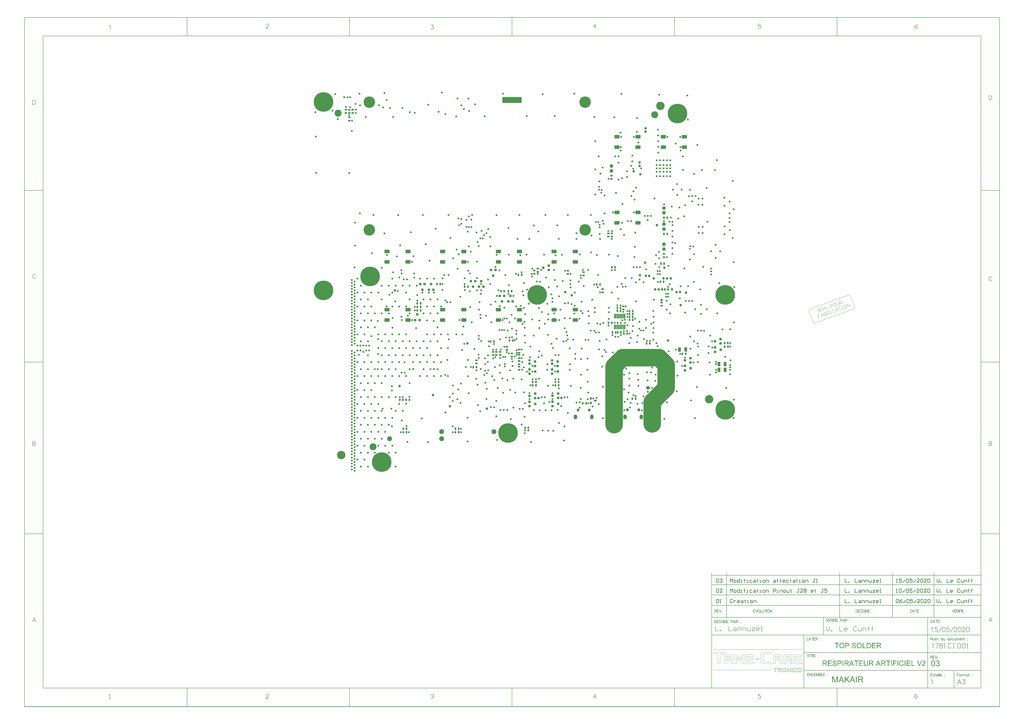
<source format=gts>
G04*
G04 #@! TF.GenerationSoftware,Altium Limited,Altium Designer,20.0.10 (225)*
G04*
G04 Layer_Color=65280*
%FSLAX44Y44*%
%MOMM*%
G71*
G01*
G75*
%ADD12C,0.1500*%
%ADD13C,0.1016*%
%ADD14C,0.1020*%
%ADD15C,0.1270*%
%ADD16C,0.0127*%
%ADD17C,0.1778*%
%ADD18C,0.2540*%
%ADD29C,7.5000*%
%ADD30R,8.3000X2.6000*%
G04:AMPARAMS|DCode=31|XSize=0.5mm|YSize=2.05mm|CornerRadius=0.1mm|HoleSize=0mm|Usage=FLASHONLY|Rotation=180.000|XOffset=0mm|YOffset=0mm|HoleType=Round|Shape=RoundedRectangle|*
%AMROUNDEDRECTD31*
21,1,0.5000,1.8500,0,0,180.0*
21,1,0.3000,2.0500,0,0,180.0*
1,1,0.2000,-0.1500,0.9250*
1,1,0.2000,0.1500,0.9250*
1,1,0.2000,0.1500,-0.9250*
1,1,0.2000,-0.1500,-0.9250*
%
%ADD31ROUNDEDRECTD31*%
G04:AMPARAMS|DCode=32|XSize=0.9mm|YSize=1mm|CornerRadius=0.15mm|HoleSize=0mm|Usage=FLASHONLY|Rotation=0.000|XOffset=0mm|YOffset=0mm|HoleType=Round|Shape=RoundedRectangle|*
%AMROUNDEDRECTD32*
21,1,0.9000,0.7000,0,0,0.0*
21,1,0.6000,1.0000,0,0,0.0*
1,1,0.3000,0.3000,-0.3500*
1,1,0.3000,-0.3000,-0.3500*
1,1,0.3000,-0.3000,0.3500*
1,1,0.3000,0.3000,0.3500*
%
%ADD32ROUNDEDRECTD32*%
G04:AMPARAMS|DCode=33|XSize=0.9mm|YSize=1mm|CornerRadius=0.15mm|HoleSize=0mm|Usage=FLASHONLY|Rotation=90.000|XOffset=0mm|YOffset=0mm|HoleType=Round|Shape=RoundedRectangle|*
%AMROUNDEDRECTD33*
21,1,0.9000,0.7000,0,0,90.0*
21,1,0.6000,1.0000,0,0,90.0*
1,1,0.3000,0.3500,0.3000*
1,1,0.3000,0.3500,-0.3000*
1,1,0.3000,-0.3500,-0.3000*
1,1,0.3000,-0.3500,0.3000*
%
%ADD33ROUNDEDRECTD33*%
%ADD34C,3.0000*%
G04:AMPARAMS|DCode=35|XSize=1.3mm|YSize=1.3mm|CornerRadius=0.2mm|HoleSize=0mm|Usage=FLASHONLY|Rotation=270.000|XOffset=0mm|YOffset=0mm|HoleType=Round|Shape=RoundedRectangle|*
%AMROUNDEDRECTD35*
21,1,1.3000,0.9000,0,0,270.0*
21,1,0.9000,1.3000,0,0,270.0*
1,1,0.4000,-0.4500,-0.4500*
1,1,0.4000,-0.4500,0.4500*
1,1,0.4000,0.4500,0.4500*
1,1,0.4000,0.4500,-0.4500*
%
%ADD35ROUNDEDRECTD35*%
G04:AMPARAMS|DCode=36|XSize=1.1mm|YSize=0.7mm|CornerRadius=0.125mm|HoleSize=0mm|Usage=FLASHONLY|Rotation=180.000|XOffset=0mm|YOffset=0mm|HoleType=Round|Shape=RoundedRectangle|*
%AMROUNDEDRECTD36*
21,1,1.1000,0.4500,0,0,180.0*
21,1,0.8500,0.7000,0,0,180.0*
1,1,0.2500,-0.4250,0.2250*
1,1,0.2500,0.4250,0.2250*
1,1,0.2500,0.4250,-0.2250*
1,1,0.2500,-0.4250,-0.2250*
%
%ADD36ROUNDEDRECTD36*%
G04:AMPARAMS|DCode=37|XSize=2.2mm|YSize=1.5mm|CornerRadius=0.225mm|HoleSize=0mm|Usage=FLASHONLY|Rotation=0.000|XOffset=0mm|YOffset=0mm|HoleType=Round|Shape=RoundedRectangle|*
%AMROUNDEDRECTD37*
21,1,2.2000,1.0500,0,0,0.0*
21,1,1.7500,1.5000,0,0,0.0*
1,1,0.4500,0.8750,-0.5250*
1,1,0.4500,-0.8750,-0.5250*
1,1,0.4500,-0.8750,0.5250*
1,1,0.4500,0.8750,0.5250*
%
%ADD37ROUNDEDRECTD37*%
G04:AMPARAMS|DCode=38|XSize=1.1mm|YSize=0.7mm|CornerRadius=0.125mm|HoleSize=0mm|Usage=FLASHONLY|Rotation=90.000|XOffset=0mm|YOffset=0mm|HoleType=Round|Shape=RoundedRectangle|*
%AMROUNDEDRECTD38*
21,1,1.1000,0.4500,0,0,90.0*
21,1,0.8500,0.7000,0,0,90.0*
1,1,0.2500,0.2250,0.4250*
1,1,0.2500,0.2250,-0.4250*
1,1,0.2500,-0.2250,-0.4250*
1,1,0.2500,-0.2250,0.4250*
%
%ADD38ROUNDEDRECTD38*%
G04:AMPARAMS|DCode=39|XSize=1.9mm|YSize=1.24mm|CornerRadius=0.1925mm|HoleSize=0mm|Usage=FLASHONLY|Rotation=90.000|XOffset=0mm|YOffset=0mm|HoleType=Round|Shape=RoundedRectangle|*
%AMROUNDEDRECTD39*
21,1,1.9000,0.8550,0,0,90.0*
21,1,1.5150,1.2400,0,0,90.0*
1,1,0.3850,0.4275,0.7575*
1,1,0.3850,0.4275,-0.7575*
1,1,0.3850,-0.4275,-0.7575*
1,1,0.3850,-0.4275,0.7575*
%
%ADD39ROUNDEDRECTD39*%
G04:AMPARAMS|DCode=40|XSize=1.1mm|YSize=1.1mm|CornerRadius=0.175mm|HoleSize=0mm|Usage=FLASHONLY|Rotation=0.000|XOffset=0mm|YOffset=0mm|HoleType=Round|Shape=RoundedRectangle|*
%AMROUNDEDRECTD40*
21,1,1.1000,0.7500,0,0,0.0*
21,1,0.7500,1.1000,0,0,0.0*
1,1,0.3500,0.3750,-0.3750*
1,1,0.3500,-0.3750,-0.3750*
1,1,0.3500,-0.3750,0.3750*
1,1,0.3500,0.3750,0.3750*
%
%ADD40ROUNDEDRECTD40*%
G04:AMPARAMS|DCode=41|XSize=1.1mm|YSize=1.1mm|CornerRadius=0.175mm|HoleSize=0mm|Usage=FLASHONLY|Rotation=270.000|XOffset=0mm|YOffset=0mm|HoleType=Round|Shape=RoundedRectangle|*
%AMROUNDEDRECTD41*
21,1,1.1000,0.7500,0,0,270.0*
21,1,0.7500,1.1000,0,0,270.0*
1,1,0.3500,-0.3750,-0.3750*
1,1,0.3500,-0.3750,0.3750*
1,1,0.3500,0.3750,0.3750*
1,1,0.3500,0.3750,-0.3750*
%
%ADD41ROUNDEDRECTD41*%
%ADD42C,1.6000*%
%ADD43C,1.1000*%
%ADD44C,3.6000*%
%ADD45C,4.9500*%
%ADD46C,8.4000*%
%ADD47O,1.4500X2.1000*%
%ADD48O,1.1500X1.3500*%
%ADD49C,2.1000*%
%ADD50C,0.8000*%
G36*
X2335382Y-729043D02*
X2335609D01*
X2336224Y-729108D01*
X2336904Y-729205D01*
X2337617Y-729367D01*
X2338394Y-729561D01*
X2339107Y-729821D01*
X2339139D01*
X2339204Y-729853D01*
X2339301Y-729918D01*
X2339430Y-729983D01*
X2339754Y-730144D01*
X2340175Y-730436D01*
X2340661Y-730760D01*
X2341147Y-731181D01*
X2341600Y-731666D01*
X2342021Y-732217D01*
Y-732250D01*
X2342054Y-732282D01*
X2342118Y-732379D01*
X2342183Y-732476D01*
X2342345Y-732800D01*
X2342539Y-733221D01*
X2342766Y-733739D01*
X2342928Y-734354D01*
X2343090Y-735002D01*
X2343155Y-735715D01*
X2340305Y-735941D01*
Y-735909D01*
Y-735844D01*
X2340272Y-735747D01*
X2340240Y-735585D01*
X2340143Y-735229D01*
X2340013Y-734743D01*
X2339819Y-734225D01*
X2339528Y-733707D01*
X2339171Y-733221D01*
X2338718Y-732768D01*
X2338653Y-732735D01*
X2338491Y-732606D01*
X2338167Y-732411D01*
X2337746Y-732217D01*
X2337196Y-732023D01*
X2336548Y-731829D01*
X2335739Y-731699D01*
X2334832Y-731666D01*
X2334378D01*
X2334184Y-731699D01*
X2333925Y-731731D01*
X2333342Y-731796D01*
X2332694Y-731926D01*
X2332047Y-732087D01*
X2331431Y-732347D01*
X2331172Y-732508D01*
X2330913Y-732671D01*
X2330848Y-732703D01*
X2330719Y-732832D01*
X2330524Y-733059D01*
X2330330Y-733318D01*
X2330103Y-733674D01*
X2329909Y-734063D01*
X2329780Y-734516D01*
X2329715Y-735035D01*
Y-735099D01*
Y-735229D01*
X2329747Y-735456D01*
X2329812Y-735715D01*
X2329909Y-736039D01*
X2330071Y-736362D01*
X2330266Y-736686D01*
X2330557Y-737010D01*
X2330589Y-737042D01*
X2330751Y-737140D01*
X2330881Y-737237D01*
X2331010Y-737301D01*
X2331205Y-737399D01*
X2331431Y-737528D01*
X2331723Y-737625D01*
X2332047Y-737755D01*
X2332403Y-737885D01*
X2332824Y-738046D01*
X2333277Y-738176D01*
X2333795Y-738338D01*
X2334378Y-738467D01*
X2335026Y-738629D01*
X2335058D01*
X2335188Y-738662D01*
X2335382Y-738694D01*
X2335609Y-738759D01*
X2335901Y-738824D01*
X2336257Y-738921D01*
X2336613Y-739018D01*
X2337001Y-739115D01*
X2337844Y-739342D01*
X2338653Y-739568D01*
X2339042Y-739698D01*
X2339398Y-739828D01*
X2339722Y-739925D01*
X2339981Y-740054D01*
X2340013D01*
X2340078Y-740087D01*
X2340175Y-740151D01*
X2340305Y-740216D01*
X2340661Y-740411D01*
X2341082Y-740670D01*
X2341568Y-741026D01*
X2342054Y-741414D01*
X2342507Y-741868D01*
X2342896Y-742354D01*
X2342928Y-742418D01*
X2343058Y-742580D01*
X2343187Y-742872D01*
X2343381Y-743260D01*
X2343543Y-743714D01*
X2343705Y-744264D01*
X2343802Y-744880D01*
X2343835Y-745527D01*
Y-745560D01*
Y-745592D01*
Y-745689D01*
Y-745819D01*
X2343770Y-746175D01*
X2343705Y-746628D01*
X2343576Y-747147D01*
X2343414Y-747697D01*
X2343155Y-748280D01*
X2342798Y-748895D01*
Y-748928D01*
X2342766Y-748960D01*
X2342604Y-749154D01*
X2342377Y-749446D01*
X2342054Y-749770D01*
X2341633Y-750158D01*
X2341114Y-750579D01*
X2340531Y-750968D01*
X2339851Y-751324D01*
X2339819D01*
X2339754Y-751357D01*
X2339657Y-751389D01*
X2339528Y-751454D01*
X2339333Y-751518D01*
X2339107Y-751616D01*
X2338588Y-751745D01*
X2337973Y-751907D01*
X2337228Y-752069D01*
X2336419Y-752166D01*
X2335544Y-752199D01*
X2335026D01*
X2334767Y-752166D01*
X2334476D01*
X2334152Y-752134D01*
X2333763Y-752102D01*
X2332953Y-751972D01*
X2332111Y-751842D01*
X2331269Y-751616D01*
X2330460Y-751324D01*
X2330427D01*
X2330363Y-751292D01*
X2330266Y-751227D01*
X2330136Y-751162D01*
X2329747Y-750968D01*
X2329294Y-750676D01*
X2328776Y-750288D01*
X2328225Y-749835D01*
X2327707Y-749284D01*
X2327221Y-748669D01*
Y-748636D01*
X2327157Y-748571D01*
X2327124Y-748474D01*
X2327027Y-748345D01*
X2326962Y-748183D01*
X2326865Y-747989D01*
X2326638Y-747503D01*
X2326412Y-746888D01*
X2326217Y-746207D01*
X2326088Y-745430D01*
X2326023Y-744621D01*
X2328808Y-744361D01*
Y-744394D01*
Y-744426D01*
X2328840Y-744523D01*
Y-744653D01*
X2328905Y-744944D01*
X2329003Y-745365D01*
X2329132Y-745786D01*
X2329261Y-746272D01*
X2329488Y-746726D01*
X2329715Y-747147D01*
X2329747Y-747179D01*
X2329845Y-747309D01*
X2330006Y-747535D01*
X2330266Y-747762D01*
X2330589Y-748053D01*
X2330946Y-748345D01*
X2331431Y-748636D01*
X2331949Y-748895D01*
X2331982D01*
X2332014Y-748928D01*
X2332111Y-748960D01*
X2332209Y-748992D01*
X2332532Y-749090D01*
X2332953Y-749219D01*
X2333472Y-749349D01*
X2334055Y-749446D01*
X2334702Y-749511D01*
X2335415Y-749543D01*
X2335706D01*
X2336030Y-749511D01*
X2336419Y-749478D01*
X2336872Y-749414D01*
X2337390Y-749349D01*
X2337908Y-749219D01*
X2338394Y-749057D01*
X2338459Y-749025D01*
X2338621Y-748960D01*
X2338848Y-748831D01*
X2339139Y-748701D01*
X2339430Y-748474D01*
X2339754Y-748248D01*
X2340078Y-747989D01*
X2340337Y-747665D01*
X2340370Y-747632D01*
X2340434Y-747503D01*
X2340531Y-747341D01*
X2340661Y-747082D01*
X2340791Y-746823D01*
X2340888Y-746499D01*
X2340952Y-746143D01*
X2340985Y-745754D01*
Y-745722D01*
Y-745560D01*
X2340952Y-745365D01*
X2340920Y-745106D01*
X2340823Y-744847D01*
X2340726Y-744523D01*
X2340564Y-744200D01*
X2340337Y-743908D01*
X2340305Y-743876D01*
X2340208Y-743779D01*
X2340078Y-743649D01*
X2339851Y-743455D01*
X2339592Y-743260D01*
X2339236Y-743034D01*
X2338815Y-742807D01*
X2338329Y-742613D01*
X2338297Y-742580D01*
X2338135Y-742548D01*
X2337876Y-742451D01*
X2337714Y-742418D01*
X2337487Y-742354D01*
X2337261Y-742256D01*
X2336969Y-742192D01*
X2336645Y-742094D01*
X2336257Y-741997D01*
X2335868Y-741900D01*
X2335415Y-741771D01*
X2334897Y-741641D01*
X2334346Y-741512D01*
X2334314D01*
X2334216Y-741479D01*
X2334055Y-741447D01*
X2333860Y-741382D01*
X2333601Y-741317D01*
X2333310Y-741253D01*
X2332662Y-741058D01*
X2331949Y-740832D01*
X2331205Y-740605D01*
X2330557Y-740378D01*
X2330266Y-740249D01*
X2330006Y-740119D01*
X2329974D01*
X2329942Y-740087D01*
X2329747Y-739957D01*
X2329456Y-739795D01*
X2329132Y-739536D01*
X2328743Y-739245D01*
X2328355Y-738888D01*
X2327966Y-738467D01*
X2327642Y-738014D01*
X2327610Y-737949D01*
X2327513Y-737787D01*
X2327383Y-737528D01*
X2327254Y-737204D01*
X2327124Y-736783D01*
X2326995Y-736298D01*
X2326897Y-735779D01*
X2326865Y-735229D01*
Y-735197D01*
Y-735164D01*
Y-735067D01*
Y-734937D01*
X2326930Y-734614D01*
X2326995Y-734193D01*
X2327092Y-733707D01*
X2327254Y-733156D01*
X2327480Y-732606D01*
X2327804Y-732055D01*
Y-732023D01*
X2327837Y-731990D01*
X2327999Y-731796D01*
X2328225Y-731537D01*
X2328517Y-731213D01*
X2328905Y-730857D01*
X2329391Y-730468D01*
X2329974Y-730112D01*
X2330622Y-729788D01*
X2330654D01*
X2330719Y-729756D01*
X2330816Y-729723D01*
X2330946Y-729659D01*
X2331107Y-729594D01*
X2331334Y-729529D01*
X2331820Y-729400D01*
X2332435Y-729270D01*
X2333148Y-729140D01*
X2333893Y-729043D01*
X2334735Y-729011D01*
X2335156D01*
X2335382Y-729043D01*
D02*
G37*
G36*
X2443872Y-729432D02*
X2444164D01*
X2444844Y-729464D01*
X2445556Y-729561D01*
X2446333Y-729659D01*
X2447046Y-729821D01*
X2447402Y-729918D01*
X2447693Y-730015D01*
X2447726D01*
X2447758Y-730047D01*
X2447953Y-730144D01*
X2448244Y-730274D01*
X2448600Y-730501D01*
X2448989Y-730792D01*
X2449410Y-731181D01*
X2449798Y-731634D01*
X2450187Y-732152D01*
Y-732185D01*
X2450220Y-732217D01*
X2450349Y-732411D01*
X2450479Y-732735D01*
X2450673Y-733156D01*
X2450835Y-733642D01*
X2450997Y-734225D01*
X2451094Y-734840D01*
X2451126Y-735520D01*
Y-735553D01*
Y-735618D01*
Y-735747D01*
X2451094Y-735909D01*
Y-736136D01*
X2451062Y-736362D01*
X2450932Y-736913D01*
X2450738Y-737561D01*
X2450479Y-738241D01*
X2450090Y-738921D01*
X2449831Y-739245D01*
X2449572Y-739568D01*
X2449539Y-739601D01*
X2449507Y-739633D01*
X2449410Y-739730D01*
X2449280Y-739828D01*
X2449118Y-739957D01*
X2448924Y-740087D01*
X2448665Y-740249D01*
X2448406Y-740443D01*
X2448082Y-740605D01*
X2447726Y-740767D01*
X2447337Y-740961D01*
X2446916Y-741123D01*
X2446431Y-741253D01*
X2445945Y-741414D01*
X2445394Y-741512D01*
X2444811Y-741609D01*
X2444876Y-741641D01*
X2445005Y-741706D01*
X2445200Y-741835D01*
X2445459Y-741965D01*
X2446042Y-742321D01*
X2446333Y-742548D01*
X2446592Y-742742D01*
X2446657Y-742807D01*
X2446819Y-742969D01*
X2447078Y-743228D01*
X2447402Y-743552D01*
X2447758Y-744005D01*
X2448179Y-744491D01*
X2448600Y-745074D01*
X2449054Y-745722D01*
X2452908Y-751810D01*
X2449216D01*
X2446268Y-747147D01*
Y-747114D01*
X2446204Y-747049D01*
X2446139Y-746952D01*
X2446042Y-746823D01*
X2445815Y-746467D01*
X2445524Y-746013D01*
X2445167Y-745527D01*
X2444811Y-745009D01*
X2444455Y-744523D01*
X2444131Y-744070D01*
X2444099Y-744038D01*
X2444002Y-743908D01*
X2443840Y-743714D01*
X2443613Y-743487D01*
X2443127Y-743001D01*
X2442868Y-742775D01*
X2442609Y-742580D01*
X2442577Y-742548D01*
X2442512Y-742515D01*
X2442382Y-742451D01*
X2442188Y-742354D01*
X2441994Y-742256D01*
X2441767Y-742159D01*
X2441249Y-741997D01*
X2441216D01*
X2441152Y-741965D01*
X2441022D01*
X2440860Y-741933D01*
X2440634Y-741900D01*
X2440374D01*
X2440018Y-741868D01*
X2436197D01*
Y-751810D01*
X2433217D01*
Y-729400D01*
X2443613D01*
X2443872Y-729432D01*
D02*
G37*
G36*
X2428554Y-732055D02*
X2415309D01*
Y-738888D01*
X2427712D01*
Y-741544D01*
X2415309D01*
Y-749154D01*
X2429072D01*
Y-751810D01*
X2412329D01*
Y-729400D01*
X2428554D01*
Y-732055D01*
D02*
G37*
G36*
X2398889Y-729432D02*
X2399537Y-729464D01*
X2400185Y-729529D01*
X2400832Y-729626D01*
X2401383Y-729723D01*
X2401415D01*
X2401480Y-729756D01*
X2401577D01*
X2401707Y-729821D01*
X2402063Y-729918D01*
X2402516Y-730080D01*
X2403035Y-730306D01*
X2403585Y-730598D01*
X2404136Y-730922D01*
X2404654Y-731343D01*
X2404686Y-731375D01*
X2404719Y-731407D01*
X2404816Y-731505D01*
X2404945Y-731602D01*
X2405269Y-731926D01*
X2405658Y-732379D01*
X2406079Y-732930D01*
X2406532Y-733577D01*
X2406953Y-734322D01*
X2407309Y-735164D01*
Y-735197D01*
X2407342Y-735261D01*
X2407406Y-735391D01*
X2407439Y-735585D01*
X2407536Y-735812D01*
X2407601Y-736071D01*
X2407666Y-736362D01*
X2407763Y-736719D01*
X2407860Y-737075D01*
X2407925Y-737496D01*
X2408087Y-738403D01*
X2408184Y-739407D01*
X2408216Y-740508D01*
Y-740540D01*
Y-740605D01*
Y-740767D01*
Y-740929D01*
X2408184Y-741155D01*
Y-741414D01*
X2408151Y-742030D01*
X2408054Y-742742D01*
X2407957Y-743487D01*
X2407795Y-744264D01*
X2407601Y-745042D01*
Y-745074D01*
X2407569Y-745139D01*
X2407536Y-745236D01*
X2407504Y-745365D01*
X2407374Y-745722D01*
X2407180Y-746175D01*
X2406985Y-746693D01*
X2406727Y-747211D01*
X2406403Y-747762D01*
X2406079Y-748280D01*
X2406046Y-748345D01*
X2405917Y-748507D01*
X2405723Y-748733D01*
X2405463Y-749025D01*
X2405172Y-749349D01*
X2404816Y-749673D01*
X2404460Y-750029D01*
X2404039Y-750320D01*
X2403974Y-750353D01*
X2403844Y-750450D01*
X2403618Y-750579D01*
X2403294Y-750741D01*
X2402905Y-750936D01*
X2402452Y-751097D01*
X2401933Y-751292D01*
X2401351Y-751454D01*
X2401286D01*
X2401189Y-751486D01*
X2401091Y-751518D01*
X2400768Y-751551D01*
X2400314Y-751616D01*
X2399796Y-751681D01*
X2399181Y-751745D01*
X2398501Y-751778D01*
X2397756Y-751810D01*
X2389692D01*
Y-729400D01*
X2398306D01*
X2398889Y-729432D01*
D02*
G37*
G36*
X2375119Y-749154D02*
X2386162D01*
Y-751810D01*
X2372139D01*
Y-729400D01*
X2375119D01*
Y-749154D01*
D02*
G37*
G36*
X2307110Y-729432D02*
X2307661Y-729464D01*
X2308244Y-729497D01*
X2308794Y-729561D01*
X2309280Y-729626D01*
X2309345D01*
X2309572Y-729691D01*
X2309863Y-729756D01*
X2310251Y-729853D01*
X2310672Y-730015D01*
X2311126Y-730209D01*
X2311612Y-730436D01*
X2312033Y-730695D01*
X2312097Y-730727D01*
X2312227Y-730825D01*
X2312421Y-731019D01*
X2312680Y-731245D01*
X2312972Y-731537D01*
X2313263Y-731926D01*
X2313587Y-732347D01*
X2313846Y-732832D01*
X2313879Y-732897D01*
X2313943Y-733059D01*
X2314073Y-733351D01*
X2314203Y-733739D01*
X2314300Y-734193D01*
X2314429Y-734711D01*
X2314494Y-735294D01*
X2314526Y-735909D01*
Y-735941D01*
Y-736039D01*
Y-736168D01*
X2314494Y-736395D01*
X2314462Y-736621D01*
X2314429Y-736913D01*
X2314364Y-737237D01*
X2314300Y-737593D01*
X2314073Y-738338D01*
X2313943Y-738727D01*
X2313749Y-739147D01*
X2313522Y-739568D01*
X2313296Y-739957D01*
X2313004Y-740346D01*
X2312680Y-740734D01*
X2312648Y-740767D01*
X2312583Y-740832D01*
X2312486Y-740929D01*
X2312324Y-741026D01*
X2312130Y-741188D01*
X2311871Y-741350D01*
X2311547Y-741544D01*
X2311191Y-741706D01*
X2310770Y-741900D01*
X2310284Y-742094D01*
X2309766Y-742256D01*
X2309150Y-742386D01*
X2308503Y-742515D01*
X2307790Y-742613D01*
X2306981Y-742677D01*
X2306139Y-742710D01*
X2300406D01*
Y-751810D01*
X2297427D01*
Y-729400D01*
X2306624D01*
X2307110Y-729432D01*
D02*
G37*
G36*
X2269997Y-732055D02*
X2262613D01*
Y-751810D01*
X2259634D01*
Y-732055D01*
X2252250D01*
Y-729400D01*
X2269997D01*
Y-732055D01*
D02*
G37*
G36*
X2358246Y-729043D02*
X2358538D01*
X2358829Y-729076D01*
X2359218Y-729140D01*
X2359606Y-729205D01*
X2360448Y-729367D01*
X2361420Y-729626D01*
X2362359Y-730015D01*
X2362845Y-730242D01*
X2363331Y-730501D01*
X2363363Y-730533D01*
X2363428Y-730565D01*
X2363557Y-730663D01*
X2363752Y-730760D01*
X2363946Y-730922D01*
X2364205Y-731116D01*
X2364756Y-731569D01*
X2365338Y-732152D01*
X2365986Y-732865D01*
X2366601Y-733707D01*
X2367120Y-734646D01*
Y-734678D01*
X2367184Y-734775D01*
X2367249Y-734905D01*
X2367314Y-735099D01*
X2367443Y-735358D01*
X2367541Y-735650D01*
X2367670Y-736006D01*
X2367800Y-736395D01*
X2367897Y-736816D01*
X2368026Y-737269D01*
X2368156Y-737787D01*
X2368253Y-738306D01*
X2368383Y-739439D01*
X2368447Y-740670D01*
Y-740702D01*
Y-740832D01*
Y-740993D01*
X2368415Y-741253D01*
Y-741544D01*
X2368383Y-741900D01*
X2368318Y-742289D01*
X2368286Y-742710D01*
X2368123Y-743649D01*
X2367865Y-744685D01*
X2367508Y-745722D01*
X2367314Y-746240D01*
X2367055Y-746758D01*
Y-746790D01*
X2366990Y-746888D01*
X2366925Y-747017D01*
X2366796Y-747211D01*
X2366666Y-747438D01*
X2366504Y-747665D01*
X2366051Y-748280D01*
X2365500Y-748928D01*
X2364853Y-749608D01*
X2364075Y-750256D01*
X2363169Y-750838D01*
X2363136D01*
X2363071Y-750903D01*
X2362910Y-750968D01*
X2362715Y-751065D01*
X2362489Y-751162D01*
X2362229Y-751260D01*
X2361906Y-751389D01*
X2361549Y-751518D01*
X2361161Y-751648D01*
X2360740Y-751778D01*
X2359801Y-751972D01*
X2358797Y-752134D01*
X2357728Y-752199D01*
X2357404D01*
X2357210Y-752166D01*
X2356918D01*
X2356595Y-752102D01*
X2356238Y-752069D01*
X2355817Y-752004D01*
X2354943Y-751810D01*
X2354004Y-751551D01*
X2353032Y-751162D01*
X2352546Y-750936D01*
X2352061Y-750676D01*
X2352028Y-750644D01*
X2351963Y-750612D01*
X2351834Y-750515D01*
X2351640Y-750385D01*
X2351445Y-750256D01*
X2351219Y-750061D01*
X2350668Y-749575D01*
X2350053Y-748992D01*
X2349405Y-748280D01*
X2348822Y-747470D01*
X2348271Y-746531D01*
Y-746499D01*
X2348207Y-746402D01*
X2348142Y-746272D01*
X2348077Y-746078D01*
X2347980Y-745819D01*
X2347883Y-745527D01*
X2347753Y-745203D01*
X2347656Y-744847D01*
X2347527Y-744426D01*
X2347397Y-744005D01*
X2347203Y-743034D01*
X2347073Y-742030D01*
X2347009Y-740929D01*
Y-740896D01*
Y-740864D01*
Y-740670D01*
X2347041Y-740378D01*
Y-739989D01*
X2347106Y-739536D01*
X2347170Y-738986D01*
X2347268Y-738370D01*
X2347397Y-737722D01*
X2347527Y-737042D01*
X2347721Y-736330D01*
X2347980Y-735618D01*
X2348271Y-734873D01*
X2348595Y-734160D01*
X2349016Y-733448D01*
X2349470Y-732800D01*
X2349988Y-732185D01*
X2350020Y-732152D01*
X2350117Y-732055D01*
X2350312Y-731893D01*
X2350538Y-731699D01*
X2350830Y-731440D01*
X2351186Y-731181D01*
X2351607Y-730889D01*
X2352093Y-730598D01*
X2352611Y-730306D01*
X2353194Y-730015D01*
X2353842Y-729756D01*
X2354522Y-729497D01*
X2355267Y-729302D01*
X2356044Y-729140D01*
X2356854Y-729043D01*
X2357728Y-729011D01*
X2358019D01*
X2358246Y-729043D01*
D02*
G37*
G36*
X2283404D02*
X2283696D01*
X2283987Y-729076D01*
X2284376Y-729140D01*
X2284765Y-729205D01*
X2285607Y-729367D01*
X2286578Y-729626D01*
X2287517Y-730015D01*
X2288003Y-730242D01*
X2288489Y-730501D01*
X2288521Y-730533D01*
X2288586Y-730565D01*
X2288716Y-730663D01*
X2288910Y-730760D01*
X2289104Y-730922D01*
X2289363Y-731116D01*
X2289914Y-731569D01*
X2290497Y-732152D01*
X2291144Y-732865D01*
X2291760Y-733707D01*
X2292278Y-734646D01*
Y-734678D01*
X2292343Y-734775D01*
X2292407Y-734905D01*
X2292472Y-735099D01*
X2292602Y-735358D01*
X2292699Y-735650D01*
X2292828Y-736006D01*
X2292958Y-736395D01*
X2293055Y-736816D01*
X2293185Y-737269D01*
X2293314Y-737787D01*
X2293411Y-738306D01*
X2293541Y-739439D01*
X2293606Y-740670D01*
Y-740702D01*
Y-740832D01*
Y-740993D01*
X2293573Y-741253D01*
Y-741544D01*
X2293541Y-741900D01*
X2293476Y-742289D01*
X2293444Y-742710D01*
X2293282Y-743649D01*
X2293023Y-744685D01*
X2292666Y-745722D01*
X2292472Y-746240D01*
X2292213Y-746758D01*
Y-746790D01*
X2292148Y-746888D01*
X2292084Y-747017D01*
X2291954Y-747211D01*
X2291824Y-747438D01*
X2291662Y-747665D01*
X2291209Y-748280D01*
X2290659Y-748928D01*
X2290011Y-749608D01*
X2289234Y-750256D01*
X2288327Y-750838D01*
X2288295D01*
X2288230Y-750903D01*
X2288068Y-750968D01*
X2287874Y-751065D01*
X2287647Y-751162D01*
X2287388Y-751260D01*
X2287064Y-751389D01*
X2286708Y-751518D01*
X2286319Y-751648D01*
X2285898Y-751778D01*
X2284959Y-751972D01*
X2283955Y-752134D01*
X2282886Y-752199D01*
X2282562D01*
X2282368Y-752166D01*
X2282077D01*
X2281753Y-752102D01*
X2281396Y-752069D01*
X2280975Y-752004D01*
X2280101Y-751810D01*
X2279162Y-751551D01*
X2278190Y-751162D01*
X2277705Y-750936D01*
X2277219Y-750676D01*
X2277186Y-750644D01*
X2277122Y-750612D01*
X2276992Y-750515D01*
X2276798Y-750385D01*
X2276604Y-750256D01*
X2276377Y-750061D01*
X2275826Y-749575D01*
X2275211Y-748992D01*
X2274563Y-748280D01*
X2273980Y-747470D01*
X2273430Y-746531D01*
Y-746499D01*
X2273365Y-746402D01*
X2273300Y-746272D01*
X2273235Y-746078D01*
X2273138Y-745819D01*
X2273041Y-745527D01*
X2272912Y-745203D01*
X2272814Y-744847D01*
X2272685Y-744426D01*
X2272555Y-744005D01*
X2272361Y-743034D01*
X2272231Y-742030D01*
X2272167Y-740929D01*
Y-740896D01*
Y-740864D01*
Y-740670D01*
X2272199Y-740378D01*
Y-739989D01*
X2272264Y-739536D01*
X2272329Y-738986D01*
X2272426Y-738370D01*
X2272555Y-737722D01*
X2272685Y-737042D01*
X2272879Y-736330D01*
X2273138Y-735618D01*
X2273430Y-734873D01*
X2273754Y-734160D01*
X2274175Y-733448D01*
X2274628Y-732800D01*
X2275146Y-732185D01*
X2275179Y-732152D01*
X2275276Y-732055D01*
X2275470Y-731893D01*
X2275697Y-731699D01*
X2275988Y-731440D01*
X2276344Y-731181D01*
X2276765Y-730889D01*
X2277251Y-730598D01*
X2277769Y-730306D01*
X2278352Y-730015D01*
X2279000Y-729756D01*
X2279680Y-729497D01*
X2280425Y-729302D01*
X2281202Y-729140D01*
X2282012Y-729043D01*
X2282886Y-729011D01*
X2283178D01*
X2283404Y-729043D01*
D02*
G37*
G36*
X2251816Y-805233D02*
X2252043D01*
X2252658Y-805298D01*
X2253338Y-805395D01*
X2254051Y-805557D01*
X2254828Y-805751D01*
X2255540Y-806011D01*
X2255573D01*
X2255637Y-806043D01*
X2255735Y-806108D01*
X2255864Y-806172D01*
X2256188Y-806334D01*
X2256609Y-806626D01*
X2257095Y-806950D01*
X2257581Y-807371D01*
X2258034Y-807857D01*
X2258455Y-808407D01*
Y-808439D01*
X2258487Y-808472D01*
X2258552Y-808569D01*
X2258617Y-808666D01*
X2258779Y-808990D01*
X2258973Y-809411D01*
X2259200Y-809929D01*
X2259362Y-810545D01*
X2259524Y-811192D01*
X2259588Y-811905D01*
X2256738Y-812131D01*
Y-812099D01*
Y-812034D01*
X2256706Y-811937D01*
X2256674Y-811775D01*
X2256577Y-811419D01*
X2256447Y-810933D01*
X2256253Y-810415D01*
X2255961Y-809897D01*
X2255605Y-809411D01*
X2255152Y-808958D01*
X2255087Y-808925D01*
X2254925Y-808796D01*
X2254601Y-808601D01*
X2254180Y-808407D01*
X2253630Y-808213D01*
X2252982Y-808018D01*
X2252172Y-807889D01*
X2251265Y-807857D01*
X2250812D01*
X2250618Y-807889D01*
X2250359Y-807921D01*
X2249776Y-807986D01*
X2249128Y-808116D01*
X2248480Y-808278D01*
X2247865Y-808537D01*
X2247606Y-808699D01*
X2247347Y-808860D01*
X2247282Y-808893D01*
X2247153Y-809022D01*
X2246958Y-809249D01*
X2246764Y-809508D01*
X2246537Y-809864D01*
X2246343Y-810253D01*
X2246213Y-810706D01*
X2246149Y-811225D01*
Y-811289D01*
Y-811419D01*
X2246181Y-811646D01*
X2246246Y-811905D01*
X2246343Y-812228D01*
X2246505Y-812552D01*
X2246699Y-812876D01*
X2246991Y-813200D01*
X2247023Y-813232D01*
X2247185Y-813330D01*
X2247314Y-813427D01*
X2247444Y-813492D01*
X2247638Y-813589D01*
X2247865Y-813718D01*
X2248156Y-813815D01*
X2248480Y-813945D01*
X2248837Y-814074D01*
X2249258Y-814236D01*
X2249711Y-814366D01*
X2250229Y-814528D01*
X2250812Y-814657D01*
X2251460Y-814819D01*
X2251492D01*
X2251622Y-814852D01*
X2251816Y-814884D01*
X2252043Y-814949D01*
X2252334Y-815014D01*
X2252690Y-815111D01*
X2253047Y-815208D01*
X2253435Y-815305D01*
X2254277Y-815532D01*
X2255087Y-815759D01*
X2255475Y-815888D01*
X2255832Y-816018D01*
X2256156Y-816115D01*
X2256415Y-816244D01*
X2256447D01*
X2256512Y-816277D01*
X2256609Y-816341D01*
X2256738Y-816406D01*
X2257095Y-816600D01*
X2257516Y-816860D01*
X2258002Y-817216D01*
X2258487Y-817604D01*
X2258941Y-818058D01*
X2259329Y-818544D01*
X2259362Y-818608D01*
X2259491Y-818770D01*
X2259621Y-819062D01*
X2259815Y-819450D01*
X2259977Y-819904D01*
X2260139Y-820454D01*
X2260236Y-821070D01*
X2260269Y-821717D01*
Y-821750D01*
Y-821782D01*
Y-821879D01*
Y-822009D01*
X2260204Y-822365D01*
X2260139Y-822818D01*
X2260009Y-823337D01*
X2259848Y-823887D01*
X2259588Y-824470D01*
X2259232Y-825085D01*
Y-825118D01*
X2259200Y-825150D01*
X2259038Y-825344D01*
X2258811Y-825636D01*
X2258487Y-825960D01*
X2258066Y-826348D01*
X2257548Y-826769D01*
X2256965Y-827158D01*
X2256285Y-827514D01*
X2256253D01*
X2256188Y-827547D01*
X2256091Y-827579D01*
X2255961Y-827644D01*
X2255767Y-827709D01*
X2255540Y-827806D01*
X2255022Y-827935D01*
X2254407Y-828097D01*
X2253662Y-828259D01*
X2252852Y-828356D01*
X2251978Y-828389D01*
X2251460D01*
X2251201Y-828356D01*
X2250909D01*
X2250585Y-828324D01*
X2250197Y-828291D01*
X2249387Y-828162D01*
X2248545Y-828032D01*
X2247703Y-827806D01*
X2246893Y-827514D01*
X2246861D01*
X2246796Y-827482D01*
X2246699Y-827417D01*
X2246570Y-827352D01*
X2246181Y-827158D01*
X2245728Y-826867D01*
X2245210Y-826478D01*
X2244659Y-826024D01*
X2244141Y-825474D01*
X2243655Y-824859D01*
Y-824826D01*
X2243590Y-824762D01*
X2243558Y-824664D01*
X2243461Y-824535D01*
X2243396Y-824373D01*
X2243299Y-824179D01*
X2243072Y-823693D01*
X2242845Y-823077D01*
X2242651Y-822397D01*
X2242522Y-821620D01*
X2242457Y-820810D01*
X2245242Y-820551D01*
Y-820584D01*
Y-820616D01*
X2245274Y-820713D01*
Y-820843D01*
X2245339Y-821134D01*
X2245436Y-821555D01*
X2245566Y-821976D01*
X2245695Y-822462D01*
X2245922Y-822915D01*
X2246149Y-823337D01*
X2246181Y-823369D01*
X2246278Y-823499D01*
X2246440Y-823725D01*
X2246699Y-823952D01*
X2247023Y-824243D01*
X2247379Y-824535D01*
X2247865Y-824826D01*
X2248383Y-825085D01*
X2248416D01*
X2248448Y-825118D01*
X2248545Y-825150D01*
X2248642Y-825182D01*
X2248966Y-825280D01*
X2249387Y-825409D01*
X2249905Y-825539D01*
X2250488Y-825636D01*
X2251136Y-825701D01*
X2251848Y-825733D01*
X2252140D01*
X2252464Y-825701D01*
X2252852Y-825668D01*
X2253306Y-825603D01*
X2253824Y-825539D01*
X2254342Y-825409D01*
X2254828Y-825247D01*
X2254893Y-825215D01*
X2255054Y-825150D01*
X2255281Y-825021D01*
X2255573Y-824891D01*
X2255864Y-824664D01*
X2256188Y-824438D01*
X2256512Y-824179D01*
X2256771Y-823855D01*
X2256803Y-823822D01*
X2256868Y-823693D01*
X2256965Y-823531D01*
X2257095Y-823272D01*
X2257224Y-823013D01*
X2257321Y-822689D01*
X2257386Y-822333D01*
X2257419Y-821944D01*
Y-821912D01*
Y-821750D01*
X2257386Y-821555D01*
X2257354Y-821296D01*
X2257257Y-821037D01*
X2257159Y-820713D01*
X2256998Y-820389D01*
X2256771Y-820098D01*
X2256738Y-820066D01*
X2256641Y-819968D01*
X2256512Y-819839D01*
X2256285Y-819645D01*
X2256026Y-819450D01*
X2255670Y-819224D01*
X2255249Y-818997D01*
X2254763Y-818803D01*
X2254731Y-818770D01*
X2254569Y-818738D01*
X2254310Y-818641D01*
X2254148Y-818608D01*
X2253921Y-818544D01*
X2253694Y-818446D01*
X2253403Y-818382D01*
X2253079Y-818285D01*
X2252690Y-818187D01*
X2252302Y-818090D01*
X2251848Y-817961D01*
X2251330Y-817831D01*
X2250780Y-817702D01*
X2250747D01*
X2250650Y-817669D01*
X2250488Y-817637D01*
X2250294Y-817572D01*
X2250035Y-817507D01*
X2249743Y-817442D01*
X2249096Y-817248D01*
X2248383Y-817021D01*
X2247638Y-816795D01*
X2246991Y-816568D01*
X2246699Y-816439D01*
X2246440Y-816309D01*
X2246408D01*
X2246375Y-816277D01*
X2246181Y-816147D01*
X2245889Y-815985D01*
X2245566Y-815726D01*
X2245177Y-815435D01*
X2244788Y-815078D01*
X2244400Y-814657D01*
X2244076Y-814204D01*
X2244044Y-814139D01*
X2243946Y-813977D01*
X2243817Y-813718D01*
X2243687Y-813394D01*
X2243558Y-812973D01*
X2243428Y-812488D01*
X2243331Y-811969D01*
X2243299Y-811419D01*
Y-811386D01*
Y-811354D01*
Y-811257D01*
Y-811127D01*
X2243363Y-810804D01*
X2243428Y-810383D01*
X2243525Y-809897D01*
X2243687Y-809346D01*
X2243914Y-808796D01*
X2244238Y-808245D01*
Y-808213D01*
X2244270Y-808180D01*
X2244432Y-807986D01*
X2244659Y-807727D01*
X2244950Y-807403D01*
X2245339Y-807047D01*
X2245825Y-806658D01*
X2246408Y-806302D01*
X2247055Y-805978D01*
X2247088D01*
X2247153Y-805946D01*
X2247250Y-805913D01*
X2247379Y-805849D01*
X2247541Y-805784D01*
X2247768Y-805719D01*
X2248254Y-805590D01*
X2248869Y-805460D01*
X2249581Y-805331D01*
X2250326Y-805233D01*
X2251168Y-805201D01*
X2251589D01*
X2251816Y-805233D01*
D02*
G37*
G36*
X2540820D02*
X2541111Y-805266D01*
X2541467Y-805298D01*
X2541824Y-805331D01*
X2542245Y-805428D01*
X2543119Y-805622D01*
X2544091Y-805913D01*
X2544576Y-806108D01*
X2545030Y-806334D01*
X2545483Y-806626D01*
X2545937Y-806917D01*
X2545969Y-806950D01*
X2546034Y-806982D01*
X2546163Y-807079D01*
X2546325Y-807241D01*
X2546487Y-807403D01*
X2546714Y-807630D01*
X2546940Y-807889D01*
X2547200Y-808148D01*
X2547459Y-808472D01*
X2547718Y-808860D01*
X2548009Y-809249D01*
X2548268Y-809670D01*
X2548495Y-810156D01*
X2548754Y-810642D01*
X2548948Y-811160D01*
X2549143Y-811743D01*
X2546228Y-812423D01*
Y-812390D01*
X2546196Y-812326D01*
X2546131Y-812196D01*
X2546066Y-812034D01*
X2546001Y-811840D01*
X2545904Y-811581D01*
X2545645Y-811063D01*
X2545321Y-810480D01*
X2544933Y-809897D01*
X2544447Y-809346D01*
X2543929Y-808860D01*
X2543864Y-808796D01*
X2543670Y-808666D01*
X2543346Y-808504D01*
X2542925Y-808278D01*
X2542374Y-808083D01*
X2541759Y-807889D01*
X2541014Y-807759D01*
X2540204Y-807727D01*
X2539945D01*
X2539783Y-807759D01*
X2539557D01*
X2539298Y-807792D01*
X2538682Y-807889D01*
X2538002Y-808018D01*
X2537290Y-808245D01*
X2536545Y-808569D01*
X2535865Y-808990D01*
X2535832D01*
X2535800Y-809055D01*
X2535573Y-809217D01*
X2535282Y-809476D01*
X2534926Y-809864D01*
X2534505Y-810350D01*
X2534116Y-810901D01*
X2533760Y-811581D01*
X2533436Y-812326D01*
Y-812358D01*
X2533404Y-812423D01*
X2533371Y-812520D01*
X2533339Y-812682D01*
X2533274Y-812876D01*
X2533209Y-813103D01*
X2533112Y-813653D01*
X2532983Y-814301D01*
X2532853Y-815014D01*
X2532788Y-815791D01*
X2532756Y-816633D01*
Y-816665D01*
Y-816762D01*
Y-816924D01*
Y-817119D01*
X2532788Y-817345D01*
Y-817637D01*
X2532821Y-817961D01*
X2532853Y-818317D01*
X2532950Y-819094D01*
X2533112Y-819936D01*
X2533306Y-820778D01*
X2533566Y-821620D01*
Y-821653D01*
X2533598Y-821717D01*
X2533663Y-821814D01*
X2533727Y-821976D01*
X2533922Y-822365D01*
X2534213Y-822818D01*
X2534569Y-823337D01*
X2535023Y-823887D01*
X2535541Y-824373D01*
X2536156Y-824826D01*
X2536189D01*
X2536253Y-824859D01*
X2536351Y-824923D01*
X2536480Y-824988D01*
X2536642Y-825053D01*
X2536836Y-825150D01*
X2537290Y-825344D01*
X2537873Y-825539D01*
X2538520Y-825701D01*
X2539233Y-825830D01*
X2539978Y-825863D01*
X2540204D01*
X2540399Y-825830D01*
X2540625D01*
X2540852Y-825798D01*
X2541435Y-825668D01*
X2542115Y-825506D01*
X2542795Y-825247D01*
X2543508Y-824891D01*
X2543864Y-824697D01*
X2544188Y-824438D01*
X2544220Y-824405D01*
X2544252Y-824373D01*
X2544350Y-824276D01*
X2544479Y-824179D01*
X2544609Y-824017D01*
X2544771Y-823822D01*
X2544965Y-823628D01*
X2545127Y-823369D01*
X2545321Y-823077D01*
X2545548Y-822754D01*
X2545742Y-822430D01*
X2545937Y-822041D01*
X2546098Y-821620D01*
X2546260Y-821167D01*
X2546422Y-820681D01*
X2546552Y-820163D01*
X2549531Y-820908D01*
Y-820940D01*
X2549499Y-821070D01*
X2549434Y-821264D01*
X2549337Y-821523D01*
X2549240Y-821814D01*
X2549110Y-822171D01*
X2548948Y-822559D01*
X2548754Y-822980D01*
X2548301Y-823887D01*
X2547718Y-824794D01*
X2547361Y-825247D01*
X2547005Y-825701D01*
X2546617Y-826089D01*
X2546163Y-826478D01*
X2546131Y-826510D01*
X2546066Y-826575D01*
X2545904Y-826640D01*
X2545742Y-826769D01*
X2545483Y-826931D01*
X2545224Y-827093D01*
X2544868Y-827255D01*
X2544512Y-827417D01*
X2544091Y-827611D01*
X2543637Y-827773D01*
X2543152Y-827935D01*
X2542633Y-828097D01*
X2542083Y-828227D01*
X2541500Y-828291D01*
X2540885Y-828356D01*
X2540237Y-828389D01*
X2539881D01*
X2539621Y-828356D01*
X2539330D01*
X2538974Y-828324D01*
X2538585Y-828259D01*
X2538132Y-828194D01*
X2537193Y-828032D01*
X2536221Y-827773D01*
X2535249Y-827417D01*
X2534796Y-827190D01*
X2534343Y-826931D01*
X2534310Y-826899D01*
X2534246Y-826867D01*
X2534116Y-826769D01*
X2533987Y-826640D01*
X2533792Y-826510D01*
X2533566Y-826316D01*
X2533306Y-826089D01*
X2533047Y-825830D01*
X2532788Y-825539D01*
X2532497Y-825247D01*
X2531914Y-824502D01*
X2531363Y-823628D01*
X2530878Y-822656D01*
Y-822624D01*
X2530813Y-822527D01*
X2530780Y-822365D01*
X2530683Y-822171D01*
X2530618Y-821912D01*
X2530521Y-821588D01*
X2530392Y-821232D01*
X2530295Y-820843D01*
X2530197Y-820422D01*
X2530068Y-819936D01*
X2529906Y-818932D01*
X2529776Y-817799D01*
X2529712Y-816633D01*
Y-816600D01*
Y-816471D01*
Y-816277D01*
X2529744Y-816050D01*
Y-815726D01*
X2529776Y-815402D01*
X2529809Y-814981D01*
X2529874Y-814560D01*
X2530036Y-813621D01*
X2530262Y-812585D01*
X2530586Y-811548D01*
X2531039Y-810545D01*
X2531072Y-810512D01*
X2531104Y-810415D01*
X2531169Y-810285D01*
X2531299Y-810124D01*
X2531428Y-809897D01*
X2531590Y-809638D01*
X2532011Y-809055D01*
X2532562Y-808407D01*
X2533209Y-807759D01*
X2533954Y-807112D01*
X2534828Y-806561D01*
X2534861Y-806529D01*
X2534958Y-806496D01*
X2535088Y-806432D01*
X2535249Y-806334D01*
X2535509Y-806237D01*
X2535768Y-806140D01*
X2536091Y-806011D01*
X2536448Y-805881D01*
X2536836Y-805751D01*
X2537257Y-805622D01*
X2538164Y-805428D01*
X2539200Y-805266D01*
X2540269Y-805201D01*
X2540593D01*
X2540820Y-805233D01*
D02*
G37*
G36*
X2696180Y-804349D02*
X2696661Y-804423D01*
X2697254Y-804534D01*
X2697920Y-804719D01*
X2698587Y-804941D01*
X2699254Y-805238D01*
X2699290D01*
X2699328Y-805275D01*
X2699550Y-805386D01*
X2699883Y-805608D01*
X2700253Y-805867D01*
X2700698Y-806238D01*
X2701142Y-806645D01*
X2701587Y-807126D01*
X2701957Y-807682D01*
X2701994Y-807756D01*
X2702105Y-807941D01*
X2702253Y-808275D01*
X2702438Y-808682D01*
X2702624Y-809163D01*
X2702772Y-809719D01*
X2702883Y-810348D01*
X2702920Y-810978D01*
Y-811052D01*
Y-811274D01*
X2702883Y-811570D01*
X2702809Y-811978D01*
X2702697Y-812459D01*
X2702513Y-812978D01*
X2702290Y-813496D01*
X2701994Y-814015D01*
X2701957Y-814089D01*
X2701846Y-814237D01*
X2701624Y-814496D01*
X2701328Y-814792D01*
X2700957Y-815126D01*
X2700513Y-815496D01*
X2699994Y-815829D01*
X2699365Y-816163D01*
X2699402D01*
X2699476Y-816200D01*
X2699587Y-816237D01*
X2699735Y-816274D01*
X2700142Y-816422D01*
X2700661Y-816644D01*
X2701253Y-816940D01*
X2701846Y-817311D01*
X2702401Y-817792D01*
X2702920Y-818347D01*
X2702957Y-818422D01*
X2703105Y-818644D01*
X2703327Y-819014D01*
X2703549Y-819495D01*
X2703772Y-820088D01*
X2703994Y-820792D01*
X2704142Y-821606D01*
X2704179Y-822495D01*
Y-822532D01*
Y-822643D01*
Y-822829D01*
X2704142Y-823051D01*
X2704105Y-823347D01*
X2704031Y-823680D01*
X2703957Y-824051D01*
X2703883Y-824458D01*
X2703586Y-825347D01*
X2703364Y-825828D01*
X2703142Y-826273D01*
X2702846Y-826754D01*
X2702513Y-827235D01*
X2702142Y-827717D01*
X2701698Y-828161D01*
X2701661Y-828198D01*
X2701587Y-828272D01*
X2701439Y-828383D01*
X2701253Y-828532D01*
X2701031Y-828717D01*
X2700735Y-828902D01*
X2700402Y-829124D01*
X2699994Y-829309D01*
X2699587Y-829531D01*
X2699106Y-829754D01*
X2698624Y-829939D01*
X2698069Y-830124D01*
X2697476Y-830272D01*
X2696846Y-830383D01*
X2696217Y-830457D01*
X2695513Y-830494D01*
X2695180D01*
X2694958Y-830457D01*
X2694661Y-830420D01*
X2694328Y-830383D01*
X2693958Y-830309D01*
X2693550Y-830235D01*
X2692662Y-830013D01*
X2691736Y-829643D01*
X2691254Y-829420D01*
X2690810Y-829161D01*
X2690366Y-828828D01*
X2689921Y-828495D01*
X2689884Y-828458D01*
X2689810Y-828383D01*
X2689699Y-828272D01*
X2689588Y-828124D01*
X2689403Y-827939D01*
X2689218Y-827680D01*
X2688995Y-827421D01*
X2688773Y-827087D01*
X2688551Y-826717D01*
X2688329Y-826347D01*
X2687921Y-825458D01*
X2687588Y-824421D01*
X2687477Y-823866D01*
X2687403Y-823273D01*
X2690551Y-822866D01*
Y-822903D01*
X2690588Y-822977D01*
X2690625Y-823125D01*
X2690662Y-823310D01*
X2690699Y-823532D01*
X2690773Y-823791D01*
X2690958Y-824347D01*
X2691217Y-825014D01*
X2691551Y-825643D01*
X2691921Y-826236D01*
X2692365Y-826754D01*
X2692439Y-826791D01*
X2692588Y-826939D01*
X2692884Y-827124D01*
X2693254Y-827309D01*
X2693698Y-827532D01*
X2694254Y-827717D01*
X2694884Y-827865D01*
X2695550Y-827902D01*
X2695772D01*
X2695920Y-827865D01*
X2696328Y-827828D01*
X2696846Y-827717D01*
X2697439Y-827532D01*
X2698069Y-827272D01*
X2698698Y-826902D01*
X2699290Y-826384D01*
X2699365Y-826310D01*
X2699550Y-826087D01*
X2699772Y-825754D01*
X2700068Y-825310D01*
X2700364Y-824754D01*
X2700587Y-824125D01*
X2700772Y-823384D01*
X2700846Y-822569D01*
Y-822532D01*
Y-822458D01*
Y-822347D01*
X2700809Y-822199D01*
X2700772Y-821792D01*
X2700661Y-821310D01*
X2700513Y-820718D01*
X2700253Y-820125D01*
X2699883Y-819533D01*
X2699402Y-818977D01*
X2699328Y-818903D01*
X2699142Y-818755D01*
X2698846Y-818533D01*
X2698439Y-818273D01*
X2697920Y-818014D01*
X2697291Y-817792D01*
X2696587Y-817644D01*
X2695809Y-817570D01*
X2695476D01*
X2695217Y-817607D01*
X2694884Y-817644D01*
X2694513Y-817718D01*
X2694069Y-817792D01*
X2693587Y-817903D01*
X2693958Y-815126D01*
X2694143D01*
X2694291Y-815163D01*
X2694773D01*
X2695180Y-815089D01*
X2695661Y-815014D01*
X2696217Y-814903D01*
X2696846Y-814718D01*
X2697439Y-814459D01*
X2698069Y-814126D01*
X2698105D01*
X2698142Y-814089D01*
X2698328Y-813941D01*
X2698587Y-813681D01*
X2698883Y-813348D01*
X2699179Y-812867D01*
X2699439Y-812311D01*
X2699624Y-811682D01*
X2699698Y-811311D01*
Y-810904D01*
Y-810867D01*
Y-810830D01*
Y-810608D01*
X2699624Y-810311D01*
X2699550Y-809904D01*
X2699402Y-809460D01*
X2699217Y-808978D01*
X2698920Y-808497D01*
X2698513Y-808052D01*
X2698476Y-808015D01*
X2698291Y-807867D01*
X2698031Y-807682D01*
X2697698Y-807460D01*
X2697254Y-807275D01*
X2696735Y-807089D01*
X2696143Y-806941D01*
X2695476Y-806904D01*
X2695180D01*
X2694846Y-806978D01*
X2694402Y-807052D01*
X2693921Y-807200D01*
X2693439Y-807386D01*
X2692921Y-807682D01*
X2692439Y-808052D01*
X2692402Y-808089D01*
X2692254Y-808275D01*
X2692032Y-808534D01*
X2691773Y-808904D01*
X2691514Y-809386D01*
X2691254Y-809978D01*
X2691032Y-810682D01*
X2690884Y-811496D01*
X2687736Y-810941D01*
Y-810904D01*
X2687773Y-810793D01*
X2687810Y-810645D01*
X2687847Y-810422D01*
X2687921Y-810163D01*
X2688033Y-809867D01*
X2688255Y-809163D01*
X2688625Y-808348D01*
X2689070Y-807534D01*
X2689625Y-806756D01*
X2690328Y-806052D01*
X2690366Y-806015D01*
X2690439Y-805978D01*
X2690551Y-805904D01*
X2690699Y-805793D01*
X2690884Y-805645D01*
X2691143Y-805497D01*
X2691403Y-805349D01*
X2691736Y-805164D01*
X2692477Y-804867D01*
X2693328Y-804571D01*
X2694328Y-804386D01*
X2694846Y-804312D01*
X2695772D01*
X2696180Y-804349D01*
D02*
G37*
G36*
X2618382Y-828000D02*
X2615273D01*
X2606594Y-805590D01*
X2609832D01*
X2615662Y-821879D01*
Y-821912D01*
X2615694Y-821976D01*
X2615726Y-822074D01*
X2615791Y-822203D01*
X2615823Y-822397D01*
X2615888Y-822592D01*
X2616050Y-823077D01*
X2616245Y-823628D01*
X2616439Y-824243D01*
X2616827Y-825539D01*
Y-825506D01*
X2616860Y-825442D01*
X2616892Y-825344D01*
X2616924Y-825215D01*
X2617021Y-824859D01*
X2617184Y-824373D01*
X2617346Y-823822D01*
X2617540Y-823207D01*
X2617766Y-822559D01*
X2618026Y-821879D01*
X2624114Y-805590D01*
X2627126D01*
X2618382Y-828000D01*
D02*
G37*
G36*
X2395120Y-818544D02*
Y-818576D01*
Y-818706D01*
Y-818867D01*
Y-819094D01*
X2395087Y-819386D01*
Y-819709D01*
X2395055Y-820098D01*
X2395022Y-820487D01*
X2394925Y-821361D01*
X2394796Y-822268D01*
X2394601Y-823142D01*
X2394472Y-823563D01*
X2394342Y-823952D01*
Y-823984D01*
X2394310Y-824049D01*
X2394245Y-824146D01*
X2394180Y-824276D01*
X2393986Y-824632D01*
X2393695Y-825085D01*
X2393306Y-825603D01*
X2392853Y-826122D01*
X2392270Y-826672D01*
X2391557Y-827158D01*
X2391525D01*
X2391460Y-827223D01*
X2391363Y-827255D01*
X2391201Y-827352D01*
X2391007Y-827449D01*
X2390748Y-827547D01*
X2390489Y-827644D01*
X2390165Y-827773D01*
X2389809Y-827903D01*
X2389420Y-828000D01*
X2388999Y-828097D01*
X2388513Y-828194D01*
X2388027Y-828259D01*
X2387509Y-828324D01*
X2386343Y-828389D01*
X2386052D01*
X2385825Y-828356D01*
X2385566D01*
X2385242Y-828324D01*
X2384886Y-828291D01*
X2384530Y-828259D01*
X2383720Y-828130D01*
X2382846Y-827935D01*
X2382004Y-827676D01*
X2381194Y-827320D01*
X2381162D01*
X2381097Y-827255D01*
X2381000Y-827190D01*
X2380870Y-827126D01*
X2380514Y-826867D01*
X2380093Y-826510D01*
X2379607Y-826057D01*
X2379154Y-825539D01*
X2378700Y-824891D01*
X2378344Y-824179D01*
Y-824146D01*
X2378312Y-824081D01*
X2378279Y-823952D01*
X2378215Y-823790D01*
X2378150Y-823596D01*
X2378085Y-823337D01*
X2377988Y-823045D01*
X2377923Y-822689D01*
X2377858Y-822300D01*
X2377761Y-821879D01*
X2377697Y-821426D01*
X2377632Y-820940D01*
X2377567Y-820389D01*
X2377535Y-819807D01*
X2377502Y-819191D01*
Y-818544D01*
Y-805590D01*
X2380482D01*
Y-818544D01*
Y-818576D01*
Y-818673D01*
Y-818835D01*
Y-819029D01*
X2380514Y-819256D01*
Y-819548D01*
X2380546Y-820163D01*
X2380611Y-820875D01*
X2380708Y-821588D01*
X2380838Y-822268D01*
X2380903Y-822559D01*
X2381000Y-822851D01*
X2381032Y-822915D01*
X2381097Y-823077D01*
X2381259Y-823304D01*
X2381453Y-823628D01*
X2381680Y-823952D01*
X2382004Y-824308D01*
X2382392Y-824664D01*
X2382846Y-824956D01*
X2382910Y-824988D01*
X2383072Y-825085D01*
X2383364Y-825182D01*
X2383752Y-825312D01*
X2384206Y-825474D01*
X2384789Y-825571D01*
X2385404Y-825668D01*
X2386084Y-825701D01*
X2386408D01*
X2386602Y-825668D01*
X2386894D01*
X2387185Y-825636D01*
X2387898Y-825506D01*
X2388675Y-825344D01*
X2389420Y-825085D01*
X2390132Y-824729D01*
X2390456Y-824502D01*
X2390748Y-824243D01*
X2390780Y-824211D01*
X2390812Y-824179D01*
X2390877Y-824081D01*
X2390974Y-823952D01*
X2391071Y-823758D01*
X2391201Y-823563D01*
X2391331Y-823272D01*
X2391460Y-822980D01*
X2391590Y-822624D01*
X2391687Y-822203D01*
X2391816Y-821717D01*
X2391913Y-821199D01*
X2392011Y-820616D01*
X2392075Y-820001D01*
X2392140Y-819288D01*
Y-818544D01*
Y-805590D01*
X2395120D01*
Y-818544D01*
D02*
G37*
G36*
X2636647Y-805525D02*
X2636906Y-805557D01*
X2637230Y-805590D01*
X2637586Y-805654D01*
X2637942Y-805719D01*
X2638784Y-805946D01*
X2639626Y-806270D01*
X2640047Y-806464D01*
X2640468Y-806691D01*
X2640857Y-806982D01*
X2641213Y-807306D01*
X2641246Y-807338D01*
X2641310Y-807371D01*
X2641375Y-807500D01*
X2641505Y-807630D01*
X2641667Y-807792D01*
X2641829Y-808018D01*
X2641990Y-808245D01*
X2642185Y-808537D01*
X2642509Y-809152D01*
X2642833Y-809929D01*
X2642962Y-810318D01*
X2643027Y-810771D01*
X2643092Y-811225D01*
X2643124Y-811710D01*
Y-811775D01*
Y-811937D01*
X2643092Y-812196D01*
X2643059Y-812552D01*
X2642994Y-812941D01*
X2642865Y-813394D01*
X2642735Y-813880D01*
X2642541Y-814366D01*
X2642509Y-814431D01*
X2642444Y-814593D01*
X2642314Y-814852D01*
X2642120Y-815208D01*
X2641861Y-815596D01*
X2641537Y-816082D01*
X2641148Y-816568D01*
X2640695Y-817119D01*
X2640630Y-817183D01*
X2640468Y-817378D01*
X2640306Y-817540D01*
X2640144Y-817702D01*
X2639950Y-817896D01*
X2639691Y-818155D01*
X2639432Y-818414D01*
X2639108Y-818706D01*
X2638784Y-819029D01*
X2638396Y-819386D01*
X2637975Y-819742D01*
X2637521Y-820163D01*
X2637003Y-820584D01*
X2636485Y-821037D01*
X2636453Y-821070D01*
X2636388Y-821134D01*
X2636258Y-821232D01*
X2636096Y-821361D01*
X2635902Y-821555D01*
X2635675Y-821750D01*
X2635157Y-822171D01*
X2634607Y-822656D01*
X2634088Y-823142D01*
X2633635Y-823563D01*
X2633441Y-823725D01*
X2633279Y-823887D01*
X2633246Y-823920D01*
X2633149Y-824017D01*
X2633020Y-824146D01*
X2632858Y-824341D01*
X2632696Y-824567D01*
X2632502Y-824794D01*
X2632113Y-825344D01*
X2643156D01*
Y-828000D01*
X2628292D01*
Y-827968D01*
Y-827838D01*
Y-827644D01*
X2628324Y-827385D01*
X2628356Y-827093D01*
X2628421Y-826769D01*
X2628486Y-826445D01*
X2628615Y-826089D01*
Y-826057D01*
X2628648Y-826024D01*
X2628712Y-825830D01*
X2628842Y-825539D01*
X2629037Y-825150D01*
X2629296Y-824697D01*
X2629619Y-824179D01*
X2629976Y-823660D01*
X2630429Y-823110D01*
Y-823077D01*
X2630494Y-823045D01*
X2630656Y-822851D01*
X2630947Y-822559D01*
X2631368Y-822138D01*
X2631854Y-821653D01*
X2632469Y-821070D01*
X2633214Y-820422D01*
X2634024Y-819742D01*
X2634056Y-819709D01*
X2634186Y-819612D01*
X2634380Y-819450D01*
X2634607Y-819256D01*
X2634898Y-818997D01*
X2635255Y-818706D01*
X2635611Y-818382D01*
X2636031Y-818025D01*
X2636841Y-817248D01*
X2637651Y-816471D01*
X2638040Y-816082D01*
X2638396Y-815694D01*
X2638719Y-815338D01*
X2638979Y-814981D01*
Y-814949D01*
X2639043Y-814917D01*
X2639108Y-814819D01*
X2639173Y-814690D01*
X2639400Y-814333D01*
X2639659Y-813913D01*
X2639885Y-813394D01*
X2640112Y-812844D01*
X2640242Y-812228D01*
X2640306Y-811646D01*
Y-811613D01*
Y-811581D01*
X2640274Y-811386D01*
X2640242Y-811063D01*
X2640144Y-810706D01*
X2640015Y-810253D01*
X2639788Y-809800D01*
X2639497Y-809346D01*
X2639108Y-808893D01*
X2639043Y-808828D01*
X2638882Y-808699D01*
X2638655Y-808537D01*
X2638299Y-808310D01*
X2637845Y-808116D01*
X2637327Y-807921D01*
X2636712Y-807792D01*
X2636031Y-807759D01*
X2635837D01*
X2635708Y-807792D01*
X2635319Y-807824D01*
X2634866Y-807921D01*
X2634380Y-808051D01*
X2633830Y-808278D01*
X2633311Y-808569D01*
X2632826Y-808958D01*
X2632761Y-809022D01*
X2632631Y-809184D01*
X2632437Y-809443D01*
X2632243Y-809832D01*
X2632016Y-810285D01*
X2631822Y-810868D01*
X2631692Y-811516D01*
X2631627Y-812261D01*
X2628810Y-811969D01*
Y-811937D01*
X2628842Y-811840D01*
Y-811678D01*
X2628875Y-811451D01*
X2628939Y-811192D01*
X2629004Y-810901D01*
X2629101Y-810545D01*
X2629198Y-810188D01*
X2629457Y-809411D01*
X2629846Y-808634D01*
X2630073Y-808245D01*
X2630364Y-807857D01*
X2630656Y-807500D01*
X2630980Y-807176D01*
X2631012Y-807144D01*
X2631077Y-807112D01*
X2631174Y-807014D01*
X2631336Y-806917D01*
X2631530Y-806788D01*
X2631757Y-806658D01*
X2632016Y-806496D01*
X2632340Y-806334D01*
X2632696Y-806172D01*
X2633085Y-806011D01*
X2633506Y-805881D01*
X2633959Y-805751D01*
X2634445Y-805654D01*
X2634963Y-805557D01*
X2635514Y-805525D01*
X2636096Y-805492D01*
X2636420D01*
X2636647Y-805525D01*
D02*
G37*
G36*
X2585641Y-825344D02*
X2596684D01*
Y-828000D01*
X2582661D01*
Y-805590D01*
X2585641D01*
Y-825344D01*
D02*
G37*
G36*
X2578159Y-808245D02*
X2564914D01*
Y-815078D01*
X2577318D01*
Y-817734D01*
X2564914D01*
Y-825344D01*
X2578678D01*
Y-828000D01*
X2561935D01*
Y-805590D01*
X2578159D01*
Y-808245D01*
D02*
G37*
G36*
X2556656Y-828000D02*
X2553677D01*
Y-805590D01*
X2556656D01*
Y-828000D01*
D02*
G37*
G36*
X2525340D02*
X2522360D01*
Y-805590D01*
X2525340D01*
Y-828000D01*
D02*
G37*
G36*
X2518021Y-808245D02*
X2505844D01*
Y-815175D01*
X2516369D01*
Y-817831D01*
X2505844D01*
Y-828000D01*
X2502865D01*
Y-805590D01*
X2518021D01*
Y-808245D01*
D02*
G37*
G36*
X2497489Y-828000D02*
X2494509D01*
Y-805590D01*
X2497489D01*
Y-828000D01*
D02*
G37*
G36*
X2490947Y-808245D02*
X2483563D01*
Y-828000D01*
X2480584D01*
Y-808245D01*
X2473200D01*
Y-805590D01*
X2490947D01*
Y-808245D01*
D02*
G37*
G36*
X2462966Y-805622D02*
X2463258D01*
X2463938Y-805654D01*
X2464650Y-805751D01*
X2465428Y-805849D01*
X2466140Y-806011D01*
X2466496Y-806108D01*
X2466788Y-806205D01*
X2466820D01*
X2466852Y-806237D01*
X2467047Y-806334D01*
X2467338Y-806464D01*
X2467694Y-806691D01*
X2468083Y-806982D01*
X2468504Y-807371D01*
X2468893Y-807824D01*
X2469281Y-808342D01*
Y-808375D01*
X2469314Y-808407D01*
X2469443Y-808601D01*
X2469573Y-808925D01*
X2469767Y-809346D01*
X2469929Y-809832D01*
X2470091Y-810415D01*
X2470188Y-811030D01*
X2470220Y-811710D01*
Y-811743D01*
Y-811807D01*
Y-811937D01*
X2470188Y-812099D01*
Y-812326D01*
X2470156Y-812552D01*
X2470026Y-813103D01*
X2469832Y-813751D01*
X2469573Y-814431D01*
X2469184Y-815111D01*
X2468925Y-815435D01*
X2468666Y-815759D01*
X2468634Y-815791D01*
X2468601Y-815823D01*
X2468504Y-815920D01*
X2468374Y-816018D01*
X2468213Y-816147D01*
X2468018Y-816277D01*
X2467759Y-816439D01*
X2467500Y-816633D01*
X2467176Y-816795D01*
X2466820Y-816957D01*
X2466431Y-817151D01*
X2466010Y-817313D01*
X2465525Y-817442D01*
X2465039Y-817604D01*
X2464488Y-817702D01*
X2463905Y-817799D01*
X2463970Y-817831D01*
X2464100Y-817896D01*
X2464294Y-818025D01*
X2464553Y-818155D01*
X2465136Y-818511D01*
X2465428Y-818738D01*
X2465686Y-818932D01*
X2465751Y-818997D01*
X2465913Y-819159D01*
X2466172Y-819418D01*
X2466496Y-819742D01*
X2466852Y-820195D01*
X2467273Y-820681D01*
X2467694Y-821264D01*
X2468148Y-821912D01*
X2472002Y-828000D01*
X2468310D01*
X2465363Y-823337D01*
Y-823304D01*
X2465298Y-823239D01*
X2465233Y-823142D01*
X2465136Y-823013D01*
X2464909Y-822656D01*
X2464618Y-822203D01*
X2464262Y-821717D01*
X2463905Y-821199D01*
X2463549Y-820713D01*
X2463225Y-820260D01*
X2463193Y-820228D01*
X2463096Y-820098D01*
X2462934Y-819904D01*
X2462707Y-819677D01*
X2462221Y-819191D01*
X2461962Y-818965D01*
X2461703Y-818770D01*
X2461671Y-818738D01*
X2461606Y-818706D01*
X2461476Y-818641D01*
X2461282Y-818544D01*
X2461088Y-818446D01*
X2460861Y-818349D01*
X2460343Y-818187D01*
X2460311D01*
X2460246Y-818155D01*
X2460116D01*
X2459954Y-818123D01*
X2459728Y-818090D01*
X2459469D01*
X2459112Y-818058D01*
X2455291D01*
Y-828000D01*
X2452312D01*
Y-805590D01*
X2462707D01*
X2462966Y-805622D01*
D02*
G37*
G36*
X2449883Y-828000D02*
X2446515D01*
X2443891Y-821199D01*
X2434500D01*
X2432071Y-828000D01*
X2428930D01*
X2437479Y-805590D01*
X2440718D01*
X2449883Y-828000D01*
D02*
G37*
G36*
X2410762Y-805622D02*
X2411053D01*
X2411733Y-805654D01*
X2412446Y-805751D01*
X2413223Y-805849D01*
X2413935Y-806011D01*
X2414292Y-806108D01*
X2414583Y-806205D01*
X2414615D01*
X2414648Y-806237D01*
X2414842Y-806334D01*
X2415134Y-806464D01*
X2415490Y-806691D01*
X2415878Y-806982D01*
X2416299Y-807371D01*
X2416688Y-807824D01*
X2417077Y-808342D01*
Y-808375D01*
X2417109Y-808407D01*
X2417239Y-808601D01*
X2417368Y-808925D01*
X2417562Y-809346D01*
X2417724Y-809832D01*
X2417886Y-810415D01*
X2417983Y-811030D01*
X2418016Y-811710D01*
Y-811743D01*
Y-811807D01*
Y-811937D01*
X2417983Y-812099D01*
Y-812326D01*
X2417951Y-812552D01*
X2417822Y-813103D01*
X2417627Y-813751D01*
X2417368Y-814431D01*
X2416980Y-815111D01*
X2416720Y-815435D01*
X2416461Y-815759D01*
X2416429Y-815791D01*
X2416397Y-815823D01*
X2416299Y-815920D01*
X2416170Y-816018D01*
X2416008Y-816147D01*
X2415814Y-816277D01*
X2415555Y-816439D01*
X2415296Y-816633D01*
X2414972Y-816795D01*
X2414615Y-816957D01*
X2414227Y-817151D01*
X2413806Y-817313D01*
X2413320Y-817442D01*
X2412834Y-817604D01*
X2412284Y-817702D01*
X2411701Y-817799D01*
X2411765Y-817831D01*
X2411895Y-817896D01*
X2412089Y-818025D01*
X2412348Y-818155D01*
X2412931Y-818511D01*
X2413223Y-818738D01*
X2413482Y-818932D01*
X2413547Y-818997D01*
X2413709Y-819159D01*
X2413968Y-819418D01*
X2414292Y-819742D01*
X2414648Y-820195D01*
X2415069Y-820681D01*
X2415490Y-821264D01*
X2415943Y-821912D01*
X2419797Y-828000D01*
X2416105D01*
X2413158Y-823337D01*
Y-823304D01*
X2413093Y-823239D01*
X2413029Y-823142D01*
X2412931Y-823013D01*
X2412705Y-822656D01*
X2412413Y-822203D01*
X2412057Y-821717D01*
X2411701Y-821199D01*
X2411344Y-820713D01*
X2411021Y-820260D01*
X2410988Y-820228D01*
X2410891Y-820098D01*
X2410729Y-819904D01*
X2410502Y-819677D01*
X2410017Y-819191D01*
X2409758Y-818965D01*
X2409499Y-818770D01*
X2409466Y-818738D01*
X2409401Y-818706D01*
X2409272Y-818641D01*
X2409078Y-818544D01*
X2408883Y-818446D01*
X2408656Y-818349D01*
X2408138Y-818187D01*
X2408106D01*
X2408041Y-818155D01*
X2407912D01*
X2407750Y-818123D01*
X2407523Y-818090D01*
X2407264D01*
X2406908Y-818058D01*
X2403086D01*
Y-828000D01*
X2400107D01*
Y-805590D01*
X2410502D01*
X2410762Y-805622D01*
D02*
G37*
G36*
X2372839Y-808245D02*
X2359593D01*
Y-815078D01*
X2371997D01*
Y-817734D01*
X2359593D01*
Y-825344D01*
X2373357D01*
Y-828000D01*
X2356614D01*
Y-805590D01*
X2372839D01*
Y-808245D01*
D02*
G37*
G36*
X2353505D02*
X2346121D01*
Y-828000D01*
X2343142D01*
Y-808245D01*
X2335758D01*
Y-805590D01*
X2353505D01*
Y-808245D01*
D02*
G37*
G36*
X2335045Y-828000D02*
X2331677D01*
X2329054Y-821199D01*
X2319663D01*
X2317234Y-828000D01*
X2314092D01*
X2322642Y-805590D01*
X2325880D01*
X2335045Y-828000D01*
D02*
G37*
G36*
X2304636Y-805622D02*
X2304927D01*
X2305607Y-805654D01*
X2306320Y-805751D01*
X2307097Y-805849D01*
X2307810Y-806011D01*
X2308166Y-806108D01*
X2308457Y-806205D01*
X2308490D01*
X2308522Y-806237D01*
X2308716Y-806334D01*
X2309008Y-806464D01*
X2309364Y-806691D01*
X2309753Y-806982D01*
X2310174Y-807371D01*
X2310562Y-807824D01*
X2310951Y-808342D01*
Y-808375D01*
X2310983Y-808407D01*
X2311113Y-808601D01*
X2311243Y-808925D01*
X2311437Y-809346D01*
X2311599Y-809832D01*
X2311761Y-810415D01*
X2311858Y-811030D01*
X2311890Y-811710D01*
Y-811743D01*
Y-811807D01*
Y-811937D01*
X2311858Y-812099D01*
Y-812326D01*
X2311825Y-812552D01*
X2311696Y-813103D01*
X2311501Y-813751D01*
X2311243Y-814431D01*
X2310854Y-815111D01*
X2310595Y-815435D01*
X2310336Y-815759D01*
X2310303Y-815791D01*
X2310271Y-815823D01*
X2310174Y-815920D01*
X2310044Y-816018D01*
X2309882Y-816147D01*
X2309688Y-816277D01*
X2309429Y-816439D01*
X2309170Y-816633D01*
X2308846Y-816795D01*
X2308490Y-816957D01*
X2308101Y-817151D01*
X2307680Y-817313D01*
X2307194Y-817442D01*
X2306709Y-817604D01*
X2306158Y-817702D01*
X2305575Y-817799D01*
X2305640Y-817831D01*
X2305769Y-817896D01*
X2305964Y-818025D01*
X2306223Y-818155D01*
X2306806Y-818511D01*
X2307097Y-818738D01*
X2307356Y-818932D01*
X2307421Y-818997D01*
X2307583Y-819159D01*
X2307842Y-819418D01*
X2308166Y-819742D01*
X2308522Y-820195D01*
X2308943Y-820681D01*
X2309364Y-821264D01*
X2309818Y-821912D01*
X2313671Y-828000D01*
X2309980D01*
X2307032Y-823337D01*
Y-823304D01*
X2306968Y-823239D01*
X2306903Y-823142D01*
X2306806Y-823013D01*
X2306579Y-822656D01*
X2306288Y-822203D01*
X2305931Y-821717D01*
X2305575Y-821199D01*
X2305219Y-820713D01*
X2304895Y-820260D01*
X2304863Y-820228D01*
X2304765Y-820098D01*
X2304603Y-819904D01*
X2304377Y-819677D01*
X2303891Y-819191D01*
X2303632Y-818965D01*
X2303373Y-818770D01*
X2303340Y-818738D01*
X2303276Y-818706D01*
X2303146Y-818641D01*
X2302952Y-818544D01*
X2302758Y-818446D01*
X2302531Y-818349D01*
X2302013Y-818187D01*
X2301980D01*
X2301916Y-818155D01*
X2301786D01*
X2301624Y-818123D01*
X2301397Y-818090D01*
X2301138D01*
X2300782Y-818058D01*
X2296961D01*
Y-828000D01*
X2293981D01*
Y-805590D01*
X2304377D01*
X2304636Y-805622D01*
D02*
G37*
G36*
X2288703Y-828000D02*
X2285723D01*
Y-805590D01*
X2288703D01*
Y-828000D01*
D02*
G37*
G36*
X2274032Y-805622D02*
X2274583Y-805654D01*
X2275166Y-805687D01*
X2275716Y-805751D01*
X2276202Y-805816D01*
X2276267D01*
X2276493Y-805881D01*
X2276785Y-805946D01*
X2277173Y-806043D01*
X2277594Y-806205D01*
X2278048Y-806399D01*
X2278534Y-806626D01*
X2278955Y-806885D01*
X2279019Y-806917D01*
X2279149Y-807014D01*
X2279343Y-807209D01*
X2279602Y-807436D01*
X2279894Y-807727D01*
X2280185Y-808116D01*
X2280509Y-808537D01*
X2280768Y-809022D01*
X2280801Y-809087D01*
X2280865Y-809249D01*
X2280995Y-809540D01*
X2281124Y-809929D01*
X2281222Y-810383D01*
X2281351Y-810901D01*
X2281416Y-811484D01*
X2281448Y-812099D01*
Y-812131D01*
Y-812228D01*
Y-812358D01*
X2281416Y-812585D01*
X2281384Y-812811D01*
X2281351Y-813103D01*
X2281286Y-813427D01*
X2281222Y-813783D01*
X2280995Y-814528D01*
X2280865Y-814917D01*
X2280671Y-815338D01*
X2280444Y-815759D01*
X2280218Y-816147D01*
X2279926Y-816536D01*
X2279602Y-816924D01*
X2279570Y-816957D01*
X2279505Y-817021D01*
X2279408Y-817119D01*
X2279246Y-817216D01*
X2279052Y-817378D01*
X2278793Y-817540D01*
X2278469Y-817734D01*
X2278113Y-817896D01*
X2277692Y-818090D01*
X2277206Y-818285D01*
X2276688Y-818446D01*
X2276072Y-818576D01*
X2275425Y-818706D01*
X2274712Y-818803D01*
X2273903Y-818867D01*
X2273061Y-818900D01*
X2267328D01*
Y-828000D01*
X2264349D01*
Y-805590D01*
X2273546D01*
X2274032Y-805622D01*
D02*
G37*
G36*
X2238830Y-808245D02*
X2225584D01*
Y-815078D01*
X2237988D01*
Y-817734D01*
X2225584D01*
Y-825344D01*
X2239348D01*
Y-828000D01*
X2222605D01*
Y-805590D01*
X2238830D01*
Y-808245D01*
D02*
G37*
G36*
X2210655Y-805622D02*
X2210946D01*
X2211626Y-805654D01*
X2212339Y-805751D01*
X2213116Y-805849D01*
X2213828Y-806011D01*
X2214185Y-806108D01*
X2214476Y-806205D01*
X2214509D01*
X2214541Y-806237D01*
X2214735Y-806334D01*
X2215027Y-806464D01*
X2215383Y-806691D01*
X2215771Y-806982D01*
X2216192Y-807371D01*
X2216581Y-807824D01*
X2216970Y-808342D01*
Y-808375D01*
X2217002Y-808407D01*
X2217132Y-808601D01*
X2217261Y-808925D01*
X2217455Y-809346D01*
X2217617Y-809832D01*
X2217779Y-810415D01*
X2217876Y-811030D01*
X2217909Y-811710D01*
Y-811743D01*
Y-811807D01*
Y-811937D01*
X2217876Y-812099D01*
Y-812326D01*
X2217844Y-812552D01*
X2217715Y-813103D01*
X2217520Y-813751D01*
X2217261Y-814431D01*
X2216873Y-815111D01*
X2216613Y-815435D01*
X2216354Y-815759D01*
X2216322Y-815791D01*
X2216290Y-815823D01*
X2216192Y-815920D01*
X2216063Y-816018D01*
X2215901Y-816147D01*
X2215707Y-816277D01*
X2215448Y-816439D01*
X2215189Y-816633D01*
X2214865Y-816795D01*
X2214509Y-816957D01*
X2214120Y-817151D01*
X2213699Y-817313D01*
X2213213Y-817442D01*
X2212727Y-817604D01*
X2212177Y-817702D01*
X2211594Y-817799D01*
X2211659Y-817831D01*
X2211788Y-817896D01*
X2211982Y-818025D01*
X2212242Y-818155D01*
X2212825Y-818511D01*
X2213116Y-818738D01*
X2213375Y-818932D01*
X2213440Y-818997D01*
X2213602Y-819159D01*
X2213861Y-819418D01*
X2214185Y-819742D01*
X2214541Y-820195D01*
X2214962Y-820681D01*
X2215383Y-821264D01*
X2215836Y-821912D01*
X2219690Y-828000D01*
X2215998D01*
X2213051Y-823337D01*
Y-823304D01*
X2212986Y-823239D01*
X2212922Y-823142D01*
X2212825Y-823013D01*
X2212598Y-822656D01*
X2212306Y-822203D01*
X2211950Y-821717D01*
X2211594Y-821199D01*
X2211238Y-820713D01*
X2210914Y-820260D01*
X2210881Y-820228D01*
X2210784Y-820098D01*
X2210622Y-819904D01*
X2210396Y-819677D01*
X2209910Y-819191D01*
X2209651Y-818965D01*
X2209392Y-818770D01*
X2209359Y-818738D01*
X2209294Y-818706D01*
X2209165Y-818641D01*
X2208971Y-818544D01*
X2208776Y-818446D01*
X2208550Y-818349D01*
X2208031Y-818187D01*
X2207999D01*
X2207934Y-818155D01*
X2207805D01*
X2207643Y-818123D01*
X2207416Y-818090D01*
X2207157D01*
X2206801Y-818058D01*
X2202979D01*
Y-828000D01*
X2200000D01*
Y-805590D01*
X2210396D01*
X2210655Y-805622D01*
D02*
G37*
G36*
X2676552Y-804349D02*
X2677034Y-804423D01*
X2677589Y-804534D01*
X2678181Y-804682D01*
X2678811Y-804867D01*
X2679404Y-805164D01*
X2679441D01*
X2679478Y-805201D01*
X2679663Y-805312D01*
X2679959Y-805497D01*
X2680330Y-805756D01*
X2680737Y-806127D01*
X2681181Y-806534D01*
X2681589Y-807015D01*
X2681996Y-807571D01*
X2682033Y-807645D01*
X2682181Y-807830D01*
X2682329Y-808163D01*
X2682589Y-808645D01*
X2682811Y-809200D01*
X2683107Y-809830D01*
X2683366Y-810571D01*
X2683589Y-811385D01*
Y-811422D01*
X2683625Y-811496D01*
X2683662Y-811608D01*
X2683700Y-811793D01*
X2683737Y-812015D01*
X2683773Y-812274D01*
X2683848Y-812607D01*
X2683885Y-812978D01*
X2683959Y-813385D01*
X2683996Y-813829D01*
X2684033Y-814348D01*
X2684107Y-814866D01*
X2684144Y-815459D01*
Y-816051D01*
X2684181Y-816718D01*
Y-817422D01*
Y-817459D01*
Y-817607D01*
Y-817866D01*
Y-818162D01*
X2684144Y-818570D01*
Y-819014D01*
X2684107Y-819495D01*
X2684070Y-820014D01*
X2683959Y-821199D01*
X2683773Y-822421D01*
X2683551Y-823606D01*
X2683403Y-824162D01*
X2683218Y-824717D01*
Y-824754D01*
X2683181Y-824828D01*
X2683107Y-824977D01*
X2683033Y-825162D01*
X2682959Y-825421D01*
X2682811Y-825680D01*
X2682515Y-826310D01*
X2682144Y-826976D01*
X2681663Y-827717D01*
X2681107Y-828383D01*
X2680441Y-829013D01*
X2680404D01*
X2680367Y-829087D01*
X2680255Y-829161D01*
X2680107Y-829235D01*
X2679922Y-829346D01*
X2679737Y-829494D01*
X2679182Y-829754D01*
X2678515Y-830013D01*
X2677737Y-830272D01*
X2676812Y-830420D01*
X2675811Y-830494D01*
X2675441D01*
X2675182Y-830457D01*
X2674886Y-830420D01*
X2674515Y-830346D01*
X2674108Y-830272D01*
X2673664Y-830161D01*
X2673219Y-830013D01*
X2672738Y-829865D01*
X2672256Y-829643D01*
X2671775Y-829383D01*
X2671293Y-829087D01*
X2670812Y-828717D01*
X2670368Y-828309D01*
X2669960Y-827865D01*
X2669923Y-827828D01*
X2669849Y-827717D01*
X2669738Y-827532D01*
X2669553Y-827235D01*
X2669368Y-826902D01*
X2669182Y-826458D01*
X2668923Y-825939D01*
X2668701Y-825347D01*
X2668479Y-824680D01*
X2668257Y-823903D01*
X2668034Y-823051D01*
X2667849Y-822088D01*
X2667664Y-821051D01*
X2667553Y-819940D01*
X2667479Y-818718D01*
X2667442Y-817422D01*
Y-817385D01*
Y-817236D01*
Y-816977D01*
Y-816681D01*
X2667479Y-816274D01*
Y-815829D01*
X2667516Y-815348D01*
X2667553Y-814792D01*
X2667664Y-813644D01*
X2667849Y-812422D01*
X2668072Y-811200D01*
X2668220Y-810645D01*
X2668368Y-810089D01*
Y-810052D01*
X2668405Y-809978D01*
X2668479Y-809830D01*
X2668553Y-809645D01*
X2668627Y-809386D01*
X2668775Y-809126D01*
X2669071Y-808497D01*
X2669442Y-807830D01*
X2669923Y-807126D01*
X2670479Y-806423D01*
X2671145Y-805830D01*
X2671182D01*
X2671219Y-805756D01*
X2671331Y-805682D01*
X2671479Y-805608D01*
X2671664Y-805460D01*
X2671886Y-805349D01*
X2672441Y-805053D01*
X2673108Y-804793D01*
X2673886Y-804534D01*
X2674812Y-804386D01*
X2675811Y-804312D01*
X2676145D01*
X2676552Y-804349D01*
D02*
G37*
G36*
X2304952Y-884240D02*
X2316173Y-899461D01*
X2311692D01*
X2302582Y-886536D01*
X2298397Y-890573D01*
Y-899461D01*
X2294990D01*
Y-873834D01*
X2298397D01*
Y-886573D01*
X2311062Y-873834D01*
X2315692D01*
X2304952Y-884240D01*
D02*
G37*
G36*
X2265734Y-899461D02*
X2262475D01*
Y-878019D01*
X2254994Y-899461D01*
X2251958D01*
X2244551Y-877648D01*
Y-899461D01*
X2241292D01*
Y-873834D01*
X2246366D01*
X2252439Y-892017D01*
Y-892054D01*
X2252476Y-892129D01*
X2252513Y-892240D01*
X2252587Y-892425D01*
X2252735Y-892869D01*
X2252920Y-893425D01*
X2253106Y-894054D01*
X2253328Y-894684D01*
X2253513Y-895276D01*
X2253661Y-895795D01*
X2253698Y-895721D01*
X2253735Y-895536D01*
X2253846Y-895202D01*
X2253994Y-894758D01*
X2254180Y-894165D01*
X2254439Y-893462D01*
X2254698Y-892647D01*
X2255031Y-891684D01*
X2261179Y-873834D01*
X2265734D01*
Y-899461D01*
D02*
G37*
G36*
X2365094Y-873871D02*
X2365427D01*
X2366205Y-873908D01*
X2367020Y-874019D01*
X2367908Y-874130D01*
X2368723Y-874315D01*
X2369131Y-874427D01*
X2369464Y-874538D01*
X2369501D01*
X2369538Y-874575D01*
X2369760Y-874686D01*
X2370093Y-874834D01*
X2370501Y-875093D01*
X2370945Y-875426D01*
X2371427Y-875871D01*
X2371871Y-876389D01*
X2372315Y-876982D01*
Y-877019D01*
X2372352Y-877056D01*
X2372501Y-877278D01*
X2372649Y-877648D01*
X2372871Y-878130D01*
X2373056Y-878685D01*
X2373241Y-879352D01*
X2373352Y-880056D01*
X2373389Y-880833D01*
Y-880870D01*
Y-880945D01*
Y-881093D01*
X2373352Y-881278D01*
Y-881537D01*
X2373315Y-881796D01*
X2373167Y-882426D01*
X2372945Y-883167D01*
X2372649Y-883944D01*
X2372204Y-884722D01*
X2371908Y-885092D01*
X2371612Y-885462D01*
X2371575Y-885499D01*
X2371538Y-885537D01*
X2371427Y-885648D01*
X2371279Y-885759D01*
X2371093Y-885907D01*
X2370871Y-886055D01*
X2370575Y-886240D01*
X2370279Y-886462D01*
X2369908Y-886648D01*
X2369501Y-886833D01*
X2369057Y-887055D01*
X2368575Y-887240D01*
X2368020Y-887388D01*
X2367464Y-887573D01*
X2366835Y-887684D01*
X2366168Y-887796D01*
X2366242Y-887833D01*
X2366390Y-887907D01*
X2366612Y-888055D01*
X2366909Y-888203D01*
X2367575Y-888610D01*
X2367908Y-888870D01*
X2368205Y-889092D01*
X2368279Y-889166D01*
X2368464Y-889351D01*
X2368760Y-889647D01*
X2369131Y-890018D01*
X2369538Y-890536D01*
X2370019Y-891092D01*
X2370501Y-891758D01*
X2371019Y-892499D01*
X2375426Y-899461D01*
X2371204D01*
X2367834Y-894128D01*
Y-894091D01*
X2367760Y-894017D01*
X2367686Y-893906D01*
X2367575Y-893758D01*
X2367316Y-893351D01*
X2366983Y-892832D01*
X2366575Y-892277D01*
X2366168Y-891684D01*
X2365760Y-891129D01*
X2365390Y-890610D01*
X2365353Y-890573D01*
X2365242Y-890425D01*
X2365057Y-890203D01*
X2364798Y-889943D01*
X2364242Y-889388D01*
X2363946Y-889129D01*
X2363650Y-888907D01*
X2363613Y-888870D01*
X2363539Y-888832D01*
X2363390Y-888758D01*
X2363168Y-888647D01*
X2362946Y-888536D01*
X2362687Y-888425D01*
X2362094Y-888240D01*
X2362057D01*
X2361983Y-888203D01*
X2361835D01*
X2361650Y-888166D01*
X2361391Y-888129D01*
X2361094D01*
X2360687Y-888092D01*
X2356317D01*
Y-899461D01*
X2352910D01*
Y-873834D01*
X2364798D01*
X2365094Y-873871D01*
D02*
G37*
G36*
X2346874Y-899461D02*
X2343467D01*
Y-873834D01*
X2346874D01*
Y-899461D01*
D02*
G37*
G36*
X2340171D02*
X2336319D01*
X2333320Y-891684D01*
X2322580D01*
X2319802Y-899461D01*
X2316210D01*
X2325987Y-873834D01*
X2329690D01*
X2340171Y-899461D01*
D02*
G37*
G36*
X2292398D02*
X2288546D01*
X2285547Y-891684D01*
X2274807D01*
X2272030Y-899461D01*
X2268437D01*
X2278214Y-873834D01*
X2281917D01*
X2292398Y-899461D01*
D02*
G37*
%LPC*%
G36*
X2443257Y-731893D02*
X2436197D01*
Y-739309D01*
X2442868D01*
X2443257Y-739277D01*
X2443710Y-739245D01*
X2444228Y-739212D01*
X2444746Y-739147D01*
X2445265Y-739050D01*
X2445718Y-738921D01*
X2445783Y-738888D01*
X2445912Y-738824D01*
X2446107Y-738727D01*
X2446366Y-738597D01*
X2446657Y-738403D01*
X2446949Y-738176D01*
X2447240Y-737885D01*
X2447467Y-737561D01*
X2447499Y-737528D01*
X2447564Y-737399D01*
X2447661Y-737204D01*
X2447791Y-736945D01*
X2447888Y-736654D01*
X2447985Y-736330D01*
X2448050Y-735941D01*
X2448082Y-735553D01*
Y-735520D01*
Y-735488D01*
X2448050Y-735294D01*
X2448017Y-735002D01*
X2447953Y-734614D01*
X2447791Y-734225D01*
X2447596Y-733772D01*
X2447305Y-733351D01*
X2446916Y-732930D01*
X2446852Y-732897D01*
X2446689Y-732768D01*
X2446431Y-732606D01*
X2446010Y-732411D01*
X2445524Y-732217D01*
X2444876Y-732055D01*
X2444131Y-731926D01*
X2443257Y-731893D01*
D02*
G37*
G36*
X2397853Y-732055D02*
X2392671D01*
Y-749154D01*
X2397982D01*
X2398209Y-749122D01*
X2398695Y-749090D01*
X2399245Y-749057D01*
X2399828Y-748992D01*
X2400411Y-748895D01*
X2400897Y-748766D01*
X2400962Y-748733D01*
X2401124Y-748701D01*
X2401351Y-748604D01*
X2401642Y-748474D01*
X2401966Y-748280D01*
X2402290Y-748086D01*
X2402614Y-747859D01*
X2402937Y-747600D01*
X2402970Y-747535D01*
X2403099Y-747406D01*
X2403294Y-747179D01*
X2403520Y-746855D01*
X2403779Y-746434D01*
X2404071Y-745948D01*
X2404330Y-745398D01*
X2404557Y-744782D01*
Y-744750D01*
X2404589Y-744685D01*
X2404621Y-744588D01*
X2404654Y-744459D01*
X2404686Y-744297D01*
X2404751Y-744070D01*
X2404816Y-743843D01*
X2404881Y-743584D01*
X2404978Y-742936D01*
X2405075Y-742192D01*
X2405140Y-741350D01*
X2405172Y-740443D01*
Y-740411D01*
Y-740281D01*
Y-740119D01*
X2405140Y-739860D01*
Y-739568D01*
X2405107Y-739245D01*
X2405075Y-738856D01*
X2405042Y-738467D01*
X2404881Y-737593D01*
X2404686Y-736686D01*
X2404395Y-735844D01*
X2404200Y-735423D01*
X2404006Y-735067D01*
Y-735035D01*
X2403941Y-734970D01*
X2403877Y-734873D01*
X2403812Y-734743D01*
X2403553Y-734419D01*
X2403229Y-734031D01*
X2402808Y-733610D01*
X2402322Y-733189D01*
X2401772Y-732832D01*
X2401189Y-732541D01*
X2401124Y-732508D01*
X2400962Y-732476D01*
X2400670Y-732379D01*
X2400249Y-732282D01*
X2399731Y-732217D01*
X2399084Y-732120D01*
X2398695Y-732087D01*
X2398274D01*
X2397853Y-732055D01*
D02*
G37*
G36*
X2306819D02*
X2300406D01*
Y-740054D01*
X2306430D01*
X2306657Y-740022D01*
X2306884D01*
X2307143Y-739989D01*
X2307758Y-739925D01*
X2308438Y-739795D01*
X2309118Y-739601D01*
X2309733Y-739342D01*
X2310025Y-739180D01*
X2310251Y-738986D01*
X2310316Y-738921D01*
X2310446Y-738791D01*
X2310640Y-738532D01*
X2310867Y-738208D01*
X2311093Y-737787D01*
X2311288Y-737269D01*
X2311417Y-736686D01*
X2311482Y-736006D01*
Y-735974D01*
Y-735941D01*
Y-735779D01*
X2311450Y-735488D01*
X2311385Y-735164D01*
X2311320Y-734808D01*
X2311191Y-734387D01*
X2310996Y-733998D01*
X2310770Y-733610D01*
X2310737Y-733577D01*
X2310640Y-733448D01*
X2310478Y-733286D01*
X2310284Y-733059D01*
X2309993Y-732832D01*
X2309669Y-732638D01*
X2309312Y-732444D01*
X2308891Y-732282D01*
X2308859D01*
X2308729Y-732250D01*
X2308535Y-732217D01*
X2308276Y-732152D01*
X2307887Y-732120D01*
X2307402Y-732087D01*
X2306819Y-732055D01*
D02*
G37*
G36*
X2357728Y-731569D02*
X2357437D01*
X2357210Y-731602D01*
X2356918Y-731634D01*
X2356627Y-731699D01*
X2356271Y-731764D01*
X2355882Y-731829D01*
X2355040Y-732087D01*
X2354587Y-732282D01*
X2354133Y-732476D01*
X2353647Y-732735D01*
X2353194Y-733027D01*
X2352741Y-733351D01*
X2352320Y-733739D01*
X2352287Y-733772D01*
X2352222Y-733836D01*
X2352125Y-733966D01*
X2351963Y-734160D01*
X2351801Y-734387D01*
X2351607Y-734678D01*
X2351413Y-735035D01*
X2351186Y-735456D01*
X2350992Y-735909D01*
X2350765Y-736460D01*
X2350571Y-737042D01*
X2350409Y-737690D01*
X2350247Y-738403D01*
X2350150Y-739212D01*
X2350085Y-740054D01*
X2350053Y-740961D01*
Y-740993D01*
Y-741123D01*
Y-741350D01*
X2350085Y-741641D01*
X2350117Y-741965D01*
X2350182Y-742354D01*
X2350247Y-742807D01*
X2350312Y-743260D01*
X2350571Y-744297D01*
X2350765Y-744815D01*
X2350959Y-745365D01*
X2351219Y-745883D01*
X2351510Y-746402D01*
X2351834Y-746888D01*
X2352222Y-747341D01*
X2352255Y-747373D01*
X2352320Y-747438D01*
X2352449Y-747568D01*
X2352611Y-747697D01*
X2352838Y-747891D01*
X2353097Y-748086D01*
X2353388Y-748280D01*
X2353712Y-748507D01*
X2354101Y-748733D01*
X2354522Y-748928D01*
X2354975Y-749122D01*
X2355461Y-749316D01*
X2355979Y-749446D01*
X2356497Y-749575D01*
X2357080Y-749640D01*
X2357696Y-749673D01*
X2357858D01*
X2358019Y-749640D01*
X2358246D01*
X2358538Y-749608D01*
X2358861Y-749543D01*
X2359250Y-749478D01*
X2359639Y-749381D01*
X2360092Y-749252D01*
X2360513Y-749090D01*
X2360999Y-748928D01*
X2361452Y-748701D01*
X2361906Y-748410D01*
X2362359Y-748118D01*
X2362812Y-747762D01*
X2363233Y-747341D01*
X2363266Y-747309D01*
X2363331Y-747244D01*
X2363428Y-747082D01*
X2363590Y-746888D01*
X2363752Y-746661D01*
X2363914Y-746369D01*
X2364108Y-746013D01*
X2364335Y-745624D01*
X2364529Y-745171D01*
X2364723Y-744653D01*
X2364885Y-744102D01*
X2365079Y-743519D01*
X2365209Y-742872D01*
X2365306Y-742159D01*
X2365371Y-741414D01*
X2365403Y-740637D01*
Y-740605D01*
Y-740508D01*
Y-740378D01*
Y-740184D01*
X2365371Y-739957D01*
Y-739666D01*
X2365338Y-739374D01*
X2365274Y-739018D01*
X2365177Y-738273D01*
X2365015Y-737496D01*
X2364788Y-736654D01*
X2364464Y-735877D01*
Y-735844D01*
X2364432Y-735779D01*
X2364367Y-735682D01*
X2364302Y-735553D01*
X2364075Y-735164D01*
X2363784Y-734711D01*
X2363395Y-734193D01*
X2362910Y-733674D01*
X2362359Y-733156D01*
X2361744Y-732703D01*
X2361711D01*
X2361679Y-732638D01*
X2361582Y-732606D01*
X2361420Y-732508D01*
X2361258Y-732444D01*
X2361064Y-732347D01*
X2360578Y-732120D01*
X2359995Y-731926D01*
X2359315Y-731731D01*
X2358538Y-731602D01*
X2357728Y-731569D01*
D02*
G37*
G36*
X2282886D02*
X2282595D01*
X2282368Y-731602D01*
X2282077Y-731634D01*
X2281785Y-731699D01*
X2281429Y-731764D01*
X2281040Y-731829D01*
X2280198Y-732087D01*
X2279745Y-732282D01*
X2279292Y-732476D01*
X2278806Y-732735D01*
X2278352Y-733027D01*
X2277899Y-733351D01*
X2277478Y-733739D01*
X2277446Y-733772D01*
X2277381Y-733836D01*
X2277284Y-733966D01*
X2277122Y-734160D01*
X2276960Y-734387D01*
X2276765Y-734678D01*
X2276571Y-735035D01*
X2276344Y-735456D01*
X2276150Y-735909D01*
X2275923Y-736460D01*
X2275729Y-737042D01*
X2275567Y-737690D01*
X2275405Y-738403D01*
X2275308Y-739212D01*
X2275243Y-740054D01*
X2275211Y-740961D01*
Y-740993D01*
Y-741123D01*
Y-741350D01*
X2275243Y-741641D01*
X2275276Y-741965D01*
X2275341Y-742354D01*
X2275405Y-742807D01*
X2275470Y-743260D01*
X2275729Y-744297D01*
X2275923Y-744815D01*
X2276118Y-745365D01*
X2276377Y-745883D01*
X2276668Y-746402D01*
X2276992Y-746888D01*
X2277381Y-747341D01*
X2277413Y-747373D01*
X2277478Y-747438D01*
X2277608Y-747568D01*
X2277769Y-747697D01*
X2277996Y-747891D01*
X2278255Y-748086D01*
X2278547Y-748280D01*
X2278871Y-748507D01*
X2279259Y-748733D01*
X2279680Y-748928D01*
X2280134Y-749122D01*
X2280619Y-749316D01*
X2281137Y-749446D01*
X2281656Y-749575D01*
X2282238Y-749640D01*
X2282854Y-749673D01*
X2283016D01*
X2283178Y-749640D01*
X2283404D01*
X2283696Y-749608D01*
X2284020Y-749543D01*
X2284408Y-749478D01*
X2284797Y-749381D01*
X2285250Y-749252D01*
X2285671Y-749090D01*
X2286157Y-748928D01*
X2286611Y-748701D01*
X2287064Y-748410D01*
X2287517Y-748118D01*
X2287971Y-747762D01*
X2288392Y-747341D01*
X2288424Y-747309D01*
X2288489Y-747244D01*
X2288586Y-747082D01*
X2288748Y-746888D01*
X2288910Y-746661D01*
X2289072Y-746369D01*
X2289266Y-746013D01*
X2289493Y-745624D01*
X2289687Y-745171D01*
X2289881Y-744653D01*
X2290043Y-744102D01*
X2290238Y-743519D01*
X2290367Y-742872D01*
X2290464Y-742159D01*
X2290529Y-741414D01*
X2290562Y-740637D01*
Y-740605D01*
Y-740508D01*
Y-740378D01*
Y-740184D01*
X2290529Y-739957D01*
Y-739666D01*
X2290497Y-739374D01*
X2290432Y-739018D01*
X2290335Y-738273D01*
X2290173Y-737496D01*
X2289946Y-736654D01*
X2289622Y-735877D01*
Y-735844D01*
X2289590Y-735779D01*
X2289525Y-735682D01*
X2289460Y-735553D01*
X2289234Y-735164D01*
X2288942Y-734711D01*
X2288554Y-734193D01*
X2288068Y-733674D01*
X2287517Y-733156D01*
X2286902Y-732703D01*
X2286870D01*
X2286837Y-732638D01*
X2286740Y-732606D01*
X2286578Y-732508D01*
X2286416Y-732444D01*
X2286222Y-732347D01*
X2285736Y-732120D01*
X2285153Y-731926D01*
X2284473Y-731731D01*
X2283696Y-731602D01*
X2282886Y-731569D01*
D02*
G37*
G36*
X2462351Y-808083D02*
X2455291D01*
Y-815499D01*
X2461962D01*
X2462351Y-815467D01*
X2462804Y-815435D01*
X2463322Y-815402D01*
X2463841Y-815338D01*
X2464359Y-815240D01*
X2464812Y-815111D01*
X2464877Y-815078D01*
X2465006Y-815014D01*
X2465201Y-814917D01*
X2465460Y-814787D01*
X2465751Y-814593D01*
X2466043Y-814366D01*
X2466334Y-814074D01*
X2466561Y-813751D01*
X2466593Y-813718D01*
X2466658Y-813589D01*
X2466755Y-813394D01*
X2466885Y-813135D01*
X2466982Y-812844D01*
X2467079Y-812520D01*
X2467144Y-812131D01*
X2467176Y-811743D01*
Y-811710D01*
Y-811678D01*
X2467144Y-811484D01*
X2467112Y-811192D01*
X2467047Y-810804D01*
X2466885Y-810415D01*
X2466691Y-809961D01*
X2466399Y-809540D01*
X2466010Y-809119D01*
X2465946Y-809087D01*
X2465784Y-808958D01*
X2465525Y-808796D01*
X2465104Y-808601D01*
X2464618Y-808407D01*
X2463970Y-808245D01*
X2463225Y-808116D01*
X2462351Y-808083D01*
D02*
G37*
G36*
X2439034Y-807921D02*
Y-807954D01*
X2439001Y-808018D01*
Y-808148D01*
X2438936Y-808278D01*
X2438904Y-808504D01*
X2438839Y-808731D01*
X2438710Y-809281D01*
X2438548Y-809929D01*
X2438321Y-810642D01*
X2438094Y-811419D01*
X2437803Y-812228D01*
X2435374Y-818770D01*
X2442952D01*
X2440621Y-812617D01*
Y-812585D01*
X2440588Y-812488D01*
X2440523Y-812326D01*
X2440459Y-812131D01*
X2440361Y-811905D01*
X2440264Y-811613D01*
X2440167Y-811289D01*
X2440038Y-810965D01*
X2439778Y-810221D01*
X2439520Y-809443D01*
X2439260Y-808666D01*
X2439034Y-807921D01*
D02*
G37*
G36*
X2410146Y-808083D02*
X2403086D01*
Y-815499D01*
X2409758D01*
X2410146Y-815467D01*
X2410600Y-815435D01*
X2411118Y-815402D01*
X2411636Y-815338D01*
X2412154Y-815240D01*
X2412608Y-815111D01*
X2412672Y-815078D01*
X2412802Y-815014D01*
X2412996Y-814917D01*
X2413255Y-814787D01*
X2413547Y-814593D01*
X2413838Y-814366D01*
X2414130Y-814074D01*
X2414356Y-813751D01*
X2414389Y-813718D01*
X2414453Y-813589D01*
X2414551Y-813394D01*
X2414680Y-813135D01*
X2414777Y-812844D01*
X2414875Y-812520D01*
X2414939Y-812131D01*
X2414972Y-811743D01*
Y-811710D01*
Y-811678D01*
X2414939Y-811484D01*
X2414907Y-811192D01*
X2414842Y-810804D01*
X2414680Y-810415D01*
X2414486Y-809961D01*
X2414194Y-809540D01*
X2413806Y-809119D01*
X2413741Y-809087D01*
X2413579Y-808958D01*
X2413320Y-808796D01*
X2412899Y-808601D01*
X2412413Y-808407D01*
X2411765Y-808245D01*
X2411021Y-808116D01*
X2410146Y-808083D01*
D02*
G37*
G36*
X2324196Y-807921D02*
Y-807954D01*
X2324164Y-808018D01*
Y-808148D01*
X2324099Y-808278D01*
X2324067Y-808504D01*
X2324002Y-808731D01*
X2323873Y-809281D01*
X2323711Y-809929D01*
X2323484Y-810642D01*
X2323257Y-811419D01*
X2322966Y-812228D01*
X2320537Y-818770D01*
X2328115D01*
X2325783Y-812617D01*
Y-812585D01*
X2325751Y-812488D01*
X2325686Y-812326D01*
X2325621Y-812131D01*
X2325524Y-811905D01*
X2325427Y-811613D01*
X2325330Y-811289D01*
X2325200Y-810965D01*
X2324941Y-810221D01*
X2324682Y-809443D01*
X2324423Y-808666D01*
X2324196Y-807921D01*
D02*
G37*
G36*
X2304021Y-808083D02*
X2296961D01*
Y-815499D01*
X2303632D01*
X2304021Y-815467D01*
X2304474Y-815435D01*
X2304992Y-815402D01*
X2305510Y-815338D01*
X2306028Y-815240D01*
X2306482Y-815111D01*
X2306547Y-815078D01*
X2306676Y-815014D01*
X2306871Y-814917D01*
X2307130Y-814787D01*
X2307421Y-814593D01*
X2307713Y-814366D01*
X2308004Y-814074D01*
X2308231Y-813751D01*
X2308263Y-813718D01*
X2308328Y-813589D01*
X2308425Y-813394D01*
X2308555Y-813135D01*
X2308652Y-812844D01*
X2308749Y-812520D01*
X2308814Y-812131D01*
X2308846Y-811743D01*
Y-811710D01*
Y-811678D01*
X2308814Y-811484D01*
X2308781Y-811192D01*
X2308716Y-810804D01*
X2308555Y-810415D01*
X2308360Y-809961D01*
X2308069Y-809540D01*
X2307680Y-809119D01*
X2307615Y-809087D01*
X2307453Y-808958D01*
X2307194Y-808796D01*
X2306773Y-808601D01*
X2306288Y-808407D01*
X2305640Y-808245D01*
X2304895Y-808116D01*
X2304021Y-808083D01*
D02*
G37*
G36*
X2273741Y-808245D02*
X2267328D01*
Y-816244D01*
X2273352D01*
X2273579Y-816212D01*
X2273805D01*
X2274064Y-816180D01*
X2274680Y-816115D01*
X2275360Y-815985D01*
X2276040Y-815791D01*
X2276655Y-815532D01*
X2276947Y-815370D01*
X2277173Y-815175D01*
X2277238Y-815111D01*
X2277368Y-814981D01*
X2277562Y-814722D01*
X2277789Y-814398D01*
X2278015Y-813977D01*
X2278210Y-813459D01*
X2278339Y-812876D01*
X2278404Y-812196D01*
Y-812164D01*
Y-812131D01*
Y-811969D01*
X2278372Y-811678D01*
X2278307Y-811354D01*
X2278242Y-810998D01*
X2278113Y-810577D01*
X2277918Y-810188D01*
X2277692Y-809800D01*
X2277659Y-809767D01*
X2277562Y-809638D01*
X2277400Y-809476D01*
X2277206Y-809249D01*
X2276914Y-809022D01*
X2276591Y-808828D01*
X2276234Y-808634D01*
X2275813Y-808472D01*
X2275781D01*
X2275651Y-808439D01*
X2275457Y-808407D01*
X2275198Y-808342D01*
X2274809Y-808310D01*
X2274324Y-808278D01*
X2273741Y-808245D01*
D02*
G37*
G36*
X2210039Y-808083D02*
X2202979D01*
Y-815499D01*
X2209651D01*
X2210039Y-815467D01*
X2210493Y-815435D01*
X2211011Y-815402D01*
X2211529Y-815338D01*
X2212047Y-815240D01*
X2212501Y-815111D01*
X2212565Y-815078D01*
X2212695Y-815014D01*
X2212889Y-814917D01*
X2213148Y-814787D01*
X2213440Y-814593D01*
X2213731Y-814366D01*
X2214023Y-814074D01*
X2214249Y-813751D01*
X2214282Y-813718D01*
X2214346Y-813589D01*
X2214444Y-813394D01*
X2214573Y-813135D01*
X2214670Y-812844D01*
X2214768Y-812520D01*
X2214832Y-812131D01*
X2214865Y-811743D01*
Y-811710D01*
Y-811678D01*
X2214832Y-811484D01*
X2214800Y-811192D01*
X2214735Y-810804D01*
X2214573Y-810415D01*
X2214379Y-809961D01*
X2214088Y-809540D01*
X2213699Y-809119D01*
X2213634Y-809087D01*
X2213472Y-808958D01*
X2213213Y-808796D01*
X2212792Y-808601D01*
X2212306Y-808407D01*
X2211659Y-808245D01*
X2210914Y-808116D01*
X2210039Y-808083D01*
D02*
G37*
G36*
X2675775Y-806904D02*
X2675552D01*
X2675404Y-806941D01*
X2674997Y-807015D01*
X2674515Y-807126D01*
X2673960Y-807349D01*
X2673367Y-807682D01*
X2673071Y-807904D01*
X2672775Y-808126D01*
X2672516Y-808423D01*
X2672256Y-808756D01*
Y-808793D01*
X2672182Y-808867D01*
X2672108Y-809015D01*
X2671997Y-809200D01*
X2671886Y-809497D01*
X2671738Y-809830D01*
X2671627Y-810237D01*
X2671479Y-810719D01*
X2671331Y-811274D01*
X2671182Y-811904D01*
X2671034Y-812607D01*
X2670923Y-813385D01*
X2670812Y-814274D01*
X2670738Y-815237D01*
X2670701Y-816274D01*
X2670664Y-817422D01*
Y-817496D01*
Y-817681D01*
Y-818014D01*
X2670701Y-818459D01*
Y-818940D01*
X2670738Y-819533D01*
X2670775Y-820162D01*
X2670849Y-820829D01*
X2671034Y-822273D01*
X2671145Y-822977D01*
X2671293Y-823643D01*
X2671442Y-824273D01*
X2671664Y-824865D01*
X2671886Y-825384D01*
X2672145Y-825828D01*
Y-825865D01*
X2672219Y-825902D01*
X2672404Y-826161D01*
X2672738Y-826495D01*
X2673145Y-826865D01*
X2673701Y-827235D01*
X2674330Y-827569D01*
X2675034Y-827828D01*
X2675404Y-827865D01*
X2675811Y-827902D01*
X2676034D01*
X2676182Y-827865D01*
X2676552Y-827791D01*
X2677071Y-827643D01*
X2677626Y-827384D01*
X2678256Y-827013D01*
X2678552Y-826791D01*
X2678848Y-826495D01*
X2679145Y-826199D01*
X2679441Y-825828D01*
Y-825791D01*
X2679515Y-825717D01*
X2679589Y-825606D01*
X2679663Y-825421D01*
X2679811Y-825162D01*
X2679922Y-824828D01*
X2680070Y-824458D01*
X2680219Y-824014D01*
X2680330Y-823458D01*
X2680478Y-822866D01*
X2680626Y-822162D01*
X2680737Y-821421D01*
X2680811Y-820533D01*
X2680885Y-819607D01*
X2680959Y-818570D01*
Y-817422D01*
Y-817385D01*
Y-817348D01*
Y-817162D01*
Y-816829D01*
X2680922Y-816385D01*
Y-815903D01*
X2680885Y-815311D01*
X2680848Y-814681D01*
X2680774Y-813978D01*
X2680589Y-812570D01*
X2680478Y-811867D01*
X2680330Y-811200D01*
X2680181Y-810571D01*
X2679959Y-809978D01*
X2679737Y-809460D01*
X2679478Y-809015D01*
Y-808978D01*
X2679404Y-808941D01*
X2679330Y-808830D01*
X2679218Y-808682D01*
X2678885Y-808348D01*
X2678478Y-807941D01*
X2677922Y-807571D01*
X2677293Y-807238D01*
X2676960Y-807089D01*
X2676589Y-806978D01*
X2676182Y-806941D01*
X2675775Y-806904D01*
D02*
G37*
G36*
X2364390Y-876686D02*
X2356317D01*
Y-885166D01*
X2363946D01*
X2364390Y-885129D01*
X2364909Y-885092D01*
X2365501Y-885055D01*
X2366094Y-884981D01*
X2366686Y-884870D01*
X2367205Y-884722D01*
X2367279Y-884685D01*
X2367427Y-884611D01*
X2367649Y-884500D01*
X2367946Y-884352D01*
X2368279Y-884129D01*
X2368612Y-883870D01*
X2368945Y-883537D01*
X2369205Y-883167D01*
X2369242Y-883129D01*
X2369316Y-882981D01*
X2369427Y-882759D01*
X2369575Y-882463D01*
X2369686Y-882130D01*
X2369797Y-881759D01*
X2369871Y-881315D01*
X2369908Y-880870D01*
Y-880833D01*
Y-880796D01*
X2369871Y-880574D01*
X2369834Y-880241D01*
X2369760Y-879796D01*
X2369575Y-879352D01*
X2369353Y-878834D01*
X2369019Y-878352D01*
X2368575Y-877871D01*
X2368501Y-877834D01*
X2368316Y-877685D01*
X2368020Y-877500D01*
X2367538Y-877278D01*
X2366983Y-877056D01*
X2366242Y-876871D01*
X2365390Y-876723D01*
X2364390Y-876686D01*
D02*
G37*
G36*
X2327764Y-876500D02*
Y-876537D01*
X2327728Y-876612D01*
Y-876760D01*
X2327653Y-876908D01*
X2327616Y-877167D01*
X2327542Y-877426D01*
X2327394Y-878056D01*
X2327209Y-878796D01*
X2326950Y-879611D01*
X2326691Y-880500D01*
X2326357Y-881426D01*
X2323580Y-888907D01*
X2332245D01*
X2329579Y-881870D01*
Y-881833D01*
X2329542Y-881722D01*
X2329468Y-881537D01*
X2329394Y-881315D01*
X2329283Y-881056D01*
X2329172Y-880722D01*
X2329061Y-880352D01*
X2328913Y-879982D01*
X2328616Y-879130D01*
X2328320Y-878241D01*
X2328024Y-877352D01*
X2327764Y-876500D01*
D02*
G37*
G36*
X2279992D02*
Y-876537D01*
X2279955Y-876612D01*
Y-876760D01*
X2279881Y-876908D01*
X2279843Y-877167D01*
X2279769Y-877426D01*
X2279621Y-878056D01*
X2279436Y-878796D01*
X2279177Y-879611D01*
X2278918Y-880500D01*
X2278584Y-881426D01*
X2275807Y-888907D01*
X2284473D01*
X2281806Y-881870D01*
Y-881833D01*
X2281769Y-881722D01*
X2281695Y-881537D01*
X2281621Y-881315D01*
X2281510Y-881056D01*
X2281399Y-880722D01*
X2281288Y-880352D01*
X2281140Y-879982D01*
X2280843Y-879130D01*
X2280547Y-878241D01*
X2280251Y-877352D01*
X2279992Y-876500D01*
D02*
G37*
%LPD*%
D12*
X2754234Y-735126D02*
X2750901Y-731794D01*
X2744237D01*
X2740905Y-735126D01*
Y-748456D01*
X2744237Y-751788D01*
X2750901D01*
X2754234Y-748456D01*
X2760898Y-731794D02*
X2767563D01*
X2764231D01*
Y-751788D01*
X2760898D01*
X2767563D01*
X2796177Y-906630D02*
X2788559Y-886634D01*
X2780942Y-906630D01*
X2783799Y-899965D02*
X2793320D01*
X2802747Y-886634D02*
X2813221D01*
X2807508Y-894252D01*
X2810364D01*
X2812269Y-895204D01*
X2813221Y-896156D01*
X2814173Y-899013D01*
Y-900917D01*
X2813221Y-903773D01*
X2811317Y-905678D01*
X2808460Y-906630D01*
X2805603D01*
X2802747Y-905678D01*
X2801795Y-904726D01*
X2800843Y-902821D01*
X2780792Y-735149D02*
X2784124Y-731816D01*
X2790789D01*
X2794121Y-735149D01*
Y-748478D01*
X2790789Y-751810D01*
X2784124D01*
X2780792Y-748478D01*
Y-735149D01*
X2800786D02*
X2804118Y-731816D01*
X2810782D01*
X2814115Y-735149D01*
Y-748478D01*
X2810782Y-751810D01*
X2804118D01*
X2800786Y-748478D01*
Y-735149D01*
X2820779Y-751810D02*
X2827444D01*
X2824111D01*
Y-731816D01*
X2820779Y-735149D01*
X2216792Y-658366D02*
Y-671695D01*
X2223457Y-678360D01*
X2230121Y-671695D01*
Y-658366D01*
X2236785Y-678360D02*
Y-675028D01*
X2240118D01*
Y-678360D01*
X2236785D01*
X2273440Y-658366D02*
Y-678360D01*
X2286769D01*
X2303431D02*
X2296766D01*
X2293434Y-675028D01*
Y-668363D01*
X2296766Y-665031D01*
X2303431D01*
X2306763Y-668363D01*
Y-671695D01*
X2293434D01*
X2346750Y-661699D02*
X2343418Y-658366D01*
X2336753D01*
X2333421Y-661699D01*
Y-675028D01*
X2336753Y-678360D01*
X2343418D01*
X2346750Y-675028D01*
X2353415Y-665031D02*
Y-675028D01*
X2356747Y-678360D01*
X2366744D01*
Y-665031D01*
X2373408Y-678360D02*
Y-665031D01*
X2383405D01*
X2386737Y-668363D01*
Y-678360D01*
X2396734D02*
Y-661699D01*
Y-668363D01*
X2393402D01*
X2400066D01*
X2396734D01*
Y-661699D01*
X2400066Y-658366D01*
X2413395Y-678360D02*
Y-661699D01*
Y-668363D01*
X2410063D01*
X2416727D01*
X2413395D01*
Y-661699D01*
X2416727Y-658366D01*
X1738042Y-657616D02*
Y-677610D01*
X1751371D01*
X1758035D02*
Y-674278D01*
X1761368D01*
Y-677610D01*
X1758035D01*
X1794690Y-657616D02*
Y-677610D01*
X1808019D01*
X1818016Y-664281D02*
X1824681D01*
X1828013Y-667613D01*
Y-677610D01*
X1818016D01*
X1814684Y-674278D01*
X1818016Y-670946D01*
X1828013D01*
X1834677Y-677610D02*
Y-664281D01*
X1844674D01*
X1848006Y-667613D01*
Y-677610D01*
X1854671D02*
Y-664281D01*
X1864668D01*
X1868000Y-667613D01*
Y-677610D01*
X1874665Y-664281D02*
Y-674278D01*
X1877997Y-677610D01*
X1887994D01*
Y-664281D01*
X1894658D02*
X1907987D01*
X1894658Y-677610D01*
X1907987D01*
X1924648D02*
X1917984D01*
X1914652Y-674278D01*
Y-667613D01*
X1917984Y-664281D01*
X1924648D01*
X1927981Y-667613D01*
Y-670946D01*
X1914652D01*
X1934645Y-677610D02*
X1941310D01*
X1937978D01*
Y-657616D01*
X1934645D01*
X2668292Y-665173D02*
X2670197Y-664221D01*
X2673053Y-661364D01*
Y-681360D01*
X2694382Y-661364D02*
X2684860D01*
X2683908Y-669934D01*
X2684860Y-668982D01*
X2687716Y-668029D01*
X2690573D01*
X2693430Y-668982D01*
X2695334Y-670886D01*
X2696286Y-673743D01*
Y-675647D01*
X2695334Y-678503D01*
X2693430Y-680408D01*
X2690573Y-681360D01*
X2687716D01*
X2684860Y-680408D01*
X2683908Y-679456D01*
X2682956Y-677551D01*
X2700761Y-684217D02*
X2714092Y-661364D01*
X2721138D02*
X2718281Y-662316D01*
X2716377Y-665173D01*
X2715425Y-669934D01*
Y-672790D01*
X2716377Y-677551D01*
X2718281Y-680408D01*
X2721138Y-681360D01*
X2723042D01*
X2725899Y-680408D01*
X2727803Y-677551D01*
X2728755Y-672790D01*
Y-669934D01*
X2727803Y-665173D01*
X2725899Y-662316D01*
X2723042Y-661364D01*
X2721138D01*
X2744657D02*
X2735135D01*
X2734183Y-669934D01*
X2735135Y-668982D01*
X2737991Y-668029D01*
X2740848D01*
X2743705Y-668982D01*
X2745609Y-670886D01*
X2746561Y-673743D01*
Y-675647D01*
X2745609Y-678503D01*
X2743705Y-680408D01*
X2740848Y-681360D01*
X2737991D01*
X2735135Y-680408D01*
X2734183Y-679456D01*
X2733231Y-677551D01*
X2751036Y-684217D02*
X2764367Y-661364D01*
X2766652Y-666125D02*
Y-665173D01*
X2767604Y-663269D01*
X2768556Y-662316D01*
X2770461Y-661364D01*
X2774269D01*
X2776174Y-662316D01*
X2777126Y-663269D01*
X2778078Y-665173D01*
Y-667077D01*
X2777126Y-668982D01*
X2775222Y-671838D01*
X2765700Y-681360D01*
X2779030D01*
X2789219Y-661364D02*
X2786362Y-662316D01*
X2784458Y-665173D01*
X2783506Y-669934D01*
Y-672790D01*
X2784458Y-677551D01*
X2786362Y-680408D01*
X2789219Y-681360D01*
X2791123D01*
X2793979Y-680408D01*
X2795884Y-677551D01*
X2796836Y-672790D01*
Y-669934D01*
X2795884Y-665173D01*
X2793979Y-662316D01*
X2791123Y-661364D01*
X2789219D01*
X2802263Y-666125D02*
Y-665173D01*
X2803216Y-663269D01*
X2804168Y-662316D01*
X2806072Y-661364D01*
X2809881D01*
X2811785Y-662316D01*
X2812737Y-663269D01*
X2813690Y-665173D01*
Y-667077D01*
X2812737Y-668982D01*
X2810833Y-671838D01*
X2801311Y-681360D01*
X2814642D01*
X2824830Y-661364D02*
X2821974Y-662316D01*
X2820069Y-665173D01*
X2819117Y-669934D01*
Y-672790D01*
X2820069Y-677551D01*
X2821974Y-680408D01*
X2824830Y-681360D01*
X2826734D01*
X2829591Y-680408D01*
X2831495Y-677551D01*
X2832448Y-672790D01*
Y-669934D01*
X2831495Y-665173D01*
X2829591Y-662316D01*
X2826734Y-661364D01*
X2824830D01*
X2670792Y-735623D02*
X2672697Y-734671D01*
X2675553Y-731814D01*
Y-751810D01*
X2698786Y-731814D02*
X2689264Y-751810D01*
X2685456Y-731814D02*
X2698786D01*
X2708022D02*
X2705166Y-732766D01*
X2704213Y-734671D01*
Y-736575D01*
X2705166Y-738480D01*
X2707070Y-739432D01*
X2710879Y-740384D01*
X2713735Y-741336D01*
X2715640Y-743240D01*
X2716592Y-745145D01*
Y-748001D01*
X2715640Y-749906D01*
X2714688Y-750858D01*
X2711831Y-751810D01*
X2708022D01*
X2705166Y-750858D01*
X2704213Y-749906D01*
X2703261Y-748001D01*
Y-745145D01*
X2704213Y-743240D01*
X2706118Y-741336D01*
X2708974Y-740384D01*
X2712783Y-739432D01*
X2714688Y-738480D01*
X2715640Y-736575D01*
Y-734671D01*
X2714688Y-732766D01*
X2711831Y-731814D01*
X2708022D01*
X2721067Y-735623D02*
X2722971Y-734671D01*
X2725828Y-731814D01*
Y-751810D01*
X2666942Y-890443D02*
X2668846Y-889491D01*
X2671703Y-886634D01*
Y-906630D01*
D13*
X2143426Y709165D02*
G03*
X2140429Y702761I1704J-4701D01*
G01*
X2319528Y767674D02*
G03*
X2313124Y770671I-4701J-1704D01*
G01*
X2334762Y710972D02*
G03*
X2337759Y717376I-1704J4701D01*
G01*
X2158660Y652463D02*
G03*
X2165064Y649466I4701J1704D01*
G01*
X2140429Y702761D02*
X2158660Y652463D01*
X2143426Y709165D02*
X2313124Y770671D01*
X2319528Y767674D02*
X2337759Y717376D01*
X2165064Y649466D02*
X2334762Y710972D01*
X1729542Y-757360D02*
X2109542D01*
D14*
X2038988Y-854578D02*
G03*
X2039236Y-854501I-1158J4172D01*
G01*
X2038734Y-854640D02*
G03*
X2038988Y-854578I-916J4277D01*
G01*
X2038480Y-854687D02*
G03*
X2038734Y-854640I-671J4368D01*
G01*
X2038240Y-854717D02*
G03*
X2038480Y-854687I-438J4443D01*
G01*
X2038022Y-854733D02*
G03*
X2038240Y-854717I-225J4505D01*
G01*
X2037822Y-854739D02*
G03*
X2038022Y-854734I-27J4557D01*
G01*
X2083296Y-811548D02*
G03*
X2083330Y-811554I142J705D01*
G01*
X2083268Y-811542D02*
G03*
X2083296Y-811548I168J692D01*
G01*
X2083246Y-811536D02*
G03*
X2083268Y-811542I189J679D01*
G01*
X2083226Y-811530D02*
G03*
X2083246Y-811536I206J667D01*
G01*
X2083209Y-811525D02*
G03*
X2083226Y-811530I222J654D01*
G01*
X2083193Y-811519D02*
G03*
X2083209Y-811525I235J642D01*
G01*
X2083179Y-811514D02*
G03*
X2083193Y-811519I247J630D01*
G01*
X2083167Y-811508D02*
G03*
X2083179Y-811514I257J618D01*
G01*
X2083155Y-811504D02*
G03*
X2083167Y-811509I266J607D01*
G01*
X2083144Y-811499D02*
G03*
X2083155Y-811504I275J596D01*
G01*
X2083133Y-811494D02*
G03*
X2083144Y-811499I282J585D01*
G01*
X2082882Y-811247D02*
G03*
X2082885Y-811253I342J143D01*
G01*
X2082880Y-811241D02*
G03*
X2082882Y-811247I341J136D01*
G01*
X2082877Y-811235D02*
G03*
X2082880Y-811241I340J127D01*
G01*
X2082875Y-811228D02*
G03*
X2082877Y-811234I339J119D01*
G01*
X2082872Y-811221D02*
G03*
X2082875Y-811228I338J111D01*
G01*
X2082870Y-811213D02*
G03*
X2082873Y-811221I337J103D01*
G01*
X2082868Y-811205D02*
G03*
X2082870Y-811213I336J93D01*
G01*
X2082865Y-811196D02*
G03*
X2082868Y-811205I334J83D01*
G01*
X2082863Y-811186D02*
G03*
X2082865Y-811196I333J73D01*
G01*
X2082861Y-811174D02*
G03*
X2082863Y-811186I332J60D01*
G01*
X2082858Y-811159D02*
G03*
X2082861Y-811174I331J44D01*
G01*
X2082855Y-811116D02*
G03*
X2082858Y-811159I330J0D01*
G01*
X1946910Y-811109D02*
G03*
X1947251Y-811217I2121J6143D01*
G01*
Y-811217D02*
G03*
X1947611Y-811308I1798J6314D01*
G01*
X1947611Y-811308D02*
G03*
X1947970Y-811378I1453J6471D01*
G01*
X1947970Y-811378D02*
G03*
X1948317Y-811427I1106J6608D01*
G01*
X1948317Y-811427D02*
G03*
X1948640Y-811456I766J6725D01*
G01*
X1948640Y-811456D02*
G03*
X1948949Y-811469I447J6823D01*
G01*
X1948949Y-811469D02*
G03*
X1949089Y-811471I140J6890D01*
G01*
X2036140Y-780256D02*
G03*
X2035944Y-780261I-0J-3842D01*
G01*
Y-780261D02*
G03*
X2035717Y-780279I193J-3798D01*
G01*
X2035717Y-780279D02*
G03*
X2035414Y-780326I417J-3742D01*
G01*
X2082858Y-787468D02*
G03*
X2082855Y-787511I326J-43D01*
G01*
X2082861Y-787453D02*
G03*
X2082858Y-787468I328J-58D01*
G01*
X2082863Y-787442D02*
G03*
X2082861Y-787453I329J-70D01*
G01*
X2082865Y-787432D02*
G03*
X2082863Y-787442I330J-81D01*
G01*
X2082867Y-787423D02*
G03*
X2082865Y-787432I331J-91D01*
G01*
X2082870Y-787415D02*
G03*
X2082867Y-787423I333J-100D01*
G01*
X2082872Y-787408D02*
G03*
X2082870Y-787415I334J-109D01*
G01*
X2082874Y-787401D02*
G03*
X2082872Y-787408I335J-116D01*
G01*
X2082877Y-787394D02*
G03*
X2082874Y-787401I336J-124D01*
G01*
X2082879Y-787387D02*
G03*
X2082877Y-787394I337J-132D01*
G01*
X2082882Y-787381D02*
G03*
X2082879Y-787387I338J-140D01*
G01*
X2082884Y-787375D02*
G03*
X2082882Y-787381I340J-147D01*
G01*
X2083144Y-787128D02*
G03*
X2083133Y-787133I272J-590D01*
G01*
X2083155Y-787123D02*
G03*
X2083144Y-787128I264J-602D01*
G01*
X2083168Y-787118D02*
G03*
X2083155Y-787123I254J-613D01*
G01*
X2083182Y-787112D02*
G03*
X2083168Y-787118I243J-625D01*
G01*
X2083197Y-787107D02*
G03*
X2083182Y-787112I231J-637D01*
G01*
X2083213Y-787101D02*
G03*
X2083196Y-787107I216J-650D01*
G01*
X2083232Y-787095D02*
G03*
X2083213Y-787101I200J-662D01*
G01*
X2083253Y-787089D02*
G03*
X2083232Y-787095I181J-675D01*
G01*
X2083278Y-787083D02*
G03*
X2083253Y-787089I157J-689D01*
G01*
X2083309Y-787076D02*
G03*
X2083278Y-787083I128J-702D01*
G01*
X2083350Y-787070D02*
G03*
X2083309Y-787076I88J-715D01*
G01*
X2036596Y-852343D02*
G03*
X2036700Y-852340I0J2371D01*
G01*
Y-852340D02*
G03*
X2036809Y-852333I-102J2344D01*
G01*
X2036809Y-852333D02*
G03*
X2036923Y-852320I-209J2314D01*
G01*
X2036923Y-852320D02*
G03*
X2037045Y-852299I-320J2277D01*
G01*
X2037045Y-852299D02*
G03*
X2037168Y-852272I-438J2234D01*
G01*
X2037168Y-852272D02*
G03*
X2037287Y-852238I-555J2185D01*
G01*
X2037287D02*
G03*
X2037401Y-852199I-667J2130D01*
G01*
X2037401Y-852199D02*
G03*
X2037505Y-852157I-773J2069D01*
G01*
Y-852157D02*
G03*
X2037597Y-852115I-868J2007D01*
G01*
X2037597Y-852115D02*
G03*
X2037682Y-852071I-951J1945D01*
G01*
X2037682Y-852071D02*
G03*
X2037758Y-852027I-1025J1883D01*
G01*
X2037758Y-852027D02*
G03*
X2037827Y-851984I-1091J1821D01*
G01*
Y-851984D02*
G03*
X2037891Y-851941I-1148J1760D01*
G01*
X2037891Y-851941D02*
G03*
X2037951Y-851897I-1200J1698D01*
G01*
X2037951Y-851897D02*
G03*
X2038007Y-851853I-1247J1637D01*
G01*
X2038007D02*
G03*
X2038058Y-851809I-1289J1577D01*
G01*
X2038058Y-851809D02*
G03*
X2038106Y-851766I-1327J1518D01*
G01*
X2038106Y-851766D02*
G03*
X2038150Y-851724I-1361J1460D01*
G01*
X2038150Y-851724D02*
G03*
X2038193Y-851680I-1391J1403D01*
G01*
Y-851680D02*
G03*
X2038232Y-851638I-1419J1346D01*
G01*
X2038232Y-851638D02*
G03*
X2038269Y-851594I-1443J1291D01*
G01*
X2038269Y-851594D02*
G03*
X2038306Y-851550I-1466J1234D01*
G01*
X2038306Y-851550D02*
G03*
X2038340Y-851505I-1487J1178D01*
G01*
X2038340Y-851505D02*
G03*
X2038374Y-851459I-1506J1121D01*
G01*
X2038374Y-851458D02*
G03*
X2038406Y-851411I-1524J1064D01*
G01*
X2038406Y-851411D02*
G03*
X2038438Y-851360I-1540J1006D01*
G01*
X2038438Y-851360D02*
G03*
X2038468Y-851309I-1556J946D01*
G01*
X2038468Y-851309D02*
G03*
X2038498Y-851254I-1570J885D01*
G01*
Y-851254D02*
G03*
X2038527Y-851195I-1584J822D01*
G01*
X2038527D02*
G03*
X2038556Y-851129I-1597J755D01*
G01*
X2038556Y-851129D02*
G03*
X2038586Y-851054I-1610J683D01*
G01*
X2038586Y-851054D02*
G03*
X2038618Y-850960I-1623J601D01*
G01*
X2038618Y-850960D02*
G03*
X2038658Y-850803I-1637J502D01*
G01*
X2038658Y-850803D02*
G03*
X2038693Y-850493I-1672J343D01*
G01*
X2038693Y-850493D02*
G03*
X2038693Y-850459I-1725J34D01*
G01*
X2038693Y-841900D02*
G03*
X2038689Y-841785I-1719J0D01*
G01*
X2038689Y-841785D02*
G03*
X2038606Y-841361I-1704J-114D01*
G01*
Y-841361D02*
G03*
X2038575Y-841274I-1649J-547D01*
G01*
X2038575Y-841274D02*
G03*
X2038544Y-841202I-1635J-641D01*
G01*
X2038544Y-841202D02*
G03*
X2038515Y-841140I-1621J-720D01*
G01*
X2038515Y-841140D02*
G03*
X2038485Y-841081I-1608J-790D01*
G01*
X2038485D02*
G03*
X2038455Y-841026I-1595J-858D01*
G01*
X2038454D02*
G03*
X2038423Y-840975I-1580J-922D01*
G01*
X2038424Y-840975D02*
G03*
X2038391Y-840925I-1565J-983D01*
G01*
Y-840925D02*
G03*
X2038358Y-840878I-1548J-1044D01*
G01*
X2038358Y-840878D02*
G03*
X2038324Y-840832I-1531J-1102D01*
G01*
X2038324Y-840832D02*
G03*
X2038289Y-840787I-1513J-1160D01*
G01*
X2038289Y-840787D02*
G03*
X2038251Y-840743I-1492J-1217D01*
G01*
X2038252Y-840743D02*
G03*
X2038211Y-840698I-1470J-1274D01*
G01*
X2038211Y-840698D02*
G03*
X2038169Y-840654I-1445J-1333D01*
G01*
X2038169Y-840654D02*
G03*
X2038126Y-840611I-1418J-1391D01*
G01*
X2038126Y-840611D02*
G03*
X2038079Y-840568I-1389J-1449D01*
G01*
Y-840568D02*
G03*
X2038030Y-840525I-1355J-1508D01*
G01*
X2038031Y-840525D02*
G03*
X2037978Y-840482I-1320J-1566D01*
G01*
Y-840483D02*
G03*
X2037921Y-840440I-1280J-1625D01*
G01*
X2037921Y-840440D02*
G03*
X2037861Y-840397I-1236J-1685D01*
G01*
X2037861Y-840397D02*
G03*
X2037793Y-840352I-1187J-1746D01*
G01*
D02*
G03*
X2037717Y-840307I-1131J-1809D01*
G01*
X2037717Y-840307D02*
G03*
X2037634Y-840262I-1067J-1873D01*
G01*
X2037634Y-840262D02*
G03*
X2037543Y-840218I-994J-1938D01*
G01*
D02*
G03*
X2037443Y-840175I-912J-2003D01*
G01*
X2037443Y-840175D02*
G03*
X2037334Y-840135I-820J-2066D01*
G01*
X2037334Y-840135D02*
G03*
X2037215Y-840099I-718J-2127D01*
G01*
X2037215Y-840099D02*
G03*
X2037091Y-840068I-606J-2186D01*
G01*
X2037091Y-840068D02*
G03*
X2036966Y-840045I-486J-2239D01*
G01*
X2036966Y-840045D02*
G03*
X2036846Y-840029I-366J-2286D01*
G01*
Y-840029D02*
G03*
X2036734Y-840020I-248J-2326D01*
G01*
X2036734Y-840020D02*
G03*
X2036631Y-840016I-137J-2359D01*
G01*
X2037995Y-837624D02*
G03*
X2037795Y-837619I-201J-4559D01*
G01*
X2038207Y-837638D02*
G03*
X2037995Y-837624I-410J-4498D01*
G01*
X2038441Y-837666D02*
G03*
X2038207Y-837638I-640J-4425D01*
G01*
X2038690Y-837709D02*
G03*
X2038441Y-837665I-882J-4337D01*
G01*
X2038945Y-837769D02*
G03*
X2038690Y-837709I-1129J-4234D01*
G01*
X2039194Y-837843D02*
G03*
X2038945Y-837769I-1366J-4117D01*
G01*
X1949089Y-775773D02*
G03*
X1948789Y-775780I-0J-6874D01*
G01*
X1948789D02*
G03*
X1948473Y-775801I297J-6797D01*
G01*
X1948473D02*
G03*
X1948143Y-775839I606J-6708D01*
G01*
X1948143Y-775839D02*
G03*
X1947789Y-775899I928J-6603D01*
G01*
X1947789Y-775899D02*
G03*
X1947435Y-775978I1268J-6478D01*
G01*
D02*
G03*
X1947088Y-776076I1606J-6334D01*
G01*
X1947088Y-776076D02*
G03*
X1946760Y-776189I1933J-6173D01*
G01*
X2105455Y-854637D02*
G03*
X2105715Y-854571I-940J4263D01*
G01*
X2105195Y-854686D02*
G03*
X2105455Y-854637I-690J4356D01*
G01*
X2104956Y-854717D02*
G03*
X2105195Y-854686I-457J4431D01*
G01*
X2104732Y-854734D02*
G03*
X2104956Y-854717I-238J4494D01*
G01*
X2104532Y-854741D02*
G03*
X2104732Y-854734I-40J4546D01*
G01*
X2096158Y-854736D02*
G03*
X2096359Y-854741I201J4557D01*
G01*
X2095947Y-854722D02*
G03*
X2096158Y-854736I410J4496D01*
G01*
X2095719Y-854695D02*
G03*
X2095947Y-854722I634J4425D01*
G01*
X2095477Y-854654D02*
G03*
X2095719Y-854695I870J4339D01*
G01*
X2095227Y-854596D02*
G03*
X2095476Y-854654I1111J4238D01*
G01*
X2094978Y-854523D02*
G03*
X2095227Y-854596I1349J4123D01*
G01*
X2083375Y-811559D02*
G03*
X2083440Y-811562I65J731D01*
G01*
X2083330Y-811554D02*
G03*
X2083375Y-811559I109J719D01*
G01*
X2060853Y-854738D02*
G03*
X2060929Y-854739I76J2118D01*
G01*
X2060784Y-854734D02*
G03*
X2060853Y-854738I144J2093D01*
G01*
X2060721Y-854729D02*
G03*
X2060784Y-854734I206J2067D01*
G01*
X2060661Y-854722D02*
G03*
X2060721Y-854729I264J2040D01*
G01*
X2060607Y-854714D02*
G03*
X2060661Y-854722I315J2011D01*
G01*
X2060556Y-854706D02*
G03*
X2060607Y-854714I363J1982D01*
G01*
X2060510Y-854696D02*
G03*
X2060556Y-854706I406J1953D01*
G01*
X2060466Y-854687D02*
G03*
X2060509Y-854696I445J1924D01*
G01*
X2060425Y-854677D02*
G03*
X2060466Y-854687I482J1895D01*
G01*
X2060387Y-854667D02*
G03*
X2060425Y-854677I515J1866D01*
G01*
X2060351Y-854657D02*
G03*
X2060387Y-854667I546J1837D01*
G01*
X2060317Y-854646D02*
G03*
X2060351Y-854657I575J1807D01*
G01*
X2060284Y-854635D02*
G03*
X2060317Y-854646I601J1778D01*
G01*
X2060254Y-854625D02*
G03*
X2060284Y-854635I626J1750D01*
G01*
X2078012Y-854735D02*
G03*
X2078213Y-854739I201J4559D01*
G01*
X2077801Y-854720D02*
G03*
X2078012Y-854735I410J4498D01*
G01*
X2077573Y-854694D02*
G03*
X2077801Y-854720I634J4426D01*
G01*
X2077330Y-854652D02*
G03*
X2077573Y-854694I870J4341D01*
G01*
X2077081Y-854594D02*
G03*
X2077330Y-854652I1111J4240D01*
G01*
X2076832Y-854521D02*
G03*
X2077081Y-854594I1349J4125D01*
G01*
X2029463Y-854735D02*
G03*
X2029664Y-854739I201J4562D01*
G01*
X2029251Y-854720D02*
G03*
X2029463Y-854735I410J4501D01*
G01*
X2029023Y-854694D02*
G03*
X2029251Y-854720I634J4429D01*
G01*
X2028781Y-854652D02*
G03*
X2029023Y-854694I870J4343D01*
G01*
X2028531Y-854594D02*
G03*
X2028781Y-854652I1111J4242D01*
G01*
X2028288Y-854523D02*
G03*
X2028531Y-854594I1343J4129D01*
G01*
X1935774Y-813602D02*
G03*
X1935978Y-813874I8655J6289D01*
G01*
X1935579Y-813325D02*
G03*
X1935774Y-813602I8763J5949D01*
G01*
X1935384Y-813027D02*
G03*
X1935579Y-813325I8869J5591D01*
G01*
X1935200Y-812724D02*
G03*
X1935384Y-813027I8963J5231D01*
G01*
X1935019Y-812399D02*
G03*
X1935200Y-812724I9053J4853D01*
G01*
X1934842Y-812054D02*
G03*
X1935019Y-812399I9138J4458D01*
G01*
X1934664Y-811670D02*
G03*
X1934842Y-812054I9223J4030D01*
G01*
X1934485Y-811232D02*
G03*
X1934664Y-811670I9308J3551D01*
G01*
X1934296Y-810688D02*
G03*
X1934485Y-811232I9402J2971D01*
G01*
X1934057Y-809783D02*
G03*
X1934296Y-810688I9541J2035D01*
G01*
X1945237Y-810233D02*
G03*
X1945412Y-810358I3592J4869D01*
G01*
X1945412D02*
G03*
X1945609Y-810487I3451J5045D01*
G01*
Y-810487D02*
G03*
X1945819Y-810613I3289J5228D01*
G01*
X1945819Y-810613D02*
G03*
X1946051Y-810740I3110J5409D01*
G01*
X1946051Y-810740D02*
G03*
X1946306Y-810866I2907J5592D01*
G01*
X1946306Y-810866D02*
G03*
X1946595Y-810991I2679J5776D01*
G01*
X1946595Y-810991D02*
G03*
X1946910Y-811109I2415J5962D01*
G01*
X1941462Y-769516D02*
G03*
X1940800Y-769763I4014J-11751D01*
G01*
X1942179Y-769295D02*
G03*
X1941462Y-769516I3338J-12092D01*
G01*
X1942916Y-769115D02*
G03*
X1942179Y-769295I2635J-12396D01*
G01*
X1943634Y-768984D02*
G03*
X1942916Y-769115I1943J-12653D01*
G01*
X1944310Y-768898D02*
G03*
X1943634Y-768984I1287J-12867D01*
G01*
X1944940Y-768850D02*
G03*
X1944310Y-768898I670J-13046D01*
G01*
X1945521Y-768833D02*
G03*
X1944940Y-768850I96J-13198D01*
G01*
X1876823Y-811560D02*
G03*
X1876887Y-811562I64J732D01*
G01*
X1876778Y-811554D02*
G03*
X1876823Y-811559I108J719D01*
G01*
X1876744Y-811548D02*
G03*
X1876778Y-811554I141J706D01*
G01*
X1876716Y-811542D02*
G03*
X1876744Y-811548I167J692D01*
G01*
X1876694Y-811536D02*
G03*
X1876716Y-811542I188J679D01*
G01*
X1876674Y-811531D02*
G03*
X1876694Y-811536I205J667D01*
G01*
X1876657Y-811525D02*
G03*
X1876674Y-811531I221J654D01*
G01*
X1876641Y-811519D02*
G03*
X1876657Y-811525I235J642D01*
G01*
X1876627Y-811514D02*
G03*
X1876641Y-811519I246J630D01*
G01*
X1876614Y-811509D02*
G03*
X1876627Y-811514I256J619D01*
G01*
X1876602Y-811504D02*
G03*
X1876614Y-811509I266J608D01*
G01*
X1876591Y-811499D02*
G03*
X1876602Y-811504I275J596D01*
G01*
X1876580Y-811494D02*
G03*
X1876591Y-811499I282J585D01*
G01*
X1876329Y-811247D02*
G03*
X1876332Y-811253I342J143D01*
G01*
X1876327Y-811241D02*
G03*
X1876329Y-811247I341J136D01*
G01*
X1876324Y-811234D02*
G03*
X1876327Y-811241I340J127D01*
G01*
X1876322Y-811228D02*
G03*
X1876324Y-811235I339J119D01*
G01*
X1876319Y-811221D02*
G03*
X1876322Y-811228I338J111D01*
G01*
X1876317Y-811213D02*
G03*
X1876319Y-811221I337J103D01*
G01*
X1876315Y-811205D02*
G03*
X1876317Y-811213I336J93D01*
G01*
X1876312Y-811196D02*
G03*
X1876315Y-811205I335J83D01*
G01*
X1876310Y-811186D02*
G03*
X1876312Y-811196I333J73D01*
G01*
X1876308Y-811174D02*
G03*
X1876310Y-811186I333J60D01*
G01*
X1876305Y-811159D02*
G03*
X1876308Y-811174I331J44D01*
G01*
X1876302Y-811116D02*
G03*
X1876305Y-811159I330J0D01*
G01*
X2083407Y-787065D02*
G03*
X2083350Y-787070I32J-728D01*
G01*
X2083440Y-787065D02*
G03*
X2083407Y-787065I0J-733D01*
G01*
X2103293Y-852343D02*
G03*
X2103397Y-852340I0J2371D01*
G01*
X2103397Y-852340D02*
G03*
X2103506Y-852333I-102J2344D01*
G01*
Y-852333D02*
G03*
X2103620Y-852320I-209J2314D01*
G01*
X2103620Y-852320D02*
G03*
X2103742Y-852299I-320J2277D01*
G01*
X2103742Y-852299D02*
G03*
X2103864Y-852272I-438J2234D01*
G01*
X2103864Y-852272D02*
G03*
X2103984Y-852238I-555J2185D01*
G01*
X2103984D02*
G03*
X2104097Y-852199I-667J2130D01*
G01*
X2104097Y-852199D02*
G03*
X2104201Y-852157I-773J2069D01*
G01*
Y-852157D02*
G03*
X2104294Y-852115I-868J2007D01*
G01*
X2104294Y-852115D02*
G03*
X2104378Y-852071I-951J1945D01*
G01*
X2104378Y-852071D02*
G03*
X2104455Y-852027I-1025J1883D01*
G01*
Y-852027D02*
G03*
X2104524Y-851984I-1091J1821D01*
G01*
X2104523Y-851984D02*
G03*
X2104588Y-851941I-1148J1760D01*
G01*
X2104588Y-851941D02*
G03*
X2104648Y-851897I-1200J1698D01*
G01*
X2104648Y-851897D02*
G03*
X2104703Y-851853I-1247J1637D01*
G01*
X2104704D02*
G03*
X2104755Y-851809I-1289J1577D01*
G01*
X2104755Y-851809D02*
G03*
X2104803Y-851766I-1327J1518D01*
G01*
X2104803Y-851766D02*
G03*
X2104847Y-851724I-1361J1460D01*
G01*
X2104847Y-851724D02*
G03*
X2104889Y-851680I-1391J1403D01*
G01*
X2104889Y-851680D02*
G03*
X2104928Y-851638I-1419J1346D01*
G01*
X2104928Y-851638D02*
G03*
X2104966Y-851594I-1443J1291D01*
G01*
X2104966Y-851594D02*
G03*
X2105002Y-851550I-1466J1234D01*
G01*
X2105002Y-851550D02*
G03*
X2105037Y-851505I-1487J1178D01*
G01*
Y-851505D02*
G03*
X2105070Y-851459I-1506J1121D01*
G01*
X2105070Y-851458D02*
G03*
X2105102Y-851411I-1524J1064D01*
G01*
X2105102Y-851411D02*
G03*
X2105134Y-851360I-1540J1006D01*
G01*
X2105134Y-851360D02*
G03*
X2105165Y-851309I-1556J946D01*
G01*
X2105165Y-851309D02*
G03*
X2105195Y-851254I-1570J885D01*
G01*
Y-851254D02*
G03*
X2105224Y-851195I-1584J822D01*
G01*
D02*
G03*
X2105253Y-851129I-1597J755D01*
G01*
X2105253Y-851129D02*
G03*
X2105283Y-851054I-1610J683D01*
G01*
X2105283Y-851054D02*
G03*
X2105315Y-850960I-1623J601D01*
G01*
X2105314Y-850960D02*
G03*
X2105355Y-850803I-1637J502D01*
G01*
X2105355Y-850803D02*
G03*
X2105389Y-850493I-1672J343D01*
G01*
Y-850493D02*
G03*
X2105390Y-850459I-1725J34D01*
G01*
X2103523Y-840029D02*
G03*
X2103414Y-840020I-228J-2336D01*
G01*
X2103414Y-840021D02*
G03*
X2103314Y-840018I-121J-2368D01*
G01*
X2105390Y-841901D02*
G03*
X2105386Y-841796I-1725J0D01*
G01*
X2105386Y-841796D02*
G03*
X2105293Y-841334I-1707J-105D01*
G01*
X2105293D02*
G03*
X2105261Y-841250I-1645J-577D01*
G01*
X2105261Y-841250D02*
G03*
X2105230Y-841178I-1630J-668D01*
G01*
X2105230Y-841178D02*
G03*
X2105200Y-841116I-1616J-747D01*
G01*
X2105200Y-841116D02*
G03*
X2105169Y-841058I-1602J-817D01*
G01*
Y-841058D02*
G03*
X2105137Y-841004I-1587J-884D01*
G01*
X2105137Y-841004D02*
G03*
X2105106Y-840953I-1572J-948D01*
G01*
X2105106Y-840953D02*
G03*
X2105072Y-840903I-1556J-1010D01*
G01*
X2105072Y-840903D02*
G03*
X2105039Y-840857I-1538J-1070D01*
G01*
X2105039Y-840857D02*
G03*
X2105004Y-840812I-1520J-1128D01*
G01*
X2105004Y-840812D02*
G03*
X2104968Y-840767I-1501J-1186D01*
G01*
X2104968Y-840767D02*
G03*
X2104930Y-840724I-1480J-1243D01*
G01*
X2104930Y-840724D02*
G03*
X2104889Y-840679I-1457J-1299D01*
G01*
X2104889Y-840679D02*
G03*
X2104847Y-840636I-1431J-1358D01*
G01*
X2104847D02*
G03*
X2104803Y-840593I-1402J-1416D01*
G01*
X2104803Y-840593D02*
G03*
X2104755Y-840550I-1372J-1473D01*
G01*
X2104755D02*
G03*
X2104704Y-840507I-1338J-1532D01*
G01*
X2104703Y-840507D02*
G03*
X2104648Y-840463I-1300J-1592D01*
G01*
X2104648Y-840463D02*
G03*
X2104588Y-840419I-1258J-1653D01*
G01*
Y-840419D02*
G03*
X2104524Y-840375I-1210J-1715D01*
G01*
X2104524Y-840375D02*
G03*
X2104455Y-840332I-1158J-1777D01*
G01*
X2104455Y-840332D02*
G03*
X2104378Y-840289I-1100J-1838D01*
G01*
X2104378D02*
G03*
X2104294Y-840245I-1034J-1901D01*
G01*
X2104294D02*
G03*
X2104201Y-840203I-960J-1965D01*
G01*
Y-840203D02*
G03*
X2104100Y-840162I-876J-2028D01*
G01*
Y-840162D02*
G03*
X2103990Y-840124I-783J-2090D01*
G01*
X2103990Y-840124D02*
G03*
X2103874Y-840090I-680J-2149D01*
G01*
Y-840090D02*
G03*
X2103755Y-840063I-569J-2205D01*
G01*
X2103755D02*
G03*
X2103637Y-840042I-455J-2255D01*
G01*
X2103637Y-840043D02*
G03*
X2103523Y-840029I-340J-2298D01*
G01*
X2104692Y-837625D02*
G03*
X2104491Y-837621I-201J-4560D01*
G01*
X2104904Y-837640D02*
G03*
X2104692Y-837625I-410J-4499D01*
G01*
X2105131Y-837666D02*
G03*
X2104904Y-837640I-634J-4428D01*
G01*
X2105374Y-837708D02*
G03*
X2105131Y-837666I-870J-4342D01*
G01*
X2105623Y-837766D02*
G03*
X2105374Y-837708I-1111J-4242D01*
G01*
X2105866Y-837837D02*
G03*
X2105623Y-837766I-1343J-4128D01*
G01*
X2106097Y-837919D02*
G03*
X2105866Y-837837I-1560J-4005D01*
G01*
X2106309Y-838008D02*
G03*
X2106097Y-837919I-1756J-3876D01*
G01*
X2106497Y-838100D02*
G03*
X2106309Y-838008I-1927J-3746D01*
G01*
X2106201Y-854400D02*
G03*
X2106409Y-854306I-1642J3903D01*
G01*
X2105968Y-854490D02*
G03*
X2106201Y-854400I-1425J4033D01*
G01*
X2105715Y-854571D02*
G03*
X2105968Y-854490I-1188J4155D01*
G01*
X2108549Y-851290D02*
G03*
X2108557Y-851060I-3370J230D01*
G01*
X2108382Y-852129D02*
G03*
X2108549Y-851290I-3181J1067D01*
G01*
X2108320Y-852299D02*
G03*
X2108382Y-852129I-3175J1255D01*
G01*
X2108259Y-852444D02*
G03*
X2108320Y-852299I-3146J1413D01*
G01*
X2108199Y-852571D02*
G03*
X2108259Y-852444I-3119J1554D01*
G01*
X2108137Y-852690D02*
G03*
X2108199Y-852571I-3089J1689D01*
G01*
X2108073Y-852801D02*
G03*
X2108137Y-852690I-3058J1818D01*
G01*
X2108009Y-852906D02*
G03*
X2108073Y-852801I-3025J1942D01*
G01*
X2107941Y-853008D02*
G03*
X2108009Y-852905I-2989J2064D01*
G01*
X2107872Y-853103D02*
G03*
X2107941Y-853008I-2952J2181D01*
G01*
X2107801Y-853196D02*
G03*
X2107872Y-853103I-2910J2296D01*
G01*
X2107727Y-853288D02*
G03*
X2107801Y-853196I-2865J2411D01*
G01*
X2107646Y-853381D02*
G03*
X2107727Y-853287I-2814J2529D01*
G01*
X2107561Y-853472D02*
G03*
X2107646Y-853381I-2759J2646D01*
G01*
X2107469Y-853564D02*
G03*
X2107561Y-853472I-2696J2766D01*
G01*
X2107374Y-853654D02*
G03*
X2107470Y-853564I-2628J2885D01*
G01*
X2107271Y-853745D02*
G03*
X2107374Y-853654I-2552J3005D01*
G01*
X2107160Y-853836D02*
G03*
X2107271Y-853745I-2467J3127D01*
G01*
X2107041Y-853926D02*
G03*
X2107160Y-853836I-2373J3249D01*
G01*
X2106907Y-854020D02*
G03*
X2107040Y-853926I-2263J3376D01*
G01*
X2106759Y-854115D02*
G03*
X2106907Y-854020I-2139J3506D01*
G01*
X2106595Y-854210D02*
G03*
X2106759Y-854115I-1997J3636D01*
G01*
X2106409Y-854306D02*
G03*
X2106595Y-854210I-1831J3770D01*
G01*
X2095460Y-850459D02*
G03*
X2095464Y-850573I1719J-0D01*
G01*
X2095464Y-850573D02*
G03*
X2095547Y-850998I1703J114D01*
G01*
X2095547Y-850997D02*
G03*
X2095579Y-851085I1649J547D01*
G01*
X2095579Y-851085D02*
G03*
X2095609Y-851156I1634J641D01*
G01*
X2095609Y-851157D02*
G03*
X2095638Y-851219I1621J720D01*
G01*
X2095638Y-851219D02*
G03*
X2095668Y-851277I1608J790D01*
G01*
X2095668D02*
G03*
X2095699Y-851332I1594J858D01*
G01*
X2095699Y-851332D02*
G03*
X2095730Y-851383I1580J922D01*
G01*
X2095730Y-851383D02*
G03*
X2095762Y-851434I1565J983D01*
G01*
X2095762Y-851434D02*
G03*
X2095795Y-851480I1548J1044D01*
G01*
X2095795Y-851480D02*
G03*
X2095829Y-851526I1531J1102D01*
G01*
X2095829Y-851526D02*
G03*
X2095865Y-851571I1512J1160D01*
G01*
X2095865Y-851571D02*
G03*
X2095901Y-851615I1492J1217D01*
G01*
X2095901Y-851615D02*
G03*
X2095940Y-851658I1470J1274D01*
G01*
X2095940Y-851658D02*
G03*
X2095982Y-851702I1446J1330D01*
G01*
Y-851702D02*
G03*
X2096025Y-851745I1419J1389D01*
G01*
X2096025Y-851745D02*
G03*
X2096072Y-851789I1390J1446D01*
G01*
X2096072Y-851789D02*
G03*
X2096120Y-851831I1357J1505D01*
G01*
X2096120Y-851831D02*
G03*
X2096173Y-851874I1322J1564D01*
G01*
Y-851874D02*
G03*
X2096229Y-851917I1282J1623D01*
G01*
X2096229Y-851917D02*
G03*
X2096290Y-851960I1238J1683D01*
G01*
X2096290Y-851960D02*
G03*
X2096358Y-852004I1190J1744D01*
G01*
D02*
G03*
X2096431Y-852048I1133J1807D01*
G01*
X2096431Y-852048D02*
G03*
X2096511Y-852092I1072J1869D01*
G01*
X2096511Y-852092D02*
G03*
X2096599Y-852135I1001J1932D01*
G01*
X2096599Y-852135D02*
G03*
X2096699Y-852178I922J1996D01*
G01*
D02*
G03*
X2096808Y-852219I831J2060D01*
G01*
X2096808Y-852219D02*
G03*
X2096926Y-852256I730J2122D01*
G01*
X2096926Y-852256D02*
G03*
X2097047Y-852287I618J2182D01*
G01*
X2097047Y-852287D02*
G03*
X2097168Y-852310I502J2235D01*
G01*
X2097168Y-852310D02*
G03*
X2097287Y-852327I385J2281D01*
G01*
X2097287Y-852327D02*
G03*
X2097399Y-852337I268J2322D01*
G01*
X2097399Y-852337D02*
G03*
X2097502Y-852342I158J2356D01*
G01*
X2097502D02*
G03*
X2097558Y-852343I55J2380D01*
G01*
X2094342Y-854256D02*
G03*
X2094530Y-854348I1939J3736D01*
G01*
X2094170Y-854162D02*
G03*
X2094342Y-854256I2091J3604D01*
G01*
X2094014Y-854066D02*
G03*
X2094170Y-854162I2226J3473D01*
G01*
X2093873Y-853972D02*
G03*
X2094014Y-854066I2343J3343D01*
G01*
X2093747Y-853880D02*
G03*
X2093873Y-853972I2446J3216D01*
G01*
X2093629Y-853787D02*
G03*
X2093747Y-853880I2539J3090D01*
G01*
X2093524Y-853698D02*
G03*
X2093629Y-853787I2618J2970D01*
G01*
X2093428Y-853609D02*
G03*
X2093524Y-853698I2688J2852D01*
G01*
X2093334Y-853518D02*
G03*
X2093428Y-853609I2755J2732D01*
G01*
X2093248Y-853429D02*
G03*
X2093334Y-853518I2813J2615D01*
G01*
X2093165Y-853337D02*
G03*
X2093248Y-853429I2867J2496D01*
G01*
X2093089Y-853247D02*
G03*
X2093165Y-853337I2914J2381D01*
G01*
X2093017Y-853155D02*
G03*
X2093089Y-853247I2958J2265D01*
G01*
X2092947Y-853060D02*
G03*
X2093016Y-853155I2998J2148D01*
G01*
X2092880Y-852964D02*
G03*
X2092947Y-853060I3035J2031D01*
G01*
X2092814Y-852861D02*
G03*
X2092880Y-852964I3071J1907D01*
G01*
X2092751Y-852756D02*
G03*
X2092813Y-852861I3103J1783D01*
G01*
X2092689Y-852643D02*
G03*
X2092751Y-852756I3133J1652D01*
G01*
X2092628Y-852523D02*
G03*
X2092689Y-852643I3162J1516D01*
G01*
X2092568Y-852391D02*
G03*
X2092628Y-852523I3190J1368D01*
G01*
X2092507Y-852239D02*
G03*
X2092568Y-852391I3219J1202D01*
G01*
X2092442Y-852045D02*
G03*
X2092507Y-852239I3252J996D01*
G01*
X2092353Y-851686D02*
G03*
X2092442Y-852045I3305J626D01*
G01*
X2092295Y-851145D02*
G03*
X2092353Y-851686I3356J83D01*
G01*
X2092294Y-851060D02*
G03*
X2092295Y-851145I3393J-0D01*
G01*
X2106669Y-838193D02*
G03*
X2106497Y-838100I-2080J-3614D01*
G01*
X2106821Y-838285D02*
G03*
X2106669Y-838193I-2210J-3486D01*
G01*
X2106957Y-838375D02*
G03*
X2106821Y-838285I-2324J-3361D01*
G01*
X2107084Y-838466D02*
G03*
X2106957Y-838375I-2428J-3236D01*
G01*
X2107198Y-838555D02*
G03*
X2107084Y-838467I-2517J-3115D01*
G01*
X2107303Y-838643D02*
G03*
X2107198Y-838555I-2598J-2995D01*
G01*
X2107401Y-838731D02*
G03*
X2107303Y-838643I-2669J-2878D01*
G01*
X2107495Y-838821D02*
G03*
X2107401Y-838731I-2737J-2759D01*
G01*
X2107582Y-838910D02*
G03*
X2107495Y-838821I-2796J-2642D01*
G01*
X2107665Y-839002D02*
G03*
X2107582Y-838910I-2851J-2524D01*
G01*
X2107746Y-839096D02*
G03*
X2107666Y-839002I-2902J-2404D01*
G01*
X2107819Y-839187D02*
G03*
X2107746Y-839096I-2946J-2287D01*
G01*
X2107890Y-839281D02*
G03*
X2107819Y-839187I-2987J-2171D01*
G01*
X2107957Y-839377D02*
G03*
X2107890Y-839281I-3025J-2053D01*
G01*
X2108024Y-839480D02*
G03*
X2107957Y-839377I-3061J-1930D01*
G01*
X2108088Y-839585D02*
G03*
X2108024Y-839480I-3094J-1805D01*
G01*
X2108151Y-839696D02*
G03*
X2108088Y-839584I-3126J-1675D01*
G01*
X2108212Y-839816D02*
G03*
X2108151Y-839696I-3155J-1539D01*
G01*
X2108273Y-839948D02*
G03*
X2108212Y-839816I-3185J-1391D01*
G01*
X2108335Y-840100D02*
G03*
X2108273Y-839948I-3214J-1226D01*
G01*
X2108402Y-840293D02*
G03*
X2108335Y-840100I-3249J-1020D01*
G01*
X2108492Y-840646D02*
G03*
X2108402Y-840293I-3304J-656D01*
G01*
X2108555Y-841198D02*
G03*
X2108492Y-840646I-3359J-102D01*
G01*
X2108556Y-841302D02*
G03*
X2108555Y-841199I-3399J0D01*
G01*
X2097558Y-840017D02*
G03*
X2097457Y-840020I-0J-2380D01*
G01*
X2097457Y-840020D02*
G03*
X2097351Y-840026I99J-2353D01*
G01*
X2097351Y-840026D02*
G03*
X2097240Y-840039I203J-2323D01*
G01*
Y-840039D02*
G03*
X2097125Y-840057I311J-2287D01*
G01*
X2097125Y-840058D02*
G03*
X2097008Y-840082I422J-2246D01*
G01*
X2097008Y-840083D02*
G03*
X2096891Y-840114I533J-2199D01*
G01*
X2096891Y-840114D02*
G03*
X2096780Y-840151I644J-2145D01*
G01*
Y-840151D02*
G03*
X2096678Y-840190I747J-2087D01*
G01*
Y-840190D02*
G03*
X2096585Y-840231I841J-2027D01*
G01*
X2096585Y-840231D02*
G03*
X2096500Y-840274I925J-1966D01*
G01*
X2096500D02*
G03*
X2096422Y-840316I1000J-1904D01*
G01*
Y-840316D02*
G03*
X2096353Y-840359I1066J-1843D01*
G01*
X2096353D02*
G03*
X2096288Y-840401I1125J-1783D01*
G01*
X2096288Y-840401D02*
G03*
X2096227Y-840444I1177J-1722D01*
G01*
X2096227Y-840444D02*
G03*
X2096170Y-840488I1226J-1662D01*
G01*
X2096171Y-840488D02*
G03*
X2096118Y-840530I1269J-1602D01*
G01*
X2096118D02*
G03*
X2096070Y-840573I1308J-1543D01*
G01*
X2096070Y-840573D02*
G03*
X2096025Y-840614I1342J-1486D01*
G01*
X2096025Y-840614D02*
G03*
X2095982Y-840657I1373J-1430D01*
G01*
X2095982D02*
G03*
X2095940Y-840701I1402J-1373D01*
G01*
Y-840701D02*
G03*
X2095902Y-840744I1429J-1315D01*
G01*
X2095902Y-840744D02*
G03*
X2095865Y-840788I1452J-1259D01*
G01*
X2095865Y-840788D02*
G03*
X2095829Y-840833I1475J-1203D01*
G01*
Y-840833D02*
G03*
X2095795Y-840879I1495J-1147D01*
G01*
X2095795Y-840879D02*
G03*
X2095762Y-840926I1513J-1090D01*
G01*
X2095762Y-840926D02*
G03*
X2095730Y-840976I1530J-1032D01*
G01*
X2095730Y-840976D02*
G03*
X2095699Y-841027I1547J-972D01*
G01*
X2095699Y-841027D02*
G03*
X2095668Y-841082I1562J-912D01*
G01*
X2095668Y-841082D02*
G03*
X2095638Y-841141I1577J-848D01*
G01*
X2095638Y-841141D02*
G03*
X2095607Y-841206I1590J-781D01*
G01*
X2095607D02*
G03*
X2095576Y-841280I1604J-709D01*
G01*
Y-841280D02*
G03*
X2095544Y-841370I1618J-628D01*
G01*
Y-841370D02*
G03*
X2095505Y-841509I1633J-532D01*
G01*
Y-841509D02*
G03*
X2095460Y-841867I1664J-391D01*
G01*
X2095460Y-841867D02*
G03*
X2095460Y-841901I1731J-34D01*
G01*
X2092301Y-841090D02*
G03*
X2092294Y-841302I3386J-212D01*
G01*
X2092491Y-840165D02*
G03*
X2092301Y-841090I3167J-1135D01*
G01*
X2092557Y-839997D02*
G03*
X2092491Y-840165I3162J-1324D01*
G01*
X2092621Y-839853D02*
G03*
X2092557Y-839997I3131J-1481D01*
G01*
X2092683Y-839727D02*
G03*
X2092621Y-839853I3102J-1622D01*
G01*
X2092748Y-839610D02*
G03*
X2092683Y-839727I3069J-1757D01*
G01*
X2092814Y-839499D02*
G03*
X2092748Y-839610I3036J-1885D01*
G01*
X2092880Y-839396D02*
G03*
X2092813Y-839499I3001J-2008D01*
G01*
X2092950Y-839295D02*
G03*
X2092880Y-839396I2962J-2130D01*
G01*
X2093024Y-839197D02*
G03*
X2092950Y-839295I2919J-2251D01*
G01*
X2093101Y-839100D02*
G03*
X2093024Y-839196I2873J-2371D01*
G01*
X2093181Y-839006D02*
G03*
X2093100Y-839100I2823J-2490D01*
G01*
X2093264Y-838914D02*
G03*
X2093181Y-839006I2769J-2607D01*
G01*
X2093351Y-838825D02*
G03*
X2093264Y-838914I2711J-2723D01*
G01*
X2093445Y-838735D02*
G03*
X2093351Y-838825I2644J-2842D01*
G01*
X2093547Y-838643D02*
G03*
X2093445Y-838735I2570J-2963D01*
G01*
X2093657Y-838551D02*
G03*
X2093547Y-838643I2487J-3086D01*
G01*
X2093775Y-838459D02*
G03*
X2093657Y-838551I2394J-3210D01*
G01*
X2093903Y-838368D02*
G03*
X2093775Y-838459I2291J-3334D01*
G01*
X2094045Y-838275D02*
G03*
X2093903Y-838368I2173J-3462D01*
G01*
X2094202Y-838181D02*
G03*
X2094045Y-838275I2039J-3592D01*
G01*
X2094374Y-838088D02*
G03*
X2094202Y-838181I1887J-3722D01*
G01*
X2094564Y-837998D02*
G03*
X2094374Y-838088I1717J-3850D01*
G01*
X2094777Y-837910D02*
G03*
X2094564Y-837998I1522J-3977D01*
G01*
X2095008Y-837829D02*
G03*
X2094777Y-837910I1306J-4099D01*
G01*
X2095251Y-837759D02*
G03*
X2095008Y-837829I1076J-4211D01*
G01*
X2095495Y-837704D02*
G03*
X2095251Y-837759I843J-4308D01*
G01*
X2095738Y-837664D02*
G03*
X2095495Y-837704I609J-4393D01*
G01*
X2095967Y-837638D02*
G03*
X2095739Y-837664I387J-4464D01*
G01*
X2096172Y-837625D02*
G03*
X2095966Y-837638I186J-4523D01*
G01*
X2096359Y-837621D02*
G03*
X2096172Y-837625I-0J-4572D01*
G01*
X2094742Y-854438D02*
G03*
X2094978Y-854523I1572J3997D01*
G01*
X2094530Y-854348D02*
G03*
X2094742Y-854438I1768J3867D01*
G01*
X2067256Y-788965D02*
G03*
X2067236Y-788408I-8047J0D01*
G01*
X2041025Y-787562D02*
G03*
X2041023Y-787599I419J-37D01*
G01*
X2057115Y-787603D02*
G03*
X2057006Y-787544I-1822J-3246D01*
G01*
X2057216Y-787662D02*
G03*
X2057115Y-787603I-1904J-3154D01*
G01*
X2057306Y-787718D02*
G03*
X2057216Y-787662I-1975J-3066D01*
G01*
X2057394Y-787776D02*
G03*
X2057306Y-787718I-2043J-2976D01*
G01*
X2057475Y-787834D02*
G03*
X2057394Y-787776I-2103J-2888D01*
G01*
X2057551Y-787890D02*
G03*
X2057475Y-787834I-2157J-2802D01*
G01*
X2057620Y-787945D02*
G03*
X2057551Y-787890I-2205J-2719D01*
G01*
X2057688Y-788002D02*
G03*
X2057620Y-787945I-2251J-2635D01*
G01*
X2057754Y-788060D02*
G03*
X2057688Y-788002I-2293J-2550D01*
G01*
X2057815Y-788116D02*
G03*
X2057754Y-788060I-2330J-2467D01*
G01*
X2057874Y-788173D02*
G03*
X2057815Y-788116I-2366J-2385D01*
G01*
X2057932Y-788232D02*
G03*
X2057874Y-788173I-2399J-2302D01*
G01*
X2057984Y-788288D02*
G03*
X2057932Y-788232I-2427J-2222D01*
G01*
X2058035Y-788344D02*
G03*
X2057984Y-788287I-2453J-2143D01*
G01*
X2058085Y-788402D02*
G03*
X2058035Y-788344I-2478J-2063D01*
G01*
X2058132Y-788461D02*
G03*
X2058085Y-788402I-2501J-1983D01*
G01*
X2058179Y-788521D02*
G03*
X2058132Y-788461I-2522J-1903D01*
G01*
X2058224Y-788583D02*
G03*
X2058179Y-788521I-2541J-1823D01*
G01*
X2058267Y-788644D02*
G03*
X2058224Y-788583I-2558J-1742D01*
G01*
X2058309Y-788708D02*
G03*
X2058267Y-788645I-2574J-1662D01*
G01*
X2058351Y-788775D02*
G03*
X2058309Y-788707I-2591J-1577D01*
G01*
X2058392Y-788845D02*
G03*
X2058351Y-788775I-2605J-1491D01*
G01*
X2058431Y-788915D02*
G03*
X2058392Y-788845I-2617J-1406D01*
G01*
X2058816Y-802713D02*
G03*
X2059450Y-802627I-1072J10268D01*
G01*
X2059450Y-802627D02*
G03*
X2060137Y-802488I-1688J10079D01*
G01*
X2060137Y-802488D02*
G03*
X2060832Y-802295I-2352J9841D01*
G01*
X2060832Y-802295D02*
G03*
X2061490Y-802062I-3016J9554D01*
G01*
X2061490D02*
G03*
X2062075Y-801809I-3638J9229D01*
G01*
Y-801809D02*
G03*
X2062591Y-801548I-4181J8887D01*
G01*
X2062590D02*
G03*
X2063029Y-801294I-4650J8539D01*
G01*
X2063029Y-801294D02*
G03*
X2063419Y-801041I-5038J8201D01*
G01*
X2063419Y-801041D02*
G03*
X2063763Y-800796I-5373J7869D01*
G01*
X2063763Y-800796D02*
G03*
X2064073Y-800553I-5658J7545D01*
G01*
X2064073Y-800553D02*
G03*
X2064352Y-800315I-5908J7228D01*
G01*
X2064352Y-800315D02*
G03*
X2064611Y-800077I-6124J6920D01*
G01*
X2064611Y-800077D02*
G03*
X2064842Y-799848I-6318J6614D01*
G01*
Y-799848D02*
G03*
X2065064Y-799612I-6483J6320D01*
G01*
X2065064Y-799612D02*
G03*
X2065268Y-799379I-6636J6022D01*
G01*
Y-799379D02*
G03*
X2065464Y-799139I-6771J5730D01*
G01*
X2065464Y-799139D02*
G03*
X2065643Y-798904I-6896J5434D01*
G01*
X2065643Y-798904D02*
G03*
X2065814Y-798663I-7005J5147D01*
G01*
X2065814Y-798663D02*
G03*
X2065984Y-798405I-7103J4856D01*
G01*
X2065983Y-798405D02*
G03*
X2066143Y-798142I-7197J4552D01*
G01*
X2066143D02*
G03*
X2066299Y-797863I-7282J4245D01*
G01*
X2066299Y-797863D02*
G03*
X2066450Y-797566I-7363J3925D01*
G01*
X2066450Y-797566D02*
G03*
X2066599Y-797240I-7437J3591D01*
G01*
X2066599Y-797240D02*
G03*
X2066747Y-796871I-7510J3232D01*
G01*
X2066747Y-796871D02*
G03*
X2066904Y-796408I-7581J2835D01*
G01*
X2066904Y-796408D02*
G03*
X2067118Y-795542I-7655J2347D01*
G01*
X2067118Y-795542D02*
G03*
X2067254Y-794236I-7852J1477D01*
G01*
X2067254Y-794236D02*
G03*
X2067256Y-794062I-8072J174D01*
G01*
X2048101Y-802775D02*
G03*
X2047886Y-802770I-215J-4179D01*
G01*
X2048302Y-802790D02*
G03*
X2048101Y-802775I-413J-4121D01*
G01*
X2048488Y-802813D02*
G03*
X2048302Y-802790I-595J-4057D01*
G01*
X2048659Y-802842D02*
G03*
X2048488Y-802813I-761J-3988D01*
G01*
X2048817Y-802876D02*
G03*
X2048659Y-802842I-910J-3915D01*
G01*
X2048964Y-802913D02*
G03*
X2048817Y-802876I-1049J-3838D01*
G01*
X2049099Y-802952D02*
G03*
X2048964Y-802913I-1173J-3760D01*
G01*
X2049223Y-802993D02*
G03*
X2049099Y-802952I-1286J-3682D01*
G01*
X2049342Y-803037D02*
G03*
X2049223Y-802993I-1392J-3601D01*
G01*
X2049452Y-803082D02*
G03*
X2049342Y-803037I-1488J-3521D01*
G01*
X2049557Y-803128D02*
G03*
X2049452Y-803082I-1577J-3439D01*
G01*
X2049656Y-803175D02*
G03*
X2049557Y-803128I-1661J-3357D01*
G01*
X2049750Y-803223D02*
G03*
X2049656Y-803175I-1738J-3275D01*
G01*
X2049839Y-803272D02*
G03*
X2049750Y-803223I-1810J-3193D01*
G01*
X2049927Y-803323D02*
G03*
X2049839Y-803272I-1879J-3110D01*
G01*
X2050010Y-803375D02*
G03*
X2049927Y-803323I-1943J-3027D01*
G01*
X2050091Y-803428D02*
G03*
X2050010Y-803375I-2004J-2943D01*
G01*
X2050167Y-803482D02*
G03*
X2050091Y-803428I-2060J-2860D01*
G01*
X2050242Y-803537D02*
G03*
X2050167Y-803482I-2114J-2776D01*
G01*
X2050315Y-803594D02*
G03*
X2050242Y-803537I-2166J-2691D01*
G01*
X2050386Y-803653D02*
G03*
X2050314Y-803594I-2216J-2605D01*
G01*
X2050455Y-803714D02*
G03*
X2050386Y-803653I-2263J-2518D01*
G01*
X2050526Y-803779D02*
G03*
X2050455Y-803714I-2311J-2428D01*
G01*
X2050594Y-803846D02*
G03*
X2050526Y-803779I-2356J-2336D01*
G01*
X2050663Y-803918D02*
G03*
X2050594Y-803846I-2401J-2241D01*
G01*
X2050732Y-803994D02*
G03*
X2050663Y-803918I-2446J-2142D01*
G01*
X2050801Y-804075D02*
G03*
X2050732Y-803994I-2490J-2039D01*
G01*
X2050871Y-804164D02*
G03*
X2050801Y-804075I-2535J-1930D01*
G01*
X2050945Y-804265D02*
G03*
X2050871Y-804165I-2584J-1810D01*
G01*
X2051024Y-804384D02*
G03*
X2050945Y-804265I-2637J-1672D01*
G01*
X2051089Y-804491D02*
G03*
X2051024Y-804384I-2679J-1551D01*
G01*
X2058759Y-793018D02*
G03*
X2058768Y-792787I-2750J231D01*
G01*
X2058672Y-793510D02*
G03*
X2058759Y-793018I-2654J722D01*
G01*
X2058630Y-793649D02*
G03*
X2058672Y-793510I-2650J871D01*
G01*
X2058590Y-793762D02*
G03*
X2058630Y-793649I-2638J993D01*
G01*
X2058552Y-793859D02*
G03*
X2058590Y-793762I-2626J1101D01*
G01*
X2058513Y-793946D02*
G03*
X2058552Y-793859I-2615J1199D01*
G01*
X2058475Y-794027D02*
G03*
X2058513Y-793946I-2603J1292D01*
G01*
X2058436Y-794103D02*
G03*
X2058475Y-794027I-2591J1381D01*
G01*
X2058395Y-794177D02*
G03*
X2058436Y-794103I-2577J1470D01*
G01*
X2058354Y-794246D02*
G03*
X2058395Y-794177I-2563J1555D01*
G01*
X2058312Y-794315D02*
G03*
X2058354Y-794247I-2548J1639D01*
G01*
X2058267Y-794382D02*
G03*
X2058311Y-794314I-2530J1724D01*
G01*
X2058224Y-794444D02*
G03*
X2058267Y-794382I-2514J1804D01*
G01*
X2058179Y-794505D02*
G03*
X2058224Y-794444I-2495J1883D01*
G01*
X2058132Y-794565D02*
G03*
X2058179Y-794505I-2474J1963D01*
G01*
X2058084Y-794624D02*
G03*
X2058132Y-794565I-2451J2042D01*
G01*
X2058035Y-794682D02*
G03*
X2058085Y-794624I-2427J2121D01*
G01*
X2057984Y-794739D02*
G03*
X2058035Y-794682I-2401J2199D01*
G01*
X2057928Y-794798D02*
G03*
X2057984Y-794739I-2370J2282D01*
G01*
X2057870Y-794857D02*
G03*
X2057928Y-794798I-2338J2365D01*
G01*
X2057811Y-794914D02*
G03*
X2057870Y-794856I-2303J2447D01*
G01*
X2057750Y-794969D02*
G03*
X2057811Y-794914I-2266J2528D01*
G01*
X2057684Y-795027D02*
G03*
X2057750Y-794969I-2224J2612D01*
G01*
X2057616Y-795084D02*
G03*
X2057684Y-795027I-2179J2696D01*
G01*
X2057542Y-795142D02*
G03*
X2057616Y-795084I-2128J2782D01*
G01*
X2057467Y-795198D02*
G03*
X2057543Y-795142I-2075J2867D01*
G01*
X2057385Y-795256D02*
G03*
X2057467Y-795198I-2014J2954D01*
G01*
X2057297Y-795314D02*
G03*
X2057385Y-795255I-1947J3043D01*
G01*
X2057202Y-795372D02*
G03*
X2057297Y-795314I-1873J3134D01*
G01*
X2057101Y-795431D02*
G03*
X2057202Y-795372I-1791J3225D01*
G01*
X2056992Y-795489D02*
G03*
X2057101Y-795431I-1701J3317D01*
G01*
X2056876Y-795546D02*
G03*
X2056992Y-795489I-1602J3408D01*
G01*
X2056747Y-795603D02*
G03*
X2056876Y-795546I-1489J3500D01*
G01*
X2056605Y-795661D02*
G03*
X2056747Y-795603I-1363J3593D01*
G01*
X2056449Y-795716D02*
G03*
X2056605Y-795661I-1221J3686D01*
G01*
X2056279Y-795768D02*
G03*
X2056449Y-795716I-1064J3776D01*
G01*
X2056100Y-795814D02*
G03*
X2056279Y-795768I-896J3860D01*
G01*
X2055906Y-795854D02*
G03*
X2056100Y-795814I-711J3940D01*
G01*
X2055708Y-795885D02*
G03*
X2055906Y-795854I-520J4011D01*
G01*
X2055513Y-795905D02*
G03*
X2055708Y-795885I-330J4073D01*
G01*
X2055326Y-795916D02*
G03*
X2055513Y-795905I-146J4125D01*
G01*
X2055178Y-795919D02*
G03*
X2055326Y-795916I0J4166D01*
G01*
X2058470Y-788990D02*
G03*
X2058431Y-788915I-2630J-1317D01*
G01*
X2058509Y-789071D02*
G03*
X2058470Y-788990I-2642J-1222D01*
G01*
X2058548Y-789158D02*
G03*
X2058509Y-789071I-2653J-1123D01*
G01*
X2058587Y-789255D02*
G03*
X2058548Y-789158I-2665J-1014D01*
G01*
X2058625Y-789363D02*
G03*
X2058587Y-789255I-2677J-895D01*
G01*
X2058667Y-789497D02*
G03*
X2058625Y-789363I-2691J-752D01*
G01*
X2058716Y-789703D02*
G03*
X2058667Y-789497I-2712J-540D01*
G01*
X2058768Y-790239D02*
G03*
X2058716Y-789702I-2750J1D01*
G01*
X2065552Y-784000D02*
G03*
X2065363Y-783760I-7022J-5350D01*
G01*
X2065363Y-783760D02*
G03*
X2065165Y-783527I-6903J-5646D01*
G01*
X2065165D02*
G03*
X2064950Y-783290I-6774J-5940D01*
G01*
X2064950Y-783290D02*
G03*
X2064716Y-783051I-6628J-6241D01*
G01*
X2064716Y-783051D02*
G03*
X2064473Y-782819I-6460J-6548D01*
G01*
X2064473Y-782819D02*
G03*
X2064198Y-782578I-6280J-6849D01*
G01*
X2064198Y-782578D02*
G03*
X2063903Y-782337I-6068J-7164D01*
G01*
X2063903Y-782338D02*
G03*
X2063574Y-782092I-5832J-7480D01*
G01*
X2063574Y-782092D02*
G03*
X2063197Y-781837I-5559J-7805D01*
G01*
X2063197Y-781837D02*
G03*
X2062768Y-781577I-5236J-8144D01*
G01*
Y-781577D02*
G03*
X2062272Y-781312I-4857J-8491D01*
G01*
X2062272Y-781312D02*
G03*
X2061705Y-781051I-4406J-8846D01*
G01*
X2061705Y-781051D02*
G03*
X2061060Y-780805I-3877J-9199D01*
G01*
X2061060Y-780805D02*
G03*
X2060364Y-780595I-3265J-9540D01*
G01*
X2060364D02*
G03*
X2059661Y-780436I-2595J-9848D01*
G01*
X2059661Y-780436D02*
G03*
X2059014Y-780335I-1911J-10109D01*
G01*
X2059014Y-780335D02*
G03*
X2058431Y-780279I-1277J-10314D01*
G01*
X2058431Y-780279D02*
G03*
X2057917Y-780257I-701J-10476D01*
G01*
X2057917D02*
G03*
X2057728Y-780256I-189J-10574D01*
G01*
X2077971Y-780212D02*
G03*
X2077776Y-780217I-0J-3843D01*
G01*
X2065903Y-784496D02*
G03*
X2065732Y-784245I-7229J-4747D01*
G01*
X2065732Y-784245D02*
G03*
X2065552Y-783999I-7130J-5050D01*
G01*
X2067236Y-788408D02*
G03*
X2066838Y-786411I-7976J-554D01*
G01*
X2066838Y-786411D02*
G03*
X2066681Y-785983I-7708J-2592D01*
G01*
X2066681D02*
G03*
X2066529Y-785629I-7630J-3051D01*
G01*
X2066529Y-785629D02*
G03*
X2066380Y-785318I-7555J-3441D01*
G01*
X2066380Y-785318D02*
G03*
X2066225Y-785026I-7481J-3789D01*
G01*
X2066224Y-785026D02*
G03*
X2066065Y-784752I-7402J-4124D01*
G01*
X2041036Y-787497D02*
G03*
X2041025Y-787562I407J-102D01*
G01*
X2041042Y-787476D02*
G03*
X2041036Y-787497I407J-124D01*
G01*
X2041047Y-787460D02*
G03*
X2041042Y-787476I406J-142D01*
G01*
X2041052Y-787446D02*
G03*
X2041047Y-787460I404J-157D01*
G01*
X2041057Y-787433D02*
G03*
X2041052Y-787446I404J-171D01*
G01*
X2041062Y-787422D02*
G03*
X2041057Y-787433I403J-184D01*
G01*
X2041068Y-787411D02*
G03*
X2041062Y-787422I402J-197D01*
G01*
X2041073Y-787400D02*
G03*
X2041068Y-787411I401J-210D01*
G01*
X2041078Y-787391D02*
G03*
X2041073Y-787400I399J-222D01*
G01*
X2041084Y-787381D02*
G03*
X2041078Y-787391I398J-234D01*
G01*
X2041089Y-787372D02*
G03*
X2041084Y-787381I397J-245D01*
G01*
X2041095Y-787363D02*
G03*
X2041089Y-787372I396J-256D01*
G01*
X2041100Y-787355D02*
G03*
X2041095Y-787363I394J-268D01*
G01*
X2041106Y-787346D02*
G03*
X2041100Y-787355I392J-279D01*
G01*
X2041112Y-787338D02*
G03*
X2041106Y-787346I390J-290D01*
G01*
X2041119Y-787329D02*
G03*
X2041112Y-787338I388J-302D01*
G01*
X2041125Y-787321D02*
G03*
X2041119Y-787329I386J-313D01*
G01*
X2041132Y-787313D02*
G03*
X2041125Y-787321I384J-325D01*
G01*
X2041139Y-787305D02*
G03*
X2041132Y-787313I381J-336D01*
G01*
X2041146Y-787298D02*
G03*
X2041139Y-787305I378J-348D01*
G01*
X2041153Y-787290D02*
G03*
X2041146Y-787298I375J-359D01*
G01*
X2041160Y-787282D02*
G03*
X2041153Y-787290I371J-371D01*
G01*
X2041168Y-787275D02*
G03*
X2041160Y-787282I368J-382D01*
G01*
X2041176Y-787267D02*
G03*
X2041168Y-787275I364J-393D01*
G01*
X2041184Y-787260D02*
G03*
X2041176Y-787267I360J-405D01*
G01*
X2041192Y-787253D02*
G03*
X2041184Y-787260I355J-416D01*
G01*
X2041201Y-787246D02*
G03*
X2041192Y-787253I350J-428D01*
G01*
X2041210Y-787238D02*
G03*
X2041201Y-787246I345J-439D01*
G01*
X2041219Y-787231D02*
G03*
X2041210Y-787238I339J-451D01*
G01*
X2041229Y-787224D02*
G03*
X2041219Y-787231I333J-463D01*
G01*
X2041239Y-787216D02*
G03*
X2041229Y-787224I326J-476D01*
G01*
X2041250Y-787209D02*
G03*
X2041239Y-787217I318J-487D01*
G01*
X2041261Y-787202D02*
G03*
X2041250Y-787210I310J-500D01*
G01*
X2041273Y-787195D02*
G03*
X2041261Y-787202I302J-512D01*
G01*
X2041286Y-787188D02*
G03*
X2041273Y-787195I292J-524D01*
G01*
X2041299Y-787181D02*
G03*
X2041286Y-787188I282J-537D01*
G01*
X2041314Y-787173D02*
G03*
X2041299Y-787181I270J-550D01*
G01*
X2041329Y-787166D02*
G03*
X2041314Y-787173I258J-563D01*
G01*
X2041345Y-787159D02*
G03*
X2041329Y-787166I245J-576D01*
G01*
X2041362Y-787152D02*
G03*
X2041345Y-787159I230J-589D01*
G01*
X2041381Y-787145D02*
G03*
X2041362Y-787152I213J-602D01*
G01*
X2041401Y-787138D02*
G03*
X2041381Y-787145I195J-615D01*
G01*
X2041423Y-787132D02*
G03*
X2041401Y-787138I176J-628D01*
G01*
X2041447Y-787126D02*
G03*
X2041423Y-787132I154J-640D01*
G01*
X2041472Y-787120D02*
G03*
X2041447Y-787126I131J-652D01*
G01*
X2041499Y-787115D02*
G03*
X2041472Y-787120I105J-664D01*
G01*
X2041526Y-787111D02*
G03*
X2041499Y-787115I78J-674D01*
G01*
X2041555Y-787109D02*
G03*
X2041526Y-787111I50J-684D01*
G01*
X2041584Y-787107D02*
G03*
X2041555Y-787109I22J-693D01*
G01*
X2041606Y-787107D02*
G03*
X2041584Y-787107I-0J-699D01*
G01*
X2055361Y-787111D02*
G03*
X2055178Y-787107I-183J-4156D01*
G01*
X2055547Y-787123D02*
G03*
X2055361Y-787111I-367J-4102D01*
G01*
X2055742Y-787145D02*
G03*
X2055547Y-787123I-559J-4038D01*
G01*
X2055940Y-787178D02*
G03*
X2055742Y-787145I-750J-3965D01*
G01*
X2056128Y-787218D02*
G03*
X2055940Y-787178I-931J-3885D01*
G01*
X2056306Y-787265D02*
G03*
X2056128Y-787218I-1100J-3799D01*
G01*
X2056470Y-787317D02*
G03*
X2056306Y-787265I-1253J-3710D01*
G01*
X2056620Y-787371D02*
G03*
X2056470Y-787317I-1391J-3619D01*
G01*
X2056762Y-787429D02*
G03*
X2056620Y-787371I-1519J-3525D01*
G01*
X2056890Y-787487D02*
G03*
X2056762Y-787429I-1631J-3431D01*
G01*
X2057006Y-787544D02*
G03*
X2056890Y-787487I-1731J-3339D01*
G01*
X2066065Y-784752D02*
G03*
X2065903Y-784496I-7317J-4443D01*
G01*
X2077776Y-780217D02*
G03*
X2077542Y-780236I193J-3799D01*
G01*
X2077542Y-780236D02*
G03*
X2077234Y-780284I423J-3742D01*
G01*
X2077234Y-780284D02*
G03*
X2076794Y-780399I724J-3657D01*
G01*
X2076794Y-780399D02*
G03*
X2076284Y-780610I1152J-3508D01*
G01*
Y-780610D02*
G03*
X2075914Y-780825I1646J-3265D01*
G01*
X2075914D02*
G03*
X2075654Y-781014I1996J-3019D01*
G01*
X2075654D02*
G03*
X2075460Y-781180I2234J-2802D01*
G01*
X2075460Y-781180D02*
G03*
X2075302Y-781335I2403J-2609D01*
G01*
X2075302Y-781335D02*
G03*
X2075168Y-781482I2535J-2430D01*
G01*
X2075168D02*
G03*
X2075050Y-781629I2643J-2259D01*
G01*
X2075050Y-781629D02*
G03*
X2074942Y-781777I2733J-2092D01*
G01*
X2074942Y-781777D02*
G03*
X2074843Y-781930I2812J-1924D01*
G01*
X2074844Y-781930D02*
G03*
X2074753Y-782089I2881J-1753D01*
G01*
X2074753Y-782089D02*
G03*
X2074664Y-782267I2942J-1578D01*
G01*
X2074664D02*
G03*
X2074576Y-782475I3000J-1386D01*
G01*
X2074576Y-782475D02*
G03*
X2074474Y-782790I3056J-1165D01*
G01*
X2074474D02*
G03*
X2074364Y-783548I3142J-846D01*
G01*
X2074364Y-783548D02*
G03*
X2074362Y-783638I3296J-90D01*
G01*
X2074149Y-851149D02*
G03*
X2074210Y-851702I3358J89D01*
G01*
X2074148Y-851058D02*
G03*
X2074149Y-851149I3396J-0D01*
G01*
X2041854Y-851276D02*
G03*
X2041861Y-851058I-3377J218D01*
G01*
X2041677Y-852155D02*
G03*
X2041853Y-851276I-3175J1096D01*
G01*
X2041613Y-852325D02*
G03*
X2041677Y-852155I-3169J1284D01*
G01*
X2041551Y-852470D02*
G03*
X2041613Y-852325I-3140J1442D01*
G01*
X2041490Y-852596D02*
G03*
X2041551Y-852470I-3111J1583D01*
G01*
X2041427Y-852714D02*
G03*
X2041490Y-852596I-3081J1717D01*
G01*
X2041362Y-852825D02*
G03*
X2041427Y-852714I-3048J1847D01*
G01*
X2041297Y-852929D02*
G03*
X2041362Y-852825I-3015J1970D01*
G01*
X2041228Y-853031D02*
G03*
X2041297Y-852929I-2977J2092D01*
G01*
X2041159Y-853126D02*
G03*
X2041228Y-853031I-2939J2208D01*
G01*
X2041087Y-853218D02*
G03*
X2041159Y-853126I-2897J2323D01*
G01*
X2041008Y-853313D02*
G03*
X2041087Y-853218I-2848J2442D01*
G01*
X2040926Y-853406D02*
G03*
X2041008Y-853313I-2796J2561D01*
G01*
X2040841Y-853496D02*
G03*
X2040926Y-853406I-2739J2678D01*
G01*
X2040748Y-853588D02*
G03*
X2040841Y-853496I-2675J2797D01*
G01*
X2040652Y-853677D02*
G03*
X2040748Y-853588I-2607J2915D01*
G01*
X2040548Y-853767D02*
G03*
X2040652Y-853677I-2529J3034D01*
G01*
X2040436Y-853857D02*
G03*
X2040548Y-853766I-2443J3155D01*
G01*
X2040310Y-853950D02*
G03*
X2040436Y-853857I-2343J3281D01*
G01*
X2040175Y-854042D02*
G03*
X2040310Y-853950I-2232J3408D01*
G01*
X2040026Y-854136D02*
G03*
X2040176Y-854042I-2106J3536D01*
G01*
X2039861Y-854229D02*
G03*
X2040026Y-854136I-1962J3665D01*
G01*
X2039674Y-854323D02*
G03*
X2039861Y-854229I-1795J3797D01*
G01*
X2049372Y-842843D02*
G03*
X2049352Y-842823I-128J-110D01*
G01*
X2049352Y-842823D02*
G03*
X2049329Y-842807I-107J-128D01*
G01*
X2049329Y-842807D02*
G03*
X2049266Y-842786I-83J-143D01*
G01*
X2049266Y-842786D02*
G03*
X2049256Y-842785I-20J-167D01*
G01*
X2049256Y-842785D02*
G03*
X2049248Y-842785I-10J-170D01*
G01*
X2049245Y-842785D02*
G03*
X2049237Y-842785I0J-174D01*
G01*
Y-842785D02*
G03*
X2049227Y-842785I8J-172D01*
G01*
Y-842785D02*
G03*
X2049211Y-842788I18J-170D01*
G01*
X2049211Y-842788D02*
G03*
X2049131Y-842828I34J-167D01*
G01*
X2049131Y-842828D02*
G03*
X2049089Y-842887I114J-128D01*
G01*
X2049089Y-842887D02*
G03*
X2049075Y-842943I156J-68D01*
G01*
D02*
G03*
X2049075Y-842953I172J-12D01*
G01*
X2049075Y-842953D02*
G03*
X2049075Y-842955I174J-2D01*
G01*
X2047556Y-837620D02*
G03*
X2047490Y-837619I-65J-2131D01*
G01*
X2047615Y-837623D02*
G03*
X2047556Y-837620I-124J-2107D01*
G01*
X2047673Y-837627D02*
G03*
X2047615Y-837623I-180J-2082D01*
G01*
X2047726Y-837633D02*
G03*
X2047673Y-837627I-232J-2056D01*
G01*
X2047778Y-837639D02*
G03*
X2047726Y-837633I-281J-2028D01*
G01*
X2047826Y-837646D02*
G03*
X2047778Y-837639I-326J-2001D01*
G01*
X2047872Y-837654D02*
G03*
X2047826Y-837646I-369J-1973D01*
G01*
X2047915Y-837663D02*
G03*
X2047872Y-837654I-409J-1944D01*
G01*
X2047955Y-837672D02*
G03*
X2047915Y-837663I-445J-1915D01*
G01*
X2047994Y-837681D02*
G03*
X2047956Y-837672I-479J-1887D01*
G01*
X2048031Y-837691D02*
G03*
X2047994Y-837681I-511J-1858D01*
G01*
X2048065Y-837701D02*
G03*
X2048031Y-837691I-540J-1830D01*
G01*
X2048098Y-837711D02*
G03*
X2048065Y-837701I-568J-1801D01*
G01*
X2048129Y-837721D02*
G03*
X2048098Y-837711I-593J-1773D01*
G01*
X2048160Y-837731D02*
G03*
X2048129Y-837721I-618J-1745D01*
G01*
X2059048Y-849524D02*
G03*
X2059052Y-849529I130J115D01*
G01*
Y-849529D02*
G03*
X2059056Y-849533I125J118D01*
G01*
Y-849533D02*
G03*
X2059061Y-849538I119J121D01*
G01*
Y-849538D02*
G03*
X2059067Y-849543I113J124D01*
G01*
X2059067Y-849543D02*
G03*
X2059074Y-849549I106J128D01*
G01*
X2059074Y-849549D02*
G03*
X2059085Y-849556I98J133D01*
G01*
X2059085Y-849556D02*
G03*
X2059130Y-849575I86J139D01*
G01*
X2059130Y-849575D02*
G03*
X2059138Y-849577I43J161D01*
G01*
X2059138D02*
G03*
X2059145Y-849579I34J165D01*
G01*
X2059145Y-849578D02*
G03*
X2059151Y-849579I28J168D01*
G01*
X2059151Y-849579D02*
G03*
X2059157Y-849580I22J170D01*
G01*
X2059157D02*
G03*
X2059162Y-849580I16J173D01*
G01*
X2059162Y-849581D02*
G03*
X2059167Y-849581I11J175D01*
G01*
X2059167Y-849581D02*
G03*
X2059171Y-849581I7J177D01*
G01*
X2059173Y-849581D02*
G03*
X2059182Y-849581I0J178D01*
G01*
X2059182Y-849581D02*
G03*
X2059192Y-849580I-8J176D01*
G01*
X2059192D02*
G03*
X2059207Y-849578I-18J173D01*
G01*
X2059207Y-849578D02*
G03*
X2059315Y-849508I-33J170D01*
G01*
X2059315Y-849508D02*
G03*
X2059328Y-849487I-139J99D01*
G01*
X2059328Y-849487D02*
G03*
X2059346Y-849413I-150J77D01*
G01*
X2059346Y-849413D02*
G03*
X2059346Y-849410I-172J3D01*
G01*
X2074155Y-841082D02*
G03*
X2074148Y-841300I3378J-218D01*
G01*
X2039424Y-837927D02*
G03*
X2039194Y-837843I-1582J-3992D01*
G01*
X2039635Y-838017D02*
G03*
X2039424Y-837927I-1778J-3862D01*
G01*
X2039823Y-838110D02*
G03*
X2039635Y-838017I-1948J-3731D01*
G01*
X2039995Y-838204D02*
G03*
X2039823Y-838110I-2100J-3598D01*
G01*
X2040145Y-838296D02*
G03*
X2039995Y-838204I-2229J-3470D01*
G01*
X2040281Y-838388D02*
G03*
X2040145Y-838296I-2342J-3344D01*
G01*
X2040407Y-838480D02*
G03*
X2040281Y-838388I-2445J-3218D01*
G01*
X2040520Y-838569D02*
G03*
X2040407Y-838480I-2534J-3096D01*
G01*
X2040625Y-838658D02*
G03*
X2040520Y-838569I-2613J-2976D01*
G01*
X2040722Y-838746D02*
G03*
X2040625Y-838658I-2684J-2858D01*
G01*
X2040816Y-838837D02*
G03*
X2040722Y-838746I-2751J-2739D01*
G01*
X2040902Y-838926D02*
G03*
X2040816Y-838837I-2809J-2621D01*
G01*
X2040985Y-839018D02*
G03*
X2040902Y-838926I-2863J-2503D01*
G01*
X2041061Y-839108D02*
G03*
X2040985Y-839018I-2910J-2387D01*
G01*
X2041134Y-839200D02*
G03*
X2041061Y-839108I-2954J-2271D01*
G01*
X2041204Y-839294D02*
G03*
X2041134Y-839200I-2995J-2155D01*
G01*
X2041271Y-839390D02*
G03*
X2041204Y-839294I-3032J-2037D01*
G01*
X2041338Y-839493D02*
G03*
X2041271Y-839390I-3068J-1913D01*
G01*
X2041401Y-839599D02*
G03*
X2041338Y-839493I-3099J-1789D01*
G01*
X2041463Y-839711D02*
G03*
X2041401Y-839599I-3130J-1658D01*
G01*
X2041524Y-839831D02*
G03*
X2041463Y-839711I-3159J-1522D01*
G01*
X2041584Y-839963D02*
G03*
X2041523Y-839831I-3188J-1374D01*
G01*
X2041645Y-840115D02*
G03*
X2041584Y-839963I-3217J-1208D01*
G01*
X2041711Y-840309D02*
G03*
X2041645Y-840115I-3250J-1002D01*
G01*
X2041802Y-840674D02*
G03*
X2041711Y-840309I-3305J-626D01*
G01*
X2041859Y-841203D02*
G03*
X2041802Y-840674I-3356J-96D01*
G01*
X2041861Y-841300D02*
G03*
X2041859Y-841203I-3394J0D01*
G01*
X2039464Y-854415D02*
G03*
X2039674Y-854323I-1604J3929D01*
G01*
X2039236Y-854501D02*
G03*
X2039464Y-854415I-1392J4054D01*
G01*
X2077756Y-851615D02*
G03*
X2077794Y-851658I1470J1274D01*
G01*
Y-851658D02*
G03*
X2077836Y-851702I1446J1330D01*
G01*
X2077836Y-851702D02*
G03*
X2077879Y-851745I1419J1389D01*
G01*
X2077879Y-851745D02*
G03*
X2077926Y-851789I1390J1446D01*
G01*
X2077926Y-851789D02*
G03*
X2077975Y-851831I1357J1506D01*
G01*
X2077975Y-851831D02*
G03*
X2078027Y-851874I1322J1564D01*
G01*
X2078027Y-851874D02*
G03*
X2078084Y-851917I1282J1623D01*
G01*
Y-851917D02*
G03*
X2078145Y-851960I1238J1683D01*
G01*
X2078145Y-851960D02*
G03*
X2078212Y-852004I1190J1744D01*
G01*
X2078213D02*
G03*
X2078285Y-852048I1133J1807D01*
G01*
X2078285D02*
G03*
X2078365Y-852092I1072J1869D01*
G01*
X2078365Y-852092D02*
G03*
X2078454Y-852135I1001J1933D01*
G01*
X2078454D02*
G03*
X2078554Y-852178I922J1996D01*
G01*
X2078553Y-852178D02*
G03*
X2078662Y-852219I831J2060D01*
G01*
X2078662Y-852219D02*
G03*
X2078780Y-852256I730J2123D01*
G01*
X2078780Y-852256D02*
G03*
X2078901Y-852287I618J2182D01*
G01*
Y-852286D02*
G03*
X2079025Y-852311I502J2235D01*
G01*
Y-852311D02*
G03*
X2079145Y-852328I382J2283D01*
G01*
Y-852328D02*
G03*
X2079257Y-852338I265J2323D01*
G01*
X2079257Y-852338D02*
G03*
X2079360Y-852342I155J2357D01*
G01*
X2079360Y-852342D02*
G03*
X2079412Y-852343I52J2380D01*
G01*
X2078032Y-837623D02*
G03*
X2077820Y-837636I179J-4517D01*
G01*
X2078213Y-837619D02*
G03*
X2078032Y-837623I-0J-4565D01*
G01*
X2079412Y-840016D02*
G03*
X2079312Y-840018I-0J-2375D01*
G01*
X2079312Y-840018D02*
G03*
X2079206Y-840025I99J-2349D01*
G01*
X2079206Y-840025D02*
G03*
X2079092Y-840038I203J-2319D01*
G01*
X2079092D02*
G03*
X2078973Y-840057I314J-2283D01*
G01*
X2078973Y-840057D02*
G03*
X2078850Y-840084I428J-2240D01*
G01*
X2078850Y-840084D02*
G03*
X2078730Y-840117I546J-2191D01*
G01*
Y-840117D02*
G03*
X2078617Y-840156I659J-2136D01*
G01*
X2078617Y-840156D02*
G03*
X2078512Y-840198I765J-2076D01*
G01*
X2078512Y-840198D02*
G03*
X2078419Y-840240I860J-2014D01*
G01*
X2078419Y-840240D02*
G03*
X2078335Y-840283I944J-1952D01*
G01*
X2078335Y-840283D02*
G03*
X2078258Y-840326I1018J-1890D01*
G01*
X2078258Y-840326D02*
G03*
X2078189Y-840369I1084J-1828D01*
G01*
X2078189Y-840369D02*
G03*
X2078124Y-840413I1141J-1767D01*
G01*
X2078124Y-840413D02*
G03*
X2078064Y-840456I1194J-1706D01*
G01*
X2078064Y-840456D02*
G03*
X2078008Y-840500I1241J-1646D01*
G01*
Y-840500D02*
G03*
X2077956Y-840543I1284J-1585D01*
G01*
X2077956Y-840543D02*
G03*
X2077908Y-840586I1322J-1526D01*
G01*
X2077908Y-840586D02*
G03*
X2077864Y-840628I1356J-1468D01*
G01*
Y-840628D02*
G03*
X2077822Y-840671I1386J-1412D01*
G01*
X2077821Y-840672D02*
G03*
X2077782Y-840714I1414J-1355D01*
G01*
X2077782Y-840714D02*
G03*
X2077744Y-840757I1439J-1299D01*
G01*
X2077314Y-850459D02*
G03*
X2077318Y-850573I1719J-0D01*
G01*
X2077318Y-850573D02*
G03*
X2077402Y-850998I1703J114D01*
G01*
X2077402Y-850997D02*
G03*
X2077433Y-851085I1649J547D01*
G01*
X2077433Y-851085D02*
G03*
X2077463Y-851157I1634J641D01*
G01*
X2077463Y-851156D02*
G03*
X2077492Y-851219I1620J720D01*
G01*
X2077492Y-851219D02*
G03*
X2077522Y-851277I1608J790D01*
G01*
X2077522D02*
G03*
X2077553Y-851332I1594J858D01*
G01*
Y-851332D02*
G03*
X2077584Y-851383I1580J922D01*
G01*
X2077584Y-851383D02*
G03*
X2077617Y-851433I1565J983D01*
G01*
X2077617Y-851434D02*
G03*
X2077650Y-851480I1548J1044D01*
G01*
Y-851480D02*
G03*
X2077684Y-851526I1531J1102D01*
G01*
X2077684D02*
G03*
X2077719Y-851571I1512J1160D01*
G01*
X2077719Y-851571D02*
G03*
X2077756Y-851615I1492J1217D01*
G01*
X2076201Y-854257D02*
G03*
X2076390Y-854349I1933J3741D01*
G01*
X2076029Y-854163D02*
G03*
X2076201Y-854257I2085J3609D01*
G01*
X2075878Y-854072D02*
G03*
X2076029Y-854163I2216J3482D01*
G01*
X2075742Y-853981D02*
G03*
X2075878Y-854072I2330J3356D01*
G01*
X2075615Y-853889D02*
G03*
X2075742Y-853981I2433J3231D01*
G01*
X2075497Y-853797D02*
G03*
X2075615Y-853889I2526J3106D01*
G01*
X2075392Y-853708D02*
G03*
X2075497Y-853797I2606J2985D01*
G01*
X2075290Y-853617D02*
G03*
X2075392Y-853708I2681J2863D01*
G01*
X2075197Y-853526D02*
G03*
X2075290Y-853617I2747J2743D01*
G01*
X2075110Y-853436D02*
G03*
X2075197Y-853526I2806J2626D01*
G01*
X2075027Y-853344D02*
G03*
X2075110Y-853436I2860J2507D01*
G01*
X2074951Y-853255D02*
G03*
X2075027Y-853344I2908J2392D01*
G01*
X2074878Y-853163D02*
G03*
X2074951Y-853255I2952J2276D01*
G01*
X2074807Y-853069D02*
G03*
X2074878Y-853163I2993J2160D01*
G01*
X2074740Y-852973D02*
G03*
X2074807Y-853069I3030J2042D01*
G01*
X2074673Y-852870D02*
G03*
X2074740Y-852973I3066J1919D01*
G01*
X2074610Y-852765D02*
G03*
X2074673Y-852870I3098J1794D01*
G01*
X2074548Y-852653D02*
G03*
X2074610Y-852765I3129J1664D01*
G01*
X2074487Y-852533D02*
G03*
X2074548Y-852653I3158J1527D01*
G01*
X2074427Y-852400D02*
G03*
X2074487Y-852533I3187J1380D01*
G01*
X2074365Y-852249D02*
G03*
X2074427Y-852400I3217J1214D01*
G01*
X2074299Y-852055D02*
G03*
X2074365Y-852249I3250J1008D01*
G01*
X2074210Y-851702D02*
G03*
X2074299Y-852055I3304J644D01*
G01*
X2074333Y-840197D02*
G03*
X2074155Y-841082I3174J-1101D01*
G01*
X2074397Y-840028D02*
G03*
X2074333Y-840197I3169J-1289D01*
G01*
X2074460Y-839883D02*
G03*
X2074397Y-840028I3139J-1447D01*
G01*
X2074521Y-839758D02*
G03*
X2074460Y-839883I3111J-1588D01*
G01*
X2074584Y-839639D02*
G03*
X2074521Y-839757I3079J-1723D01*
G01*
X2074649Y-839528D02*
G03*
X2074584Y-839639I3047J-1852D01*
G01*
X2074715Y-839425D02*
G03*
X2074649Y-839528I3013J-1975D01*
G01*
X2074784Y-839323D02*
G03*
X2074715Y-839425I2975J-2097D01*
G01*
X2074856Y-839223D02*
G03*
X2074784Y-839323I2934J-2219D01*
G01*
X2074932Y-839126D02*
G03*
X2074856Y-839223I2889J-2339D01*
G01*
X2075011Y-839032D02*
G03*
X2074932Y-839126I2841J-2459D01*
G01*
X2075094Y-838939D02*
G03*
X2075011Y-839032I2788J-2577D01*
G01*
X2075180Y-838849D02*
G03*
X2075094Y-838939I2731J-2693D01*
G01*
X2075273Y-838758D02*
G03*
X2075180Y-838850I2666J-2812D01*
G01*
X2075374Y-838666D02*
G03*
X2075273Y-838758I2593J-2934D01*
G01*
X2075479Y-838577D02*
G03*
X2075374Y-838666I2515J-3054D01*
G01*
X2075596Y-838484D02*
G03*
X2075479Y-838577I2423J-3178D01*
G01*
X2075722Y-838391D02*
G03*
X2075596Y-838484I2322J-3304D01*
G01*
X2075863Y-838297D02*
G03*
X2075722Y-838391I2206J-3433D01*
G01*
X2076019Y-838201D02*
G03*
X2075863Y-838296I2073J-3564D01*
G01*
X2076190Y-838107D02*
G03*
X2076019Y-838201I1923J-3695D01*
G01*
X2076384Y-838012D02*
G03*
X2076190Y-838107I1749J-3828D01*
G01*
X2076596Y-837922D02*
G03*
X2076384Y-838012I1556J-3957D01*
G01*
X2076832Y-837837D02*
G03*
X2076596Y-837922I1335J-4083D01*
G01*
X2077081Y-837764D02*
G03*
X2076832Y-837837I1100J-4198D01*
G01*
X2077337Y-837705D02*
G03*
X2077081Y-837764I855J-4299D01*
G01*
X2077586Y-837663D02*
G03*
X2077337Y-837705I615J-4386D01*
G01*
X2077820Y-837636D02*
G03*
X2077586Y-837663I387J-4458D01*
G01*
X2077744Y-840757D02*
G03*
X2077708Y-840801I1462J-1243D01*
G01*
X2077708Y-840801D02*
G03*
X2077673Y-840846I1483J-1187D01*
G01*
X2077673Y-840846D02*
G03*
X2077639Y-840893I1503J-1130D01*
G01*
X2077639Y-840893D02*
G03*
X2077607Y-840940I1521J-1073D01*
G01*
X2077607Y-840940D02*
G03*
X2077575Y-840990I1537J-1015D01*
G01*
X2077575Y-840990D02*
G03*
X2077544Y-841042I1553J-955D01*
G01*
D02*
G03*
X2077514Y-841097I1568J-894D01*
G01*
X2077514Y-841097D02*
G03*
X2077484Y-841156I1582J-831D01*
G01*
X2077484Y-841156D02*
G03*
X2077455Y-841221I1595J-764D01*
G01*
X2077455Y-841221D02*
G03*
X2077425Y-841296I1608J-692D01*
G01*
Y-841296D02*
G03*
X2077393Y-841386I1621J-610D01*
G01*
X2077393Y-841387D02*
G03*
X2077355Y-841529I1635J-514D01*
G01*
X2077355Y-841529D02*
G03*
X2077315Y-841875I1666J-370D01*
G01*
X2077315Y-841875D02*
G03*
X2077315Y-841900I1727J-25D01*
G01*
X2076602Y-854438D02*
G03*
X2076832Y-854521I1566J4001D01*
G01*
X2076390Y-854349D02*
G03*
X2076602Y-854438I1762J3871D01*
G01*
X2074362Y-814989D02*
G03*
X2074369Y-815198I3287J-0D01*
G01*
X2074369Y-815198D02*
G03*
X2074621Y-816263I3251J206D01*
G01*
X2074621Y-816263D02*
G03*
X2074708Y-816453I3059J1294D01*
G01*
X2074708Y-816453D02*
G03*
X2074800Y-816624I3002J1500D01*
G01*
X2074800Y-816624D02*
G03*
X2074895Y-816779I2941J1688D01*
G01*
Y-816779D02*
G03*
X2074998Y-816930I2875J1863D01*
G01*
X2074998Y-816930D02*
G03*
X2075113Y-817079I2800J2034D01*
G01*
X2075113Y-817079D02*
G03*
X2075243Y-817230I2713J2206D01*
G01*
Y-817230D02*
G03*
X2075393Y-817385I2610J2381D01*
G01*
Y-817385D02*
G03*
X2075574Y-817548I2485J2562D01*
G01*
Y-817548D02*
G03*
X2075806Y-817729I2328J2754D01*
G01*
X2075806Y-817729D02*
G03*
X2076129Y-817935I2117J2964D01*
G01*
X2076129Y-817935D02*
G03*
X2076604Y-818160I1812J3202D01*
G01*
X2076604Y-818160D02*
G03*
X2077094Y-818313I1349J3461D01*
G01*
Y-818313D02*
G03*
X2077444Y-818379I869J3650D01*
G01*
Y-818379D02*
G03*
X2077705Y-818407I524J3754D01*
G01*
X2077705Y-818407D02*
G03*
X2077912Y-818415I266J3821D01*
G01*
X2024814Y-788924D02*
G03*
X2024794Y-788366I-8048J0D01*
G01*
X2014773Y-787623D02*
G03*
X2014671Y-787563I-1908J-3147D01*
G01*
X2014867Y-787682D02*
G03*
X2014773Y-787623I-1983J-3056D01*
G01*
X2014955Y-787740D02*
G03*
X2014867Y-787682I-2050J-2965D01*
G01*
X2015036Y-787798D02*
G03*
X2014955Y-787741I-2110J-2877D01*
G01*
X2015111Y-787855D02*
G03*
X2015036Y-787798I-2164J-2791D01*
G01*
X2015184Y-787914D02*
G03*
X2015111Y-787855I-2215J-2703D01*
G01*
X2015252Y-787970D02*
G03*
X2015184Y-787914I-2259J-2619D01*
G01*
X2015318Y-788029D02*
G03*
X2015252Y-787970I-2302J-2533D01*
G01*
X2015378Y-788085D02*
G03*
X2015318Y-788029I-2339J-2451D01*
G01*
X2015437Y-788142D02*
G03*
X2015378Y-788085I-2374J-2369D01*
G01*
X2015494Y-788201D02*
G03*
X2015437Y-788142I-2406J-2285D01*
G01*
X2015546Y-788257D02*
G03*
X2015494Y-788201I-2434J-2206D01*
G01*
X2015597Y-788315D02*
G03*
X2015546Y-788258I-2460J-2127D01*
G01*
X2015646Y-788373D02*
G03*
X2015597Y-788315I-2485J-2047D01*
G01*
X2015694Y-788432D02*
G03*
X2015646Y-788373I-2507J-1967D01*
G01*
X2015740Y-788493D02*
G03*
X2015694Y-788432I-2528J-1887D01*
G01*
X2015785Y-788554D02*
G03*
X2015740Y-788493I-2547J-1806D01*
G01*
X2015828Y-788616D02*
G03*
X2015785Y-788554I-2565J-1726D01*
G01*
X2015872Y-788683D02*
G03*
X2015828Y-788616I-2582J-1641D01*
G01*
X2015914Y-788752D02*
G03*
X2015872Y-788683I-2598J-1556D01*
G01*
X2015954Y-788821D02*
G03*
X2015914Y-788752I-2612J-1470D01*
G01*
X2015995Y-788896D02*
G03*
X2015954Y-788821I-2625J-1380D01*
G01*
X2016033Y-788972D02*
G03*
X2015995Y-788896I-2637J-1291D01*
G01*
X2016072Y-789053D02*
G03*
X2016033Y-788972I-2649J-1196D01*
G01*
X2016111Y-789145D02*
G03*
X2016072Y-789053I-2662J-1092D01*
G01*
X2016151Y-789248D02*
G03*
X2016111Y-789145I-2674J-978D01*
G01*
X2016192Y-789366D02*
G03*
X2016151Y-789248I-2687J-850D01*
G01*
X2016236Y-789520D02*
G03*
X2016192Y-789366I-2703J-687D01*
G01*
X2016320Y-790201D02*
G03*
X2016236Y-789520I-2757J1D01*
G01*
X2023109Y-783957D02*
G03*
X2022920Y-783717I-7024J-5353D01*
G01*
X2022920Y-783717D02*
G03*
X2022722Y-783484I-6905J-5649D01*
G01*
X2022722Y-783484D02*
G03*
X2022507Y-783247I-6776J-5943D01*
G01*
Y-783247D02*
G03*
X2022273Y-783008I-6630J-6245D01*
G01*
X2022273Y-783007D02*
G03*
X2022029Y-782776I-6462J-6551D01*
G01*
X2022029Y-782776D02*
G03*
X2021755Y-782534I-6282J-6853D01*
G01*
X2021755Y-782534D02*
G03*
X2021459Y-782294I-6070J-7168D01*
G01*
X2021459Y-782294D02*
G03*
X2021130Y-782049I-5834J-7484D01*
G01*
X2021130Y-782049D02*
G03*
X2020753Y-781793I-5561J-7810D01*
G01*
X2020753Y-781793D02*
G03*
X2020324Y-781533I-5238J-8149D01*
G01*
X2020324Y-781533D02*
G03*
X2019828Y-781268I-4859J-8496D01*
G01*
X2019828Y-781268D02*
G03*
X2019260Y-781007I-4408J-8851D01*
G01*
X2019260Y-781007D02*
G03*
X2018615Y-780761I-3878J-9204D01*
G01*
X2018615Y-780761D02*
G03*
X2017919Y-780551I-3266J-9545D01*
G01*
Y-780551D02*
G03*
X2017215Y-780392I-2596J-9854D01*
G01*
Y-780392D02*
G03*
X2016568Y-780291I-1911J-10114D01*
G01*
X2016568Y-780291D02*
G03*
X2015985Y-780235I-1277J-10319D01*
G01*
X2015985Y-780235D02*
G03*
X2015471Y-780214I-701J-10480D01*
G01*
Y-780214D02*
G03*
X2015282Y-780212I-189J-10578D01*
G01*
X2033638Y-781216D02*
G03*
X2033475Y-781375I2395J-2616D01*
G01*
X2035414Y-780326D02*
G03*
X2034990Y-780434I712J-3658D01*
G01*
X2034990Y-780434D02*
G03*
X2034483Y-780639I1125J-3516D01*
G01*
Y-780639D02*
G03*
X2034101Y-780857I1616J-3279D01*
G01*
X2034101Y-780857D02*
G03*
X2033836Y-781048I1978J-3031D01*
G01*
X2033836Y-781048D02*
G03*
X2033638Y-781216I2221J-2811D01*
G01*
X2023460Y-784453D02*
G03*
X2023289Y-784202I-7230J-4750D01*
G01*
X2023289Y-784202D02*
G03*
X2023109Y-783957I-7132J-5053D01*
G01*
X2024794Y-788366D02*
G03*
X2024395Y-786369I-7977J-554D01*
G01*
X2024396Y-786369D02*
G03*
X2024238Y-785941I-7709J-2593D01*
G01*
Y-785941D02*
G03*
X2024086Y-785586I-7631J-3052D01*
G01*
X2024086D02*
G03*
X2023937Y-785275I-7556J-3442D01*
G01*
X2023937Y-785276D02*
G03*
X2023782Y-784984I-7483J-3791D01*
G01*
Y-784984D02*
G03*
X2023622Y-784710I-7404J-4126D01*
G01*
X1995105Y-787521D02*
G03*
X1995103Y-787557I419J-36D01*
G01*
X1995116Y-787453D02*
G03*
X1995105Y-787521I406J-104D01*
G01*
X1995122Y-787432D02*
G03*
X1995116Y-787453I406J-126D01*
G01*
X1995127Y-787416D02*
G03*
X1995122Y-787432I405J-143D01*
G01*
X1995132Y-787402D02*
G03*
X1995127Y-787416I404J-159D01*
G01*
X1995138Y-787389D02*
G03*
X1995132Y-787402I403J-173D01*
G01*
X1995143Y-787378D02*
G03*
X1995137Y-787389I402J-186D01*
G01*
X1995148Y-787367D02*
G03*
X1995143Y-787378I401J-199D01*
G01*
X1995153Y-787357D02*
G03*
X1995148Y-787367I400J-211D01*
G01*
X1995159Y-787347D02*
G03*
X1995153Y-787357I399J-223D01*
G01*
X1995164Y-787337D02*
G03*
X1995158Y-787347I398J-235D01*
G01*
X1995169Y-787328D02*
G03*
X1995164Y-787337I397J-247D01*
G01*
X1995175Y-787320D02*
G03*
X1995169Y-787328I395J-258D01*
G01*
X1995181Y-787311D02*
G03*
X1995175Y-787320I393J-269D01*
G01*
X1995187Y-787303D02*
G03*
X1995181Y-787311I392J-281D01*
G01*
X1995193Y-787294D02*
G03*
X1995187Y-787303I390J-292D01*
G01*
X1995199Y-787286D02*
G03*
X1995193Y-787294I388J-303D01*
G01*
X1995206Y-787278D02*
G03*
X1995199Y-787286I385J-315D01*
G01*
X1995213Y-787270D02*
G03*
X1995206Y-787278I383J-326D01*
G01*
X1995219Y-787262D02*
G03*
X1995213Y-787270I380J-338D01*
G01*
X1995226Y-787254D02*
G03*
X1995219Y-787262I377J-349D01*
G01*
X1995234Y-787246D02*
G03*
X1995226Y-787254I374J-361D01*
G01*
X1995241Y-787239D02*
G03*
X1995234Y-787246I371J-372D01*
G01*
X1995249Y-787231D02*
G03*
X1995241Y-787239I367J-384D01*
G01*
X1995257Y-787224D02*
G03*
X1995249Y-787231I363J-395D01*
G01*
X1995264Y-787217D02*
G03*
X1995257Y-787224I359J-406D01*
G01*
X1995273Y-787210D02*
G03*
X1995265Y-787217I354J-418D01*
G01*
X1995282Y-787202D02*
G03*
X1995273Y-787210I349J-430D01*
G01*
X1995291Y-787195D02*
G03*
X1995282Y-787202I344J-441D01*
G01*
X1995300Y-787188D02*
G03*
X1995291Y-787195I338J-453D01*
G01*
X1995310Y-787181D02*
G03*
X1995300Y-787188I332J-465D01*
G01*
X1995320Y-787174D02*
G03*
X1995310Y-787181I325J-477D01*
G01*
X1995331Y-787167D02*
G03*
X1995320Y-787174I318J-489D01*
G01*
X1995342Y-787160D02*
G03*
X1995331Y-787167I310J-501D01*
G01*
X1995354Y-787152D02*
G03*
X1995342Y-787160I301J-513D01*
G01*
X1995366Y-787145D02*
G03*
X1995354Y-787152I292J-526D01*
G01*
X1995379Y-787138D02*
G03*
X1995366Y-787145I282J-538D01*
G01*
X1995393Y-787131D02*
G03*
X1995379Y-787138I271J-551D01*
G01*
X1995408Y-787124D02*
G03*
X1995393Y-787131I259J-564D01*
G01*
X1995424Y-787117D02*
G03*
X1995408Y-787124I245J-576D01*
G01*
X1995441Y-787110D02*
G03*
X1995424Y-787117I231J-589D01*
G01*
X1995459Y-787103D02*
G03*
X1995441Y-787110I215J-602D01*
G01*
X1995479Y-787097D02*
G03*
X1995459Y-787103I198J-615D01*
G01*
X1995500Y-787090D02*
G03*
X1995479Y-787097I178J-628D01*
G01*
X1995523Y-787084D02*
G03*
X1995500Y-787090I157J-640D01*
G01*
X1995547Y-787079D02*
G03*
X1995523Y-787084I135J-653D01*
G01*
X1995573Y-787074D02*
G03*
X1995547Y-787079I111J-664D01*
G01*
X1995599Y-787070D02*
G03*
X1995573Y-787074I85J-675D01*
G01*
X1995627Y-787067D02*
G03*
X1995599Y-787070I58J-684D01*
G01*
X1995656Y-787065D02*
G03*
X1995627Y-787067I30J-693D01*
G01*
X1995683Y-787065D02*
G03*
X1995656Y-787065I3J-701D01*
G01*
X2012913Y-787069D02*
G03*
X2012730Y-787065I-183J-4154D01*
G01*
X2013100Y-787081D02*
G03*
X2012913Y-787069I-367J-4099D01*
G01*
X2013295Y-787103D02*
G03*
X2013100Y-787081I-559J-4036D01*
G01*
X2013492Y-787136D02*
G03*
X2013295Y-787103I-750J-3963D01*
G01*
X2013680Y-787176D02*
G03*
X2013492Y-787136I-931J-3883D01*
G01*
X2013858Y-787223D02*
G03*
X2013680Y-787176I-1100J-3797D01*
G01*
X2014022Y-787275D02*
G03*
X2013858Y-787223I-1253J-3707D01*
G01*
X2014178Y-787331D02*
G03*
X2014022Y-787275I-1396J-3614D01*
G01*
X2014319Y-787389D02*
G03*
X2014178Y-787331I-1523J-3519D01*
G01*
X2014447Y-787447D02*
G03*
X2014319Y-787389I-1636J-3425D01*
G01*
X2014563Y-787505D02*
G03*
X2014447Y-787447I-1735J-3332D01*
G01*
X2014671Y-787563D02*
G03*
X2014563Y-787505I-1826J-3240D01*
G01*
X2023622Y-784710D02*
G03*
X2023460Y-784453I-7319J-4445D01*
G01*
X2033475Y-781375D02*
G03*
X2033338Y-781526I2531J-2432D01*
G01*
X2033338Y-781526D02*
G03*
X2033220Y-781673I2642J-2258D01*
G01*
X2033220Y-781673D02*
G03*
X2033113Y-781821I2733J-2090D01*
G01*
X2033113Y-781821D02*
G03*
X2033014Y-781974I2811J-1923D01*
G01*
X2033014D02*
G03*
X2032921Y-782137I2881J-1752D01*
G01*
X2032921Y-782137D02*
G03*
X2032832Y-782315I2944J-1572D01*
G01*
X2032832Y-782315D02*
G03*
X2032743Y-782529I3001J-1380D01*
G01*
X2032743D02*
G03*
X2032638Y-782859I3058J-1154D01*
G01*
X2032638Y-782859D02*
G03*
X2032534Y-783580I3149J-820D01*
G01*
X2032534Y-783580D02*
G03*
X2032533Y-783681I3295J-102D01*
G01*
X2029336Y-851751D02*
G03*
X2029383Y-851795I1385J1454D01*
G01*
X2029383D02*
G03*
X2029434Y-851839I1352J1513D01*
G01*
X2029434Y-851839D02*
G03*
X2029489Y-851883I1315J1573D01*
G01*
X2029489Y-851883D02*
G03*
X2029549Y-851928I1273J1635D01*
G01*
X2029549Y-851928D02*
G03*
X2029612Y-851972I1226J1697D01*
G01*
X2029612Y-851972D02*
G03*
X2029681Y-852016I1174J1759D01*
G01*
X2029681Y-852016D02*
G03*
X2029757Y-852060I1117J1821D01*
G01*
X2029757Y-852060D02*
G03*
X2029840Y-852105I1052J1885D01*
G01*
X2029840D02*
G03*
X2029932Y-852148I978J1949D01*
G01*
X2028765Y-850459D02*
G03*
X2028769Y-850573I1720J-0D01*
G01*
X2028769Y-850573D02*
G03*
X2028853Y-851001I1705J114D01*
G01*
X2028853Y-851000D02*
G03*
X2028885Y-851088I1649J550D01*
G01*
X2028885Y-851088D02*
G03*
X2028915Y-851159I1635J644D01*
G01*
Y-851159D02*
G03*
X2028945Y-851224I1621J723D01*
G01*
X2028945Y-851224D02*
G03*
X2028976Y-851283I1607J796D01*
G01*
X2028976Y-851283D02*
G03*
X2029006Y-851337I1594J863D01*
G01*
X2029006Y-851337D02*
G03*
X2029038Y-851388I1579J927D01*
G01*
X2029037Y-851388D02*
G03*
X2029070Y-851439I1564J989D01*
G01*
X2029070Y-851439D02*
G03*
X2029103Y-851485I1547J1050D01*
G01*
X2029103Y-851485D02*
G03*
X2029137Y-851531I1529J1108D01*
G01*
X2029137Y-851531D02*
G03*
X2029173Y-851576I1510J1165D01*
G01*
X2029173Y-851576D02*
G03*
X2029210Y-851620I1490J1222D01*
G01*
X2029210Y-851620D02*
G03*
X2029251Y-851665I1468J1279D01*
G01*
Y-851665D02*
G03*
X2029293Y-851709I1442J1338D01*
G01*
X2029293Y-851709D02*
G03*
X2029336Y-851751I1415J1396D01*
G01*
X2027656Y-854260D02*
G03*
X2027845Y-854352I1928J3746D01*
G01*
X2027484Y-854166D02*
G03*
X2027657Y-854260I2081J3614D01*
G01*
X2027333Y-854075D02*
G03*
X2027484Y-854166I2211J3487D01*
G01*
X2027197Y-853985D02*
G03*
X2027333Y-854075I2325J3362D01*
G01*
X2027070Y-853893D02*
G03*
X2027197Y-853985I2429J3236D01*
G01*
X2026951Y-853801D02*
G03*
X2027070Y-853893I2523J3111D01*
G01*
X2026846Y-853712D02*
G03*
X2026951Y-853801I2602J2991D01*
G01*
X2026745Y-853621D02*
G03*
X2026846Y-853712I2678J2869D01*
G01*
X2026650Y-853530D02*
G03*
X2026744Y-853621I2744J2749D01*
G01*
X2026564Y-853441D02*
G03*
X2026650Y-853530I2803J2631D01*
G01*
X2026481Y-853349D02*
G03*
X2026564Y-853441I2858J2513D01*
G01*
X2026404Y-853259D02*
G03*
X2026481Y-853349I2905J2398D01*
G01*
X2026331Y-853167D02*
G03*
X2026404Y-853259I2950J2282D01*
G01*
X2026261Y-853074D02*
G03*
X2026331Y-853167I2990J2165D01*
G01*
X2026193Y-852978D02*
G03*
X2026261Y-853074I3028J2048D01*
G01*
X2026126Y-852875D02*
G03*
X2026193Y-852978I3064J1924D01*
G01*
X2026063Y-852770D02*
G03*
X2026126Y-852875I3096J1800D01*
G01*
X2026000Y-852658D02*
G03*
X2026063Y-852770I3128J1670D01*
G01*
X2025939Y-852538D02*
G03*
X2026000Y-852658I3157J1533D01*
G01*
X2025878Y-852406D02*
G03*
X2025939Y-852538I3186J1385D01*
G01*
X2025817Y-852254D02*
G03*
X2025878Y-852406I3216J1220D01*
G01*
X2025752Y-852067D02*
G03*
X2025817Y-852254I3248J1020D01*
G01*
X2025666Y-851737D02*
G03*
X2025752Y-852066I3299J679D01*
G01*
X2025598Y-851143D02*
G03*
X2025666Y-851737I3357J83D01*
G01*
X2025598Y-851058D02*
G03*
X2025598Y-851143I3397J-0D01*
G01*
X2029961Y-840198D02*
G03*
X2029866Y-840241I860J-2011D01*
G01*
X2029866Y-840241D02*
G03*
X2029781Y-840284I946J-1947D01*
G01*
X2029781Y-840285D02*
G03*
X2029705Y-840328I1020J-1885D01*
G01*
Y-840328D02*
G03*
X2029633Y-840372I1085J-1823D01*
G01*
X2029633D02*
G03*
X2029569Y-840416I1145J-1760D01*
G01*
X2029569Y-840416D02*
G03*
X2029509Y-840460I1197J-1699D01*
G01*
X2029509Y-840460D02*
G03*
X2029453Y-840504I1244J-1638D01*
G01*
X2029453Y-840504D02*
G03*
X2029402Y-840547I1287J-1578D01*
G01*
X2029402Y-840547D02*
G03*
X2029354Y-840590I1325J-1519D01*
G01*
X2029449Y-837624D02*
G03*
X2029231Y-837640I212J-4511D01*
G01*
X2029643Y-837619D02*
G03*
X2029449Y-837624I20J-4562D01*
G01*
X2017199Y-840018D02*
G03*
X2017098Y-840016I-100J-2373D01*
G01*
X2017304Y-840025D02*
G03*
X2017199Y-840018I-205J-2342D01*
G01*
X2017419Y-840038D02*
G03*
X2017304Y-840025I-317J-2306D01*
G01*
X2017538Y-840057D02*
G03*
X2017419Y-840038I-433J-2263D01*
G01*
X2017657Y-840083D02*
G03*
X2017538Y-840057I-548J-2214D01*
G01*
X2017777Y-840117D02*
G03*
X2017657Y-840083I-663J-2159D01*
G01*
X2017891Y-840155D02*
G03*
X2017777Y-840117I-770J-2099D01*
G01*
X2017995Y-840196D02*
G03*
X2017891Y-840155I-866J-2036D01*
G01*
X2018088Y-840238D02*
G03*
X2017995Y-840196I-951J-1974D01*
G01*
X2018173Y-840282D02*
G03*
X2018088Y-840238I-1026J-1911D01*
G01*
X2018250Y-840325D02*
G03*
X2018173Y-840281I-1092J-1849D01*
G01*
X2018319Y-840367D02*
G03*
X2018250Y-840325I-1151J-1787D01*
G01*
X2018384Y-840411D02*
G03*
X2018319Y-840367I-1204J-1726D01*
G01*
X2018444Y-840454D02*
G03*
X2018383Y-840411I-1252J-1665D01*
G01*
X2018500Y-840498D02*
G03*
X2018444Y-840454I-1295J-1604D01*
G01*
X2018552Y-840541D02*
G03*
X2018500Y-840498I-1334J-1544D01*
G01*
X2018600Y-840584D02*
G03*
X2018552Y-840541I-1368J-1486D01*
G01*
X2018644Y-840626D02*
G03*
X2018600Y-840584I-1398J-1429D01*
G01*
X2018687Y-840669D02*
G03*
X2018644Y-840626I-1427J-1371D01*
G01*
X2018726Y-840712D02*
G03*
X2018687Y-840669I-1452J-1315D01*
G01*
X2018764Y-840755D02*
G03*
X2018726Y-840712I-1476J-1259D01*
G01*
X2018801Y-840799D02*
G03*
X2018764Y-840755I-1497J-1202D01*
G01*
X2018836Y-840844D02*
G03*
X2018801Y-840799I-1517J-1145D01*
G01*
X2018869Y-840890D02*
G03*
X2018836Y-840844I-1535J-1087D01*
G01*
X2018902Y-840937D02*
G03*
X2018869Y-840890I-1552J-1029D01*
G01*
X2018934Y-840988D02*
G03*
X2018902Y-840937I-1569J-968D01*
G01*
X2018965Y-841039D02*
G03*
X2018934Y-840988I-1583J-906D01*
G01*
X2018995Y-841094D02*
G03*
X2018965Y-841039I-1597J-842D01*
G01*
X2019025Y-841153D02*
G03*
X2018995Y-841094I-1611J-775D01*
G01*
X2019054Y-841218D02*
G03*
X2019025Y-841153I-1624J-702D01*
G01*
X2019084Y-841290D02*
G03*
X2019054Y-841218I-1637J-622D01*
G01*
X2019115Y-841381D02*
G03*
X2019084Y-841290I-1652J-526D01*
G01*
X2019152Y-841517D02*
G03*
X2019115Y-841381I-1672J-384D01*
G01*
X2019196Y-841878D02*
G03*
X2019153Y-841517I-1706J-21D01*
G01*
X2019192Y-843210D02*
G03*
X2019196Y-843095I-1715J115D01*
G01*
X2019109Y-843634D02*
G03*
X2019192Y-843210I-1620J538D01*
G01*
X2019077Y-843721D02*
G03*
X2019109Y-843634I-1617J634D01*
G01*
X2019047Y-843793D02*
G03*
X2019077Y-843721I-1604J713D01*
G01*
X2019018Y-843856D02*
G03*
X2019047Y-843793I-1592J782D01*
G01*
X2018988Y-843914D02*
G03*
X2019018Y-843856I-1578J849D01*
G01*
X2018957Y-843969D02*
G03*
X2018988Y-843914I-1564J912D01*
G01*
X2018926Y-844020D02*
G03*
X2018957Y-843969I-1549J973D01*
G01*
X2018893Y-844070D02*
G03*
X2018926Y-844020I-1532J1033D01*
G01*
X2018861Y-844117D02*
G03*
X2018893Y-844070I-1515J1091D01*
G01*
X2018827Y-844163D02*
G03*
X2018861Y-844117I-1497J1148D01*
G01*
X2018791Y-844208D02*
G03*
X2018827Y-844163I-1477J1205D01*
G01*
X2018754Y-844252D02*
G03*
X2018791Y-844208I-1455J1261D01*
G01*
X2018716Y-844295D02*
G03*
X2018754Y-844252I-1431J1317D01*
G01*
X2018674Y-844339D02*
G03*
X2018716Y-844295I-1404J1374D01*
G01*
X2018631Y-844382D02*
G03*
X2018674Y-844339I-1376J1432D01*
G01*
X2018584Y-844425D02*
G03*
X2018631Y-844382I-1343J1490D01*
G01*
X2018535Y-844468D02*
G03*
X2018584Y-844425I-1308J1548D01*
G01*
X2018483Y-844510D02*
G03*
X2018535Y-844468I-1269J1606D01*
G01*
X2018426Y-844554D02*
G03*
X2018483Y-844510I-1226J1666D01*
G01*
X2018366Y-844597D02*
G03*
X2018426Y-844554I-1177J1726D01*
G01*
X2018298Y-844641D02*
G03*
X2018366Y-844597I-1122J1788D01*
G01*
X2018225Y-844685D02*
G03*
X2018298Y-844641I-1061J1850D01*
G01*
X2018145Y-844728D02*
G03*
X2018225Y-844685I-991J1913D01*
G01*
X2018057Y-844772D02*
G03*
X2018145Y-844728I-913J1976D01*
G01*
X2017957Y-844815D02*
G03*
X2018056Y-844772I-823J2039D01*
G01*
X2017848Y-844855D02*
G03*
X2017957Y-844815I-722J2101D01*
G01*
X2017730Y-844893D02*
G03*
X2017848Y-844855I-612J2159D01*
G01*
X2017609Y-844923D02*
G03*
X2017730Y-844893I-497J2212D01*
G01*
X2017488Y-844947D02*
G03*
X2017609Y-844923I-381J2258D01*
G01*
X2017368Y-844964D02*
G03*
X2017488Y-844947I-265J2298D01*
G01*
X2017257Y-844974D02*
G03*
X2017368Y-844964I-156J2332D01*
G01*
X2017154Y-844979D02*
G03*
X2017257Y-844974I-55J2361D01*
G01*
X2017098Y-844979D02*
G03*
X2017154Y-844979I0J2380D01*
G01*
X2010038Y-840616D02*
G03*
X2010036Y-840658I607J-42D01*
G01*
X2010075Y-840444D02*
G03*
X2010038Y-840616I564J-214D01*
G01*
X2010090Y-840409D02*
G03*
X2010075Y-840444I561J-252D01*
G01*
X2010104Y-840379D02*
G03*
X2010090Y-840409I552J-284D01*
G01*
X2010119Y-840352D02*
G03*
X2010104Y-840379I542J-315D01*
G01*
X2010134Y-840327D02*
G03*
X2010119Y-840352I533J-343D01*
G01*
X2010151Y-840303D02*
G03*
X2010134Y-840327I522J-371D01*
G01*
X2010168Y-840279D02*
G03*
X2010151Y-840303I510J-398D01*
G01*
X2010188Y-840256D02*
G03*
X2010168Y-840279I496J-426D01*
G01*
X2010209Y-840232D02*
G03*
X2010188Y-840256I480J-454D01*
G01*
X2010233Y-840209D02*
G03*
X2010209Y-840232I461J-482D01*
G01*
X2010260Y-840184D02*
G03*
X2010232Y-840209I438J-512D01*
G01*
X2010293Y-840157D02*
G03*
X2010260Y-840184I410J-543D01*
G01*
X2010332Y-840130D02*
G03*
X2010293Y-840157I375J-577D01*
G01*
X2010382Y-840100D02*
G03*
X2010332Y-840130I328J-612D01*
G01*
X2010446Y-840070D02*
G03*
X2010382Y-840100I268J-648D01*
G01*
X2010517Y-840045D02*
G03*
X2010446Y-840070I199J-680D01*
G01*
X2010581Y-840029D02*
G03*
X2010517Y-840045I137J-702D01*
G01*
X2010633Y-840021D02*
G03*
X2010581Y-840029I87J-718D01*
G01*
X2010676Y-840017D02*
G03*
X2010633Y-840021I44J-729D01*
G01*
X2010712Y-840016D02*
G03*
X2010676Y-840017I9J-738D01*
G01*
X2015534Y-848390D02*
G03*
X2015501Y-848337I-1576J-913D01*
G01*
X2015501D02*
G03*
X2015469Y-848287I-1560J-977D01*
G01*
X2015469Y-848287D02*
G03*
X2015436Y-848239I-1544J-1037D01*
G01*
Y-848239D02*
G03*
X2015402Y-848194I-1526J-1096D01*
G01*
Y-848194D02*
G03*
X2015367Y-848149I-1507J-1153D01*
G01*
D02*
G03*
X2015330Y-848105I-1487J-1210D01*
G01*
Y-848105D02*
G03*
X2015291Y-848061I-1465J-1266D01*
G01*
X2015291Y-848061D02*
G03*
X2015250Y-848018I-1441J-1324D01*
G01*
Y-848018D02*
G03*
X2015208Y-847976I-1414J-1381D01*
G01*
X2015208Y-847976D02*
G03*
X2015163Y-847934I-1386J-1438D01*
G01*
X2015163Y-847934D02*
G03*
X2015114Y-847892I-1355J-1495D01*
G01*
X2015114D02*
G03*
X2015063Y-847849I-1320J-1553D01*
G01*
X2015063Y-847850D02*
G03*
X2015008Y-847807I-1282J-1612D01*
G01*
X2015008Y-847807D02*
G03*
X2014950Y-847766I-1239J-1671D01*
G01*
X2014950Y-847766D02*
G03*
X2014887Y-847724I-1193J-1730D01*
G01*
X2014887Y-847724D02*
G03*
X2014818Y-847682I-1142J-1790D01*
G01*
X2014818Y-847682D02*
G03*
X2014743Y-847640I-1084J-1851D01*
G01*
X2014743D02*
G03*
X2014660Y-847598I-1019J-1912D01*
G01*
X2014660D02*
G03*
X2014569Y-847557I-946J-1974D01*
G01*
Y-847557D02*
G03*
X2014471Y-847518I-863J-2036D01*
G01*
X2014471Y-847518D02*
G03*
X2014364Y-847482I-773J-2096D01*
G01*
D02*
G03*
X2014250Y-847449I-673J-2154D01*
G01*
X2014250Y-847449D02*
G03*
X2014133Y-847422I-564J-2209D01*
G01*
X2014133Y-847423D02*
G03*
X2014016Y-847402I-452J-2259D01*
G01*
X2014016Y-847402D02*
G03*
X2013903Y-847389I-338J-2302D01*
G01*
X2013903Y-847389D02*
G03*
X2013797Y-847381I-228J-2340D01*
G01*
X2013797Y-847381D02*
G03*
X2013698Y-847377I-123J-2371D01*
G01*
X2006871Y-838753D02*
G03*
X2006870Y-838818I1138J-65D01*
G01*
X2006961Y-838374D02*
G03*
X2006871Y-838753I1036J-444D01*
G01*
X2006988Y-838314D02*
G03*
X2006961Y-838374I1031J-512D01*
G01*
X2007016Y-838262D02*
G03*
X2006988Y-838314I1015J-569D01*
G01*
X2007045Y-838214D02*
G03*
X2007016Y-838262I996J-624D01*
G01*
X2007075Y-838168D02*
G03*
X2007045Y-838214I976J-676D01*
G01*
X2007106Y-838125D02*
G03*
X2007075Y-838168I955J-726D01*
G01*
X2007140Y-838082D02*
G03*
X2007106Y-838125I931J-776D01*
G01*
X2007176Y-838041D02*
G03*
X2007140Y-838082I904J-826D01*
G01*
X2007217Y-837998D02*
G03*
X2007176Y-838041I873J-877D01*
G01*
X2007261Y-837956D02*
G03*
X2007217Y-837998I838J-928D01*
G01*
X2007312Y-837913D02*
G03*
X2007261Y-837956I795J-981D01*
G01*
X2007370Y-837868D02*
G03*
X2007312Y-837913I746J-1035D01*
G01*
X2007439Y-837822D02*
G03*
X2007370Y-837868I684J-1092D01*
G01*
X2007521Y-837774D02*
G03*
X2007439Y-837822I609J-1151D01*
G01*
X2007619Y-837728D02*
G03*
X2007521Y-837774I518J-1209D01*
G01*
X2007728Y-837686D02*
G03*
X2007619Y-837728I413J-1263D01*
G01*
X2007837Y-837656D02*
G03*
X2007728Y-837686I309J-1306D01*
G01*
X2007935Y-837636D02*
G03*
X2007837Y-837656I214J-1339D01*
G01*
X2008019Y-837626D02*
G03*
X2007935Y-837636I132J-1363D01*
G01*
X2008090Y-837621D02*
G03*
X2008019Y-837626I63J-1382D01*
G01*
X2008153Y-837619D02*
G03*
X2008090Y-837621I-0J-1398D01*
G01*
X2018497Y-837624D02*
G03*
X2018296Y-837619I-201J-4562D01*
G01*
X2018709Y-837638D02*
G03*
X2018497Y-837624I-410J-4501D01*
G01*
X2018937Y-837665D02*
G03*
X2018709Y-837638I-634J-4430D01*
G01*
X2019180Y-837706D02*
G03*
X2018937Y-837665I-870J-4344D01*
G01*
X2019429Y-837764D02*
G03*
X2019180Y-837706I-1111J-4243D01*
G01*
X2019678Y-837837D02*
G03*
X2019429Y-837764I-1349J-4128D01*
G01*
X2019909Y-837920D02*
G03*
X2019678Y-837837I-1566J-4004D01*
G01*
X2020120Y-838009D02*
G03*
X2019909Y-837920I-1762J-3874D01*
G01*
X2020309Y-838101D02*
G03*
X2020121Y-838009I-1934J-3744D01*
G01*
X2020481Y-838195D02*
G03*
X2020309Y-838101I-2086J-3612D01*
G01*
X2020632Y-838287D02*
G03*
X2020481Y-838195I-2216J-3484D01*
G01*
X2020768Y-838377D02*
G03*
X2020632Y-838287I-2330J-3359D01*
G01*
X2020895Y-838469D02*
G03*
X2020768Y-838377I-2434J-3233D01*
G01*
X2021009Y-838558D02*
G03*
X2020895Y-838469I-2523J-3112D01*
G01*
X2021114Y-838646D02*
G03*
X2021009Y-838558I-2603J-2992D01*
G01*
X2021212Y-838734D02*
G03*
X2021114Y-838646I-2674J-2875D01*
G01*
X2021306Y-838824D02*
G03*
X2021212Y-838734I-2742J-2755D01*
G01*
X2021393Y-838913D02*
G03*
X2021306Y-838824I-2800J-2638D01*
G01*
X2021476Y-839005D02*
G03*
X2021393Y-838913I-2855J-2519D01*
G01*
X2021553Y-839094D02*
G03*
X2021476Y-839005I-2903J-2405D01*
G01*
X2021626Y-839186D02*
G03*
X2021552Y-839095I-2948J-2289D01*
G01*
X2021696Y-839280D02*
G03*
X2021626Y-839186I-2988J-2172D01*
G01*
X2021764Y-839376D02*
G03*
X2021696Y-839280I-3026J-2054D01*
G01*
X2021831Y-839479D02*
G03*
X2021764Y-839376I-3062J-1931D01*
G01*
X2021895Y-839583D02*
G03*
X2021831Y-839479I-3095J-1806D01*
G01*
X2021958Y-839696D02*
G03*
X2021895Y-839584I-3126J-1676D01*
G01*
X2022018Y-839815D02*
G03*
X2021957Y-839696I-3155J-1540D01*
G01*
X2022080Y-839947D02*
G03*
X2022019Y-839815I-3185J-1392D01*
G01*
X2022142Y-840098D02*
G03*
X2022080Y-839947I-3214J-1226D01*
G01*
X2022207Y-840286D02*
G03*
X2022142Y-840098I-3246J-1026D01*
G01*
X2022290Y-840599D02*
G03*
X2022207Y-840286I-3294J-703D01*
G01*
X2022363Y-841227D02*
G03*
X2022290Y-840599I-3356J-71D01*
G01*
X2022363Y-841300D02*
G03*
X2022363Y-841227I-3396J0D01*
G01*
X2022355Y-843926D02*
G03*
X2022363Y-843697I-3370J230D01*
G01*
X2022189Y-844765D02*
G03*
X2022355Y-843926I-3180J1067D01*
G01*
X2022127Y-844936D02*
G03*
X2022189Y-844765I-3174J1255D01*
G01*
X2022066Y-845081D02*
G03*
X2022127Y-844936I-3146J1413D01*
G01*
X2022006Y-845207D02*
G03*
X2022066Y-845081I-3118J1554D01*
G01*
X2021944Y-845326D02*
G03*
X2022006Y-845207I-3088J1689D01*
G01*
X2021880Y-845438D02*
G03*
X2021944Y-845326I-3057J1818D01*
G01*
X2021815Y-845542D02*
G03*
X2021880Y-845438I-3024J1941D01*
G01*
X2021747Y-845644D02*
G03*
X2021815Y-845542I-2988J2064D01*
G01*
X2021679Y-845740D02*
G03*
X2021747Y-845644I-2951J2181D01*
G01*
X2021608Y-845833D02*
G03*
X2021679Y-845740I-2909J2296D01*
G01*
X2021534Y-845924D02*
G03*
X2021608Y-845833I-2865J2411D01*
G01*
X2021452Y-846017D02*
G03*
X2021534Y-845924I-2813J2529D01*
G01*
X2021368Y-846108D02*
G03*
X2021452Y-846017I-2758J2646D01*
G01*
X2021276Y-846201D02*
G03*
X2021368Y-846108I-2695J2766D01*
G01*
X2021181Y-846291D02*
G03*
X2021276Y-846201I-2628J2885D01*
G01*
X2021078Y-846381D02*
G03*
X2021181Y-846291I-2552J3005D01*
G01*
X2020967Y-846472D02*
G03*
X2021078Y-846381I-2467J3127D01*
G01*
X2020847Y-846563D02*
G03*
X2020967Y-846472I-2372J3250D01*
G01*
X2020713Y-846656D02*
G03*
X2020847Y-846563I-2263J3377D01*
G01*
X2020565Y-846751D02*
G03*
X2020713Y-846657I-2138J3507D01*
G01*
X2020401Y-846846D02*
G03*
X2020565Y-846751I-1997J3638D01*
G01*
X2020216Y-846942D02*
G03*
X2020401Y-846846I-1831J3771D01*
G01*
X2020012Y-847034D02*
G03*
X2020215Y-846942I-1647J3902D01*
G01*
X2019785Y-847123D02*
G03*
X2020013Y-847034I-1437J4030D01*
G01*
X2019539Y-847202D02*
G03*
X2019785Y-847123I-1205J4150D01*
G01*
X2019280Y-847269D02*
G03*
X2019539Y-847202I-958J4260D01*
G01*
X2019027Y-847318D02*
G03*
X2019280Y-847269I-715J4352D01*
G01*
X2018788Y-847351D02*
G03*
X2019027Y-847318I-483J4429D01*
G01*
X2018564Y-847370D02*
G03*
X2018788Y-847351I-264J4493D01*
G01*
X2018364Y-847377D02*
G03*
X2018564Y-847370I-67J4546D01*
G01*
X2029354Y-840590D02*
G03*
X2029310Y-840633I1359J-1461D01*
G01*
X2029310Y-840633D02*
G03*
X2029267Y-840676I1389J-1405D01*
G01*
X2029267D02*
G03*
X2029226Y-840721I1416J-1347D01*
G01*
X2029226D02*
G03*
X2029189Y-840764I1443J-1289D01*
G01*
X2029189Y-840764D02*
G03*
X2029152Y-840808I1465J-1234D01*
G01*
X2029152Y-840808D02*
G03*
X2029117Y-840854I1487J-1177D01*
G01*
X2029117Y-840854D02*
G03*
X2029084Y-840900I1506J-1120D01*
G01*
Y-840900D02*
G03*
X2029052Y-840947I1524J-1063D01*
G01*
X2029052Y-840947D02*
G03*
X2029020Y-840998I1540J-1006D01*
G01*
X2029020Y-840998D02*
G03*
X2028990Y-841050I1556J-945D01*
G01*
X2028990D02*
G03*
X2028960Y-841105I1571J-885D01*
G01*
X2028960Y-841105D02*
G03*
X2028931Y-841164I1584J-821D01*
G01*
X2028931Y-841164D02*
G03*
X2028902Y-841229I1597J-755D01*
G01*
X2028902D02*
G03*
X2028872Y-841304I1611J-682D01*
G01*
X2028872Y-841304D02*
G03*
X2028840Y-841398I1624J-601D01*
G01*
X2028840Y-841398D02*
G03*
X2028798Y-841564I1637J-502D01*
G01*
Y-841564D02*
G03*
X2028766Y-841859I1675J-334D01*
G01*
X2028765Y-841859D02*
G03*
X2028765Y-841900I1726J-41D01*
G01*
X2025605Y-841082D02*
G03*
X2025598Y-841300I3378J-218D01*
G01*
X2025783Y-840197D02*
G03*
X2025605Y-841082I3174J-1101D01*
G01*
X2025847Y-840028D02*
G03*
X2025783Y-840197I3169J-1289D01*
G01*
X2025909Y-839883D02*
G03*
X2025847Y-840028I3139J-1447D01*
G01*
X2025971Y-839758D02*
G03*
X2025909Y-839883I3110J-1588D01*
G01*
X2026034Y-839639D02*
G03*
X2025971Y-839758I3079J-1723D01*
G01*
X2026099Y-839528D02*
G03*
X2026034Y-839639I3047J-1852D01*
G01*
X2026164Y-839425D02*
G03*
X2026099Y-839528I3013J-1975D01*
G01*
X2026233Y-839323D02*
G03*
X2026164Y-839425I2975J-2097D01*
G01*
X2026306Y-839224D02*
G03*
X2026233Y-839323I2934J-2218D01*
G01*
X2026382Y-839127D02*
G03*
X2026306Y-839224I2889J-2339D01*
G01*
X2026461Y-839032D02*
G03*
X2026382Y-839127I2840J-2459D01*
G01*
X2026544Y-838939D02*
G03*
X2026461Y-839032I2788J-2577D01*
G01*
X2026630Y-838849D02*
G03*
X2026544Y-838939I2730J-2693D01*
G01*
X2026723Y-838758D02*
G03*
X2026629Y-838849I2665J-2812D01*
G01*
X2026824Y-838666D02*
G03*
X2026723Y-838758I2592J-2934D01*
G01*
X2026928Y-838577D02*
G03*
X2026824Y-838666I2515J-3054D01*
G01*
X2027041Y-838487D02*
G03*
X2026928Y-838577I2428J-3174D01*
G01*
X2027167Y-838394D02*
G03*
X2027041Y-838487I2326J-3300D01*
G01*
X2027303Y-838303D02*
G03*
X2027167Y-838394I2215J-3425D01*
G01*
X2027453Y-838210D02*
G03*
X2027303Y-838303I2087J-3552D01*
G01*
X2027618Y-838118D02*
G03*
X2027453Y-838210I1943J-3681D01*
G01*
X2027806Y-838025D02*
G03*
X2027618Y-838118I1775J-3811D01*
G01*
X2028017Y-837934D02*
G03*
X2027806Y-838025I1582J-3942D01*
G01*
X2028246Y-837849D02*
G03*
X2028017Y-837934I1369J-4067D01*
G01*
X2028494Y-837774D02*
G03*
X2028246Y-837849I1135J-4183D01*
G01*
X2028749Y-837713D02*
G03*
X2028494Y-837774I892J-4287D01*
G01*
X2028997Y-837668D02*
G03*
X2028749Y-837713I652J-4376D01*
G01*
X2029231Y-837640D02*
G03*
X2028997Y-837668I425J-4449D01*
G01*
X2028057Y-854441D02*
G03*
X2028288Y-854523I1560J4006D01*
G01*
X2027845Y-854352D02*
G03*
X2028057Y-854441I1757J3876D01*
G01*
X2029932Y-852148D02*
G03*
X2030036Y-852191I896J2013D01*
G01*
X2030036Y-852191D02*
G03*
X2030148Y-852231I800J2077D01*
G01*
X2030148Y-852231D02*
G03*
X2030267Y-852266I694J2139D01*
G01*
X2030267Y-852266D02*
G03*
X2030389Y-852295I581J2196D01*
G01*
X2030389Y-852295D02*
G03*
X2030511Y-852317I464J2247D01*
G01*
X2030511D02*
G03*
X2030628Y-852331I346J2292D01*
G01*
X2030628Y-852331D02*
G03*
X2030737Y-852339I232J2330D01*
G01*
X2030737Y-852339D02*
G03*
X2030837Y-852343I124J2362D01*
G01*
X2030861Y-840016D02*
G03*
X2030761Y-840018I-0J-2372D01*
G01*
X2030761D02*
G03*
X2030655Y-840025I99J-2345D01*
G01*
X2030655Y-840025D02*
G03*
X2030541Y-840038I203J-2315D01*
G01*
X2030541Y-840038D02*
G03*
X2030422Y-840057I314J-2279D01*
G01*
X2030422Y-840057D02*
G03*
X2030299Y-840084I428J-2237D01*
G01*
X2030299Y-840084D02*
G03*
X2030179Y-840117I545J-2188D01*
G01*
X2030179Y-840117D02*
G03*
X2030066Y-840156I658J-2133D01*
G01*
Y-840156D02*
G03*
X2029962Y-840198I764J-2073D01*
G01*
X1990219Y-780212D02*
G03*
X1990023Y-780217I-0J-3843D01*
G01*
D02*
G03*
X1989789Y-780236I193J-3799D01*
G01*
Y-780236D02*
G03*
X1989481Y-780284I423J-3742D01*
G01*
X1989481Y-780284D02*
G03*
X1989042Y-780399I724J-3657D01*
G01*
Y-780399D02*
G03*
X1988532Y-780610I1152J-3508D01*
G01*
X1988532Y-780610D02*
G03*
X1988161Y-780825I1646J-3265D01*
G01*
X1988161D02*
G03*
X1987901Y-781014I1996J-3020D01*
G01*
X1987901Y-781014D02*
G03*
X1987708Y-781180I2234J-2802D01*
G01*
X1987708Y-781180D02*
G03*
X1987549Y-781335I2403J-2610D01*
G01*
X1987549Y-781335D02*
G03*
X1987416Y-781483I2535J-2430D01*
G01*
Y-781482D02*
G03*
X1987297Y-781629I2643J-2259D01*
G01*
X1987297Y-781629D02*
G03*
X1987190Y-781777I2733J-2092D01*
G01*
X1987190Y-781777D02*
G03*
X1987091Y-781930I2811J-1924D01*
G01*
X1987091Y-781930D02*
G03*
X1987000Y-782089I2881J-1753D01*
G01*
Y-782089D02*
G03*
X1986912Y-782267I2942J-1578D01*
G01*
X1986912Y-782267D02*
G03*
X1986824Y-782475I3000J-1386D01*
G01*
X1986824Y-782475D02*
G03*
X1986722Y-782790I3056J-1165D01*
G01*
X1986722D02*
G03*
X1986611Y-783548I3142J-846D01*
G01*
X1986611Y-783548D02*
G03*
X1986610Y-783638I3296J-90D01*
G01*
X1933846Y-807981D02*
G03*
X1934057Y-809784I9719J224D01*
G01*
X1933844Y-807752D02*
G03*
X1933846Y-807981I9835J-0D01*
G01*
X1933864Y-778860D02*
G03*
X1933844Y-779491I9780J-631D01*
G01*
X1934381Y-776298D02*
G03*
X1933864Y-778860I9188J-3189D01*
G01*
X1934566Y-775807D02*
G03*
X1934381Y-776298I9173J-3734D01*
G01*
X1934748Y-775389D02*
G03*
X1934566Y-775807I9087J-4191D01*
G01*
X1934925Y-775024D02*
G03*
X1934747Y-775388I9005J-4599D01*
G01*
X1935108Y-774681D02*
G03*
X1934925Y-775024I8915J-4990D01*
G01*
X1935295Y-774360D02*
G03*
X1935108Y-774681I8821J-5363D01*
G01*
X1935485Y-774060D02*
G03*
X1935295Y-774360I8723J-5720D01*
G01*
X1935685Y-773766D02*
G03*
X1935485Y-774060I8614J-6073D01*
G01*
X1935885Y-773491D02*
G03*
X1935685Y-773766I8503J-6410D01*
G01*
X1936094Y-773223D02*
G03*
X1935885Y-773491I8381J-6743D01*
G01*
X1936323Y-772948D02*
G03*
X1936094Y-773223I8238J-7088D01*
G01*
X1936561Y-772680D02*
G03*
X1936323Y-772948I8087J-7431D01*
G01*
X1936809Y-772419D02*
G03*
X1936561Y-772680I7923J-7769D01*
G01*
X1937078Y-772154D02*
G03*
X1936809Y-772419I7736J-8115D01*
G01*
X1937357Y-771897D02*
G03*
X1937078Y-772154I7537J-8455D01*
G01*
X1937658Y-771638D02*
G03*
X1937357Y-771897I7312J-8801D01*
G01*
X1937983Y-771377D02*
G03*
X1937658Y-771638I7062J-9151D01*
G01*
X1938347Y-771107D02*
G03*
X1937983Y-771377I6771J-9515D01*
G01*
X1938738Y-770841D02*
G03*
X1938347Y-771108I6450J-9880D01*
G01*
X1939171Y-770571D02*
G03*
X1938738Y-770841I6083J-10251D01*
G01*
X1939649Y-770302D02*
G03*
X1939171Y-770571I5667J-10626D01*
G01*
X1940191Y-770030D02*
G03*
X1939649Y-770302I5184J-11006D01*
G01*
X1940800Y-769763D02*
G03*
X1940191Y-770030I4628J-11387D01*
G01*
X1945073Y-810108D02*
G03*
X1945237Y-810233I3719J4694D01*
G01*
X1946760Y-776189D02*
G03*
X1946467Y-776307I2239J-5999D01*
G01*
X1946467Y-776307D02*
G03*
X1946198Y-776430I2507J-5823D01*
G01*
X1946198Y-776430D02*
G03*
X1945954Y-776555I2747J-5643D01*
G01*
X1945954D02*
G03*
X1945732Y-776682I2962J-5462D01*
G01*
X1945732Y-776682D02*
G03*
X1945533Y-776806I3151J-5282D01*
G01*
Y-776806D02*
G03*
X1945346Y-776932I3317J-5105D01*
G01*
X1945346Y-776932D02*
G03*
X1945179Y-777054I3469J-4929D01*
G01*
Y-777054D02*
G03*
X1945025Y-777175I3599J-4760D01*
G01*
X1943016Y-806017D02*
G03*
X1943027Y-806349I4973J-0D01*
G01*
X1943027Y-806349D02*
G03*
X1943265Y-807569I4928J330D01*
G01*
X1943265Y-807569D02*
G03*
X1943356Y-807822I4772J1575D01*
G01*
Y-807822D02*
G03*
X1943443Y-808029I4730J1847D01*
G01*
X1943443Y-808029D02*
G03*
X1943527Y-808210I4692J2076D01*
G01*
X1943527Y-808210D02*
G03*
X1943614Y-808379I4655J2280D01*
G01*
X1943614D02*
G03*
X1943702Y-808538I4616J2475D01*
G01*
D02*
G03*
X1943792Y-808687I4575J2661D01*
G01*
X1943792Y-808686D02*
G03*
X1943887Y-808832I4532J2839D01*
G01*
X1943887Y-808832D02*
G03*
X1943981Y-808968I4484J3016D01*
G01*
X1943981Y-808968D02*
G03*
X1944079Y-809101I4435J3184D01*
G01*
X1944079Y-809101D02*
G03*
X1944182Y-809231I4381J3351D01*
G01*
X1944182Y-809231D02*
G03*
X1944289Y-809358I4322J3517D01*
G01*
X1944289Y-809358D02*
G03*
X1944400Y-809483I4259J3682D01*
G01*
X1944400D02*
G03*
X1944521Y-809610I4191J3846D01*
G01*
X1944520Y-809610D02*
G03*
X1944646Y-809735I4112J4015D01*
G01*
X1944646Y-809735D02*
G03*
X1944781Y-809861I4029J4182D01*
G01*
X1944781D02*
G03*
X1944922Y-809984I3934J4354D01*
G01*
X1944922Y-809984D02*
G03*
X1945073Y-810108I3832J4522D01*
G01*
X1943145Y-780102D02*
G03*
X1943016Y-781173I4809J-1123D01*
G01*
X1943016Y-781173D02*
G03*
X1943016Y-781227I4999J-54D01*
G01*
X1945025Y-777175D02*
G03*
X1944875Y-777300I3716J-4592D01*
G01*
D02*
G03*
X1944736Y-777424I3826J-4420D01*
G01*
X1944736Y-777425D02*
G03*
X1944608Y-777546I3925J-4252D01*
G01*
X1944608Y-777546D02*
G03*
X1944484Y-777672I4011J-4089D01*
G01*
X1944484Y-777672D02*
G03*
X1944370Y-777794I4094J-3923D01*
G01*
X1944370Y-777794D02*
G03*
X1944260Y-777919I4165J-3763D01*
G01*
X1944260D02*
G03*
X1944155Y-778047I4231J-3601D01*
G01*
D02*
G03*
X1944053Y-778178I4293J-3437D01*
G01*
X1944053Y-778178D02*
G03*
X1943956Y-778312I4350J-3273D01*
G01*
Y-778312D02*
G03*
X1943862Y-778448I4402J-3107D01*
G01*
X1943862Y-778448D02*
G03*
X1943774Y-778587I4450J-2941D01*
G01*
X1943774Y-778587D02*
G03*
X1943685Y-778736I4493J-2774D01*
G01*
X1943685D02*
G03*
X1943597Y-778895I4535J-2598D01*
G01*
X1943597Y-778895D02*
G03*
X1943512Y-779065I4575J-2414D01*
G01*
Y-779065D02*
G03*
X1943425Y-779254I4613J-2221D01*
G01*
X1943425Y-779254D02*
G03*
X1943340Y-779463I4652J-2011D01*
G01*
X1943341D02*
G03*
X1943252Y-779717I4689J-1785D01*
G01*
X1943252Y-779717D02*
G03*
X1943145Y-780103I4728J-1515D01*
G01*
X1940337Y-817282D02*
G03*
X1940951Y-817541I5103J11215D01*
G01*
X1939791Y-817017D02*
G03*
X1940337Y-817282I5598J10838D01*
G01*
X1939293Y-816744D02*
G03*
X1939791Y-817017I6040J10456D01*
G01*
X1938856Y-816479D02*
G03*
X1939293Y-816744I6417J10086D01*
G01*
X1938461Y-816217D02*
G03*
X1938856Y-816479I6747J9724D01*
G01*
X1938094Y-815951D02*
G03*
X1938461Y-816217I7047J9360D01*
G01*
X1937765Y-815694D02*
G03*
X1938094Y-815951I7305J9009D01*
G01*
X1937460Y-815438D02*
G03*
X1937765Y-815694I7537J8663D01*
G01*
X1937178Y-815184D02*
G03*
X1937460Y-815438I7745J8324D01*
G01*
X1936906Y-814922D02*
G03*
X1937178Y-815184I7939J7977D01*
G01*
X1936655Y-814664D02*
G03*
X1936906Y-814922I8109J7638D01*
G01*
X1936413Y-814399D02*
G03*
X1936655Y-814664I8269J7295D01*
G01*
X1936191Y-814139D02*
G03*
X1936413Y-814399I8407J6962D01*
G01*
X1935978Y-813874D02*
G03*
X1936191Y-814139I8536J6627D01*
G01*
X1945036Y-818399D02*
G03*
X1945618Y-818411I581J13206D01*
G01*
X1944424Y-818357D02*
G03*
X1945036Y-818399I1188J13030D01*
G01*
X1943764Y-818280D02*
G03*
X1944424Y-818357I1836J12823D01*
G01*
X1943062Y-818159D02*
G03*
X1943764Y-818280I2520J12575D01*
G01*
X1942339Y-817993D02*
G03*
X1943062Y-818160I3218J12284D01*
G01*
X1941617Y-817780D02*
G03*
X1942339Y-817993I3907J11949D01*
G01*
X1940951Y-817541D02*
G03*
X1941617Y-817780I4535J11590D01*
G01*
X1871418Y-780212D02*
G03*
X1871223Y-780217I-0J-3843D01*
G01*
X1871223D02*
G03*
X1870989Y-780236I193J-3799D01*
G01*
Y-780236D02*
G03*
X1870681Y-780284I423J-3742D01*
G01*
Y-780284D02*
G03*
X1870241Y-780399I724J-3657D01*
G01*
Y-780399D02*
G03*
X1869731Y-780610I1152J-3508D01*
G01*
X1869731Y-780610D02*
G03*
X1869361Y-780825I1646J-3265D01*
G01*
D02*
G03*
X1869100Y-781014I1996J-3020D01*
G01*
X1869100Y-781014D02*
G03*
X1868907Y-781180I2234J-2802D01*
G01*
X1868907Y-781180D02*
G03*
X1868749Y-781335I2403J-2610D01*
G01*
X1868749Y-781335D02*
G03*
X1868615Y-781483I2535J-2430D01*
G01*
X1868615Y-781482D02*
G03*
X1868497Y-781629I2643J-2259D01*
G01*
X1868497Y-781629D02*
G03*
X1868389Y-781777I2733J-2092D01*
G01*
X1868389Y-781777D02*
G03*
X1868291Y-781930I2811J-1924D01*
G01*
X1868291Y-781930D02*
G03*
X1868200Y-782089I2881J-1753D01*
G01*
Y-782089D02*
G03*
X1868111Y-782267I2942J-1578D01*
G01*
X1868111Y-782267D02*
G03*
X1868023Y-782475I3000J-1386D01*
G01*
X1868023Y-782475D02*
G03*
X1867921Y-782790I3056J-1165D01*
G01*
X1867921D02*
G03*
X1867810Y-783548I3142J-846D01*
G01*
X1867810Y-783548D02*
G03*
X1867809Y-783638I3296J-90D01*
G01*
X1876305Y-787468D02*
G03*
X1876302Y-787511I326J-43D01*
G01*
X1876308Y-787453D02*
G03*
X1876305Y-787468I328J-58D01*
G01*
X1876310Y-787442D02*
G03*
X1876308Y-787453I329J-70D01*
G01*
X1876312Y-787432D02*
G03*
X1876310Y-787442I330J-81D01*
G01*
X1876314Y-787423D02*
G03*
X1876312Y-787432I331J-91D01*
G01*
X1876317Y-787415D02*
G03*
X1876314Y-787423I333J-100D01*
G01*
X1876319Y-787408D02*
G03*
X1876317Y-787415I334J-109D01*
G01*
X1876321Y-787401D02*
G03*
X1876319Y-787408I335J-116D01*
G01*
X1876324Y-787394D02*
G03*
X1876321Y-787401I336J-124D01*
G01*
X1876326Y-787387D02*
G03*
X1876324Y-787394I337J-132D01*
G01*
X1876329Y-787381D02*
G03*
X1876326Y-787387I338J-140D01*
G01*
X1876331Y-787375D02*
G03*
X1876329Y-787381I340J-147D01*
G01*
X1876591Y-787128D02*
G03*
X1876580Y-787133I272J-590D01*
G01*
X1876602Y-787123D02*
G03*
X1876591Y-787128I264J-602D01*
G01*
X1876615Y-787118D02*
G03*
X1876602Y-787123I254J-613D01*
G01*
X1876629Y-787112D02*
G03*
X1876615Y-787118I243J-625D01*
G01*
X1876643Y-787107D02*
G03*
X1876629Y-787112I231J-637D01*
G01*
X1876660Y-787101D02*
G03*
X1876643Y-787107I216J-649D01*
G01*
X1876678Y-787095D02*
G03*
X1876660Y-787101I200J-662D01*
G01*
X1876700Y-787089D02*
G03*
X1876678Y-787095I181J-675D01*
G01*
X1876725Y-787083D02*
G03*
X1876700Y-787089I157J-688D01*
G01*
X1876756Y-787076D02*
G03*
X1876725Y-787083I128J-702D01*
G01*
X1876796Y-787070D02*
G03*
X1876756Y-787076I89J-715D01*
G01*
X1876853Y-787065D02*
G03*
X1876796Y-787070I34J-727D01*
G01*
X1876886Y-787065D02*
G03*
X1876853Y-787065I-0J-733D01*
G01*
X1867809Y-814989D02*
G03*
X1867816Y-815198I3287J-0D01*
G01*
X1867816Y-815198D02*
G03*
X1868067Y-816263I3250J206D01*
G01*
X1868067Y-816262D02*
G03*
X1868155Y-816453I3059J1294D01*
G01*
Y-816453D02*
G03*
X1868247Y-816624I3002J1500D01*
G01*
Y-816624D02*
G03*
X1868342Y-816779I2940J1688D01*
G01*
X1868342Y-816779D02*
G03*
X1868445Y-816930I2874J1863D01*
G01*
X1868445Y-816930D02*
G03*
X1868560Y-817079I2800J2034D01*
G01*
X1868560Y-817079D02*
G03*
X1868690Y-817230I2713J2206D01*
G01*
D02*
G03*
X1868840Y-817385I2610J2381D01*
G01*
X1868840Y-817385D02*
G03*
X1869021Y-817548I2485J2562D01*
G01*
X1869021Y-817548D02*
G03*
X1869253Y-817729I2328J2754D01*
G01*
X1869253Y-817729D02*
G03*
X1869576Y-817935I2117J2964D01*
G01*
X1869576Y-817935D02*
G03*
X1870051Y-818160I1812J3202D01*
G01*
X1870051Y-818160D02*
G03*
X1870547Y-818315I1349J3461D01*
G01*
X1870546Y-818315D02*
G03*
X1870897Y-818380I863J3652D01*
G01*
X1870897Y-818380D02*
G03*
X1871152Y-818407I518J3755D01*
G01*
X1871152D02*
G03*
X1871359Y-818415I266J3821D01*
G01*
X1826593Y-780517D02*
G03*
X1826506Y-780485I-1696J-4538D01*
G01*
X1826506Y-780485D02*
G03*
X1826411Y-780453I-1625J-4616D01*
G01*
X1826411Y-780453D02*
G03*
X1826307Y-780420I-1546J-4697D01*
G01*
Y-780420D02*
G03*
X1826195Y-780387I-1457J-4779D01*
G01*
X1826195Y-780387D02*
G03*
X1826070Y-780354I-1358J-4861D01*
G01*
X1826070Y-780354D02*
G03*
X1825928Y-780320I-1246J-4944D01*
G01*
X1825928Y-780320D02*
G03*
X1825761Y-780286I-1115J-5028D01*
G01*
X1825761Y-780286D02*
G03*
X1825549Y-780251I-958J-5115D01*
G01*
X1825549D02*
G03*
X1825242Y-780216I-754J-5204D01*
G01*
X1825242Y-780216D02*
G03*
X1824791Y-780197I-450J-5284D01*
G01*
X1826753Y-780580D02*
G03*
X1826675Y-780548I-1821J-4384D01*
G01*
X1826675Y-780548D02*
G03*
X1826593Y-780517I-1761J-4460D01*
G01*
X1852856Y-781460D02*
G03*
X1852786Y-781532I2642J-2632D01*
G01*
X1852786Y-781532D02*
G03*
X1852735Y-781587I2688J-2538D01*
G01*
X1855996Y-780199D02*
G03*
X1855862Y-780204I145J-5431D01*
G01*
Y-780204D02*
G03*
X1855733Y-780212I276J-5372D01*
G01*
X1855733Y-780212D02*
G03*
X1855609Y-780223I401J-5310D01*
G01*
X1855609D02*
G03*
X1855491Y-780236I519J-5246D01*
G01*
D02*
G03*
X1855376Y-780251I632J-5181D01*
G01*
X1855376Y-780251D02*
G03*
X1855267Y-780268I738J-5114D01*
G01*
X1855267D02*
G03*
X1855159Y-780287I839J-5046D01*
G01*
X1855159D02*
G03*
X1855055Y-780308I938J-4976D01*
G01*
X1855055Y-780308D02*
G03*
X1854956Y-780330I1031J-4906D01*
G01*
X1854956Y-780330D02*
G03*
X1854858Y-780353I1119J-4834D01*
G01*
X1854858Y-780353D02*
G03*
X1854765Y-780378I1204J-4762D01*
G01*
X1854765Y-780378D02*
G03*
X1854673Y-780404I1284J-4689D01*
G01*
Y-780404D02*
G03*
X1854585Y-780431I1363J-4616D01*
G01*
X1854585Y-780431D02*
G03*
X1854498Y-780460I1436J-4542D01*
G01*
X1854498Y-780460D02*
G03*
X1854415Y-780488I1508J-4468D01*
G01*
Y-780488D02*
G03*
X1854333Y-780518I1575J-4395D01*
G01*
Y-780518D02*
G03*
X1854252Y-780550I1639J-4321D01*
G01*
X1854252D02*
G03*
X1854172Y-780583I1703J-4245D01*
G01*
X1854172Y-780583D02*
G03*
X1854097Y-780616I1765J-4169D01*
G01*
Y-780616D02*
G03*
X1854022Y-780650I1822J-4095D01*
G01*
X1854022Y-780650D02*
G03*
X1853948Y-780685I1878J-4020D01*
G01*
X1853948D02*
G03*
X1853875Y-780722I1932J-3944D01*
G01*
X1853875Y-780722D02*
G03*
X1853802Y-780760I1984J-3868D01*
G01*
Y-780760D02*
G03*
X1853731Y-780799I2035J-3790D01*
G01*
X1853731Y-780799D02*
G03*
X1853661Y-780839I2085J-3713D01*
G01*
X1853661Y-780839D02*
G03*
X1853592Y-780881I2133J-3635D01*
G01*
X1853592Y-780881D02*
G03*
X1853523Y-780924I2180J-3557D01*
G01*
Y-780924D02*
G03*
X1853456Y-780968I2226J-3478D01*
G01*
X1853456D02*
G03*
X1853390Y-781013I2270J-3399D01*
G01*
X1853390Y-781013D02*
G03*
X1853324Y-781059I2313J-3320D01*
G01*
X1853324Y-781059D02*
G03*
X1853257Y-781109I2354J-3241D01*
G01*
X1853257Y-781109D02*
G03*
X1853192Y-781160I2396J-3158D01*
G01*
X1853192Y-781160D02*
G03*
X1853127Y-781212I2437J-3076D01*
G01*
X1853127Y-781212D02*
G03*
X1853061Y-781268I2477J-2994D01*
G01*
X1853061D02*
G03*
X1852993Y-781328I2517J-2908D01*
G01*
X1852994Y-781328D02*
G03*
X1852925Y-781392I2558J-2819D01*
G01*
X1852925Y-781392D02*
G03*
X1852856Y-781460I2599J-2727D01*
G01*
X1856142Y-780197D02*
G03*
X1855995Y-780198I-0J-5489D01*
G01*
X1803139Y-787623D02*
G03*
X1803038Y-787563I-1908J-3147D01*
G01*
X1803233Y-787682D02*
G03*
X1803139Y-787623I-1983J-3056D01*
G01*
X1803321Y-787740D02*
G03*
X1803233Y-787682I-2050J-2965D01*
G01*
X1803402Y-787798D02*
G03*
X1803321Y-787741I-2110J-2877D01*
G01*
X1803477Y-787855D02*
G03*
X1803402Y-787798I-2164J-2791D01*
G01*
X1803551Y-787914D02*
G03*
X1803477Y-787855I-2215J-2703D01*
G01*
X1803618Y-787970D02*
G03*
X1803551Y-787914I-2259J-2619D01*
G01*
X1803684Y-788029D02*
G03*
X1803618Y-787970I-2302J-2533D01*
G01*
X1803744Y-788085D02*
G03*
X1803684Y-788029I-2339J-2451D01*
G01*
X1803803Y-788142D02*
G03*
X1803744Y-788085I-2374J-2369D01*
G01*
X1803860Y-788201D02*
G03*
X1803803Y-788142I-2406J-2285D01*
G01*
X1803913Y-788257D02*
G03*
X1803860Y-788201I-2434J-2206D01*
G01*
X1803963Y-788315D02*
G03*
X1803913Y-788258I-2460J-2127D01*
G01*
X1804012Y-788373D02*
G03*
X1803963Y-788315I-2485J-2047D01*
G01*
X1804060Y-788432D02*
G03*
X1804012Y-788373I-2507J-1967D01*
G01*
X1804106Y-788493D02*
G03*
X1804060Y-788432I-2528J-1887D01*
G01*
X1804151Y-788554D02*
G03*
X1804106Y-788493I-2547J-1806D01*
G01*
X1804194Y-788616D02*
G03*
X1804151Y-788554I-2565J-1726D01*
G01*
X1804238Y-788683D02*
G03*
X1804194Y-788616I-2582J-1641D01*
G01*
X1804280Y-788752D02*
G03*
X1804238Y-788683I-2598J-1556D01*
G01*
X1804320Y-788821D02*
G03*
X1804280Y-788752I-2612J-1470D01*
G01*
X1804361Y-788896D02*
G03*
X1804320Y-788821I-2625J-1380D01*
G01*
X1804400Y-788972D02*
G03*
X1804361Y-788896I-2637J-1291D01*
G01*
X1804438Y-789053D02*
G03*
X1804400Y-788972I-2649J-1196D01*
G01*
X1804477Y-789145D02*
G03*
X1804438Y-789053I-2662J-1092D01*
G01*
X1804517Y-789248D02*
G03*
X1804477Y-789145I-2674J-978D01*
G01*
X1804558Y-789366D02*
G03*
X1804517Y-789248I-2687J-850D01*
G01*
X1804602Y-789520D02*
G03*
X1804558Y-789366I-2703J-687D01*
G01*
X1804687Y-790201D02*
G03*
X1804602Y-789520I-2757J1D01*
G01*
X1778585Y-780212D02*
G03*
X1778389Y-780217I-0J-3843D01*
G01*
X1778389D02*
G03*
X1778156Y-780236I193J-3799D01*
G01*
Y-780236D02*
G03*
X1777847Y-780284I423J-3742D01*
G01*
Y-780284D02*
G03*
X1777408Y-780399I724J-3657D01*
G01*
Y-780399D02*
G03*
X1776898Y-780610I1152J-3508D01*
G01*
Y-780610D02*
G03*
X1776527Y-780825I1646J-3265D01*
G01*
X1776527D02*
G03*
X1776267Y-781014I1996J-3020D01*
G01*
X1776267Y-781014D02*
G03*
X1776074Y-781180I2234J-2802D01*
G01*
X1776074Y-781180D02*
G03*
X1775916Y-781335I2403J-2610D01*
G01*
X1775916Y-781335D02*
G03*
X1775782Y-781483I2535J-2430D01*
G01*
X1775782Y-781482D02*
G03*
X1775663Y-781629I2643J-2259D01*
G01*
X1775663Y-781629D02*
G03*
X1775556Y-781777I2733J-2092D01*
G01*
X1775556Y-781777D02*
G03*
X1775457Y-781930I2811J-1924D01*
G01*
X1775457Y-781930D02*
G03*
X1775367Y-782089I2881J-1753D01*
G01*
X1775367Y-782089D02*
G03*
X1775278Y-782267I2942J-1578D01*
G01*
X1775278Y-782267D02*
G03*
X1775190Y-782475I3000J-1386D01*
G01*
X1775190Y-782475D02*
G03*
X1775088Y-782790I3056J-1165D01*
G01*
X1775088D02*
G03*
X1774977Y-783548I3142J-846D01*
G01*
X1774977Y-783548D02*
G03*
X1774976Y-783638I3296J-90D01*
G01*
X1808194Y-781268D02*
G03*
X1807626Y-781007I-4408J-8851D01*
G01*
X1807626Y-781007D02*
G03*
X1806981Y-780761I-3878J-9204D01*
G01*
X1806981Y-780761D02*
G03*
X1806285Y-780551I-3266J-9545D01*
G01*
X1806285Y-780551D02*
G03*
X1805582Y-780392I-2596J-9854D01*
G01*
X1805581Y-780392D02*
G03*
X1804935Y-780291I-1911J-10114D01*
G01*
X1804935Y-780291D02*
G03*
X1804351Y-780235I-1277J-10319D01*
G01*
X1804351Y-780235D02*
G03*
X1803837Y-780214I-701J-10480D01*
G01*
X1803837Y-780214D02*
G03*
X1803648Y-780212I-189J-10578D01*
G01*
X1813180Y-788924D02*
G03*
X1813161Y-788366I-8048J0D01*
G01*
X1783471Y-787521D02*
G03*
X1783469Y-787557I419J-36D01*
G01*
X1783482Y-787453D02*
G03*
X1783471Y-787521I406J-104D01*
G01*
X1783488Y-787432D02*
G03*
X1783482Y-787453I406J-126D01*
G01*
X1783493Y-787416D02*
G03*
X1783488Y-787432I405J-143D01*
G01*
X1783499Y-787402D02*
G03*
X1783493Y-787416I404J-159D01*
G01*
X1783504Y-787389D02*
G03*
X1783499Y-787402I403J-173D01*
G01*
X1783509Y-787378D02*
G03*
X1783504Y-787389I402J-186D01*
G01*
X1783514Y-787367D02*
G03*
X1783509Y-787378I401J-199D01*
G01*
X1783519Y-787357D02*
G03*
X1783514Y-787367I400J-211D01*
G01*
X1783525Y-787347D02*
G03*
X1783519Y-787357I399J-223D01*
G01*
X1783530Y-787337D02*
G03*
X1783525Y-787347I398J-235D01*
G01*
X1783535Y-787328D02*
G03*
X1783530Y-787337I397J-247D01*
G01*
X1783541Y-787320D02*
G03*
X1783536Y-787328I395J-258D01*
G01*
X1783547Y-787311D02*
G03*
X1783541Y-787320I393J-269D01*
G01*
X1783553Y-787303D02*
G03*
X1783547Y-787311I392J-281D01*
G01*
X1783559Y-787294D02*
G03*
X1783553Y-787303I390J-292D01*
G01*
X1783565Y-787286D02*
G03*
X1783559Y-787294I388J-303D01*
G01*
X1783572Y-787278D02*
G03*
X1783565Y-787286I385J-315D01*
G01*
X1783579Y-787270D02*
G03*
X1783572Y-787278I383J-326D01*
G01*
X1783586Y-787262D02*
G03*
X1783579Y-787270I380J-338D01*
G01*
X1783593Y-787254D02*
G03*
X1783586Y-787262I377J-349D01*
G01*
X1783600Y-787246D02*
G03*
X1783593Y-787254I374J-361D01*
G01*
X1783607Y-787239D02*
G03*
X1783600Y-787246I371J-372D01*
G01*
X1783615Y-787231D02*
G03*
X1783607Y-787239I367J-384D01*
G01*
X1783623Y-787224D02*
G03*
X1783615Y-787231I363J-395D01*
G01*
X1783631Y-787217D02*
G03*
X1783623Y-787224I359J-406D01*
G01*
X1783639Y-787210D02*
G03*
X1783631Y-787217I354J-418D01*
G01*
X1783648Y-787202D02*
G03*
X1783639Y-787210I349J-430D01*
G01*
X1783657Y-787195D02*
G03*
X1783648Y-787202I344J-441D01*
G01*
X1783666Y-787188D02*
G03*
X1783657Y-787195I338J-453D01*
G01*
X1783676Y-787181D02*
G03*
X1783666Y-787188I332J-465D01*
G01*
X1783686Y-787174D02*
G03*
X1783676Y-787181I325J-477D01*
G01*
X1783697Y-787167D02*
G03*
X1783686Y-787174I318J-489D01*
G01*
X1783708Y-787160D02*
G03*
X1783697Y-787167I310J-501D01*
G01*
X1783720Y-787152D02*
G03*
X1783708Y-787160I301J-513D01*
G01*
X1783732Y-787145D02*
G03*
X1783720Y-787152I292J-526D01*
G01*
X1783745Y-787138D02*
G03*
X1783732Y-787145I282J-538D01*
G01*
X1783759Y-787131D02*
G03*
X1783745Y-787138I271J-551D01*
G01*
X1783774Y-787124D02*
G03*
X1783759Y-787131I259J-564D01*
G01*
X1783790Y-787117D02*
G03*
X1783774Y-787124I245J-576D01*
G01*
X1783807Y-787110D02*
G03*
X1783790Y-787117I231J-589D01*
G01*
X1783826Y-787103D02*
G03*
X1783807Y-787110I215J-602D01*
G01*
X1783845Y-787097D02*
G03*
X1783826Y-787103I198J-615D01*
G01*
X1783866Y-787090D02*
G03*
X1783845Y-787097I178J-628D01*
G01*
X1783889Y-787084D02*
G03*
X1783866Y-787090I157J-640D01*
G01*
X1783913Y-787079D02*
G03*
X1783889Y-787084I135J-653D01*
G01*
X1783938Y-787074D02*
G03*
X1783913Y-787079I111J-664D01*
G01*
X1783965Y-787070D02*
G03*
X1783939Y-787074I85J-675D01*
G01*
X1783993Y-787067D02*
G03*
X1783965Y-787070I58J-684D01*
G01*
X1784022Y-787065D02*
G03*
X1783993Y-787067I30J-693D01*
G01*
X1784050Y-787065D02*
G03*
X1784022Y-787065I3J-701D01*
G01*
X1801279Y-787069D02*
G03*
X1801096Y-787065I-183J-4154D01*
G01*
X1801466Y-787081D02*
G03*
X1801279Y-787069I-367J-4099D01*
G01*
X1801661Y-787103D02*
G03*
X1801466Y-787081I-559J-4036D01*
G01*
X1801858Y-787136D02*
G03*
X1801661Y-787103I-750J-3963D01*
G01*
X1802046Y-787176D02*
G03*
X1801858Y-787136I-931J-3883D01*
G01*
X1802224Y-787223D02*
G03*
X1802046Y-787176I-1100J-3797D01*
G01*
X1802388Y-787275D02*
G03*
X1802224Y-787223I-1253J-3707D01*
G01*
X1802544Y-787331D02*
G03*
X1802388Y-787275I-1396J-3614D01*
G01*
X1802685Y-787389D02*
G03*
X1802544Y-787331I-1523J-3519D01*
G01*
X1802814Y-787447D02*
G03*
X1802685Y-787389I-1636J-3425D01*
G01*
X1802929Y-787505D02*
G03*
X1802814Y-787447I-1735J-3332D01*
G01*
X1803038Y-787563D02*
G03*
X1802929Y-787505I-1826J-3240D01*
G01*
X1813161Y-788366D02*
G03*
X1812762Y-786369I-7977J-554D01*
G01*
X1812762Y-786369D02*
G03*
X1812604Y-785941I-7709J-2593D01*
G01*
X1812604Y-785941D02*
G03*
X1812453Y-785586I-7631J-3052D01*
G01*
X1812453D02*
G03*
X1812303Y-785275I-7556J-3442D01*
G01*
X1811475Y-783957D02*
G03*
X1811286Y-783717I-7024J-5353D01*
G01*
X1811286Y-783717D02*
G03*
X1811088Y-783484I-6905J-5649D01*
G01*
X1811088Y-783484D02*
G03*
X1810873Y-783247I-6776J-5943D01*
G01*
X1810873Y-783247D02*
G03*
X1810639Y-783008I-6630J-6245D01*
G01*
X1810639Y-783007D02*
G03*
X1810395Y-782776I-6462J-6551D01*
G01*
X1810395Y-782776D02*
G03*
X1810121Y-782534I-6282J-6853D01*
G01*
X1810121Y-782534D02*
G03*
X1809825Y-782294I-6070J-7168D01*
G01*
X1809825Y-782294D02*
G03*
X1809496Y-782049I-5834J-7484D01*
G01*
X1809496Y-782049D02*
G03*
X1809119Y-781793I-5561J-7810D01*
G01*
Y-781793D02*
G03*
X1808690Y-781533I-5238J-8149D01*
G01*
Y-781533D02*
G03*
X1808194Y-781268I-4859J-8496D01*
G01*
X1811826Y-784453D02*
G03*
X1811655Y-784202I-7230J-4750D01*
G01*
Y-784202D02*
G03*
X1811475Y-783957I-7132J-5053D01*
G01*
X1812303Y-785276D02*
G03*
X1812148Y-784984I-7483J-3791D01*
G01*
X1812148Y-784984D02*
G03*
X1811989Y-784710I-7404J-4126D01*
G01*
X1811989D02*
G03*
X1811826Y-784453I-7319J-4445D01*
G01*
X1729694Y-846231D02*
X1977844D01*
X1990219Y-780212D02*
X2015282D01*
X2037795Y-854739D02*
X2037822Y-854739D01*
X2078213Y-854739D02*
X2089384D01*
X2083123Y-811489D02*
X2083133Y-811494D01*
X2083113Y-811484D02*
X2083123Y-811489D01*
X2083104Y-811479D02*
X2083113Y-811484D01*
X2083096Y-811474D02*
X2083104Y-811479D01*
X2083088Y-811469D02*
X2083096Y-811474D01*
X2083080Y-811465D02*
X2083088Y-811469D01*
X2083072Y-811460D02*
X2083080Y-811465D01*
X2083065Y-811456D02*
X2083072Y-811460D01*
X2083058Y-811451D02*
X2083065Y-811456D01*
X2083052Y-811447D02*
X2083058Y-811451D01*
X2083045Y-811442D02*
X2083052Y-811447D01*
X2083039Y-811438D02*
X2083045Y-811442D01*
X2083033Y-811433D02*
X2083039Y-811438D01*
X2083027Y-811429D02*
X2083033Y-811433D01*
X2083022Y-811424D02*
X2083027Y-811429D01*
X2083016Y-811420D02*
X2083022Y-811424D01*
X2083011Y-811415D02*
X2083016Y-811420D01*
X2083006Y-811411D02*
X2083011Y-811415D01*
X2083001Y-811407D02*
X2083006Y-811411D01*
X2082996Y-811403D02*
X2083001Y-811407D01*
X2082992Y-811399D02*
X2082996Y-811403D01*
X2082987Y-811395D02*
X2082992Y-811399D01*
X2082982Y-811390D02*
X2082987Y-811395D01*
X2082978Y-811386D02*
X2082982Y-811390D01*
X2082974Y-811381D02*
X2082978Y-811386D01*
X2082969Y-811377D02*
X2082974Y-811381D01*
X208
... [120760 chars truncated]
</source>
